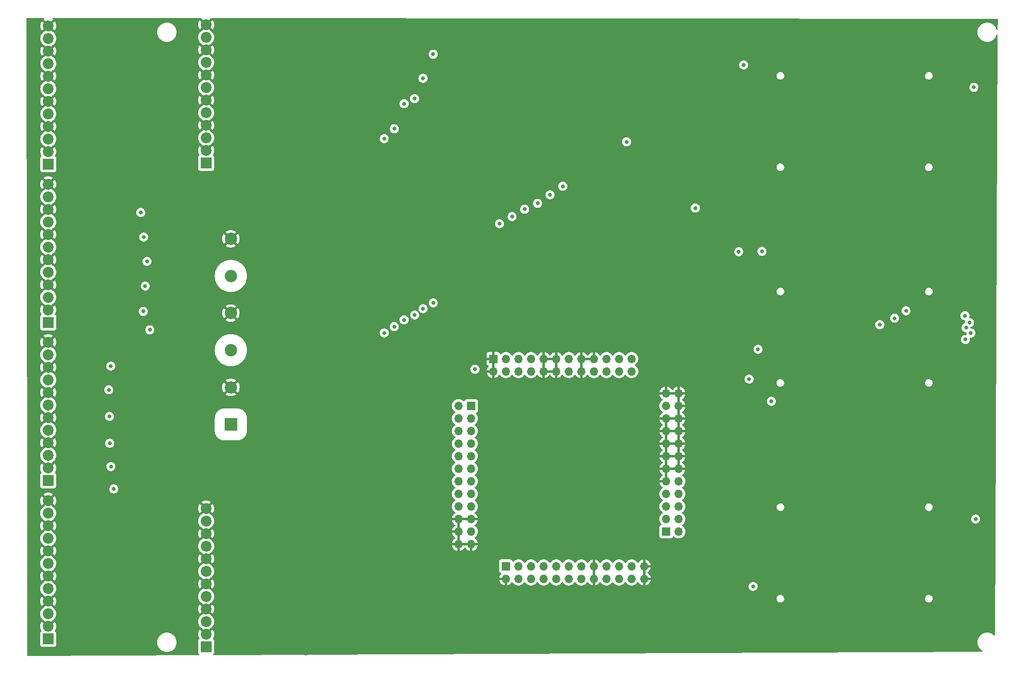
<source format=gbr>
%TF.GenerationSoftware,KiCad,Pcbnew,7.0.7*%
%TF.CreationDate,2023-08-23T16:32:02-04:00*%
%TF.ProjectId,Mux64,4d757836-342e-46b6-9963-61645f706362,rev?*%
%TF.SameCoordinates,Original*%
%TF.FileFunction,Copper,L2,Inr*%
%TF.FilePolarity,Positive*%
%FSLAX46Y46*%
G04 Gerber Fmt 4.6, Leading zero omitted, Abs format (unit mm)*
G04 Created by KiCad (PCBNEW 7.0.7) date 2023-08-23 16:32:02*
%MOMM*%
%LPD*%
G01*
G04 APERTURE LIST*
%TA.AperFunction,ComponentPad*%
%ADD10R,1.700000X1.700000*%
%TD*%
%TA.AperFunction,ComponentPad*%
%ADD11O,1.700000X1.700000*%
%TD*%
%TA.AperFunction,ComponentPad*%
%ADD12R,2.500000X2.500000*%
%TD*%
%TA.AperFunction,ComponentPad*%
%ADD13C,2.500000*%
%TD*%
%TA.AperFunction,ComponentPad*%
%ADD14R,2.200000X2.200000*%
%TD*%
%TA.AperFunction,ComponentPad*%
%ADD15C,2.200000*%
%TD*%
%TA.AperFunction,ViaPad*%
%ADD16C,0.800000*%
%TD*%
G04 APERTURE END LIST*
D10*
%TO.N,unconnected-(J9-Pin_1-Pad1)*%
%TO.C,J9*%
X185840000Y-129310000D03*
D11*
%TO.N,MUX64_A34*%
X188380000Y-129310000D03*
%TO.N,MUX64_A36*%
X185840000Y-126770000D03*
%TO.N,MUX64_A35*%
X188380000Y-126770000D03*
%TO.N,MUX64_A38*%
X185840000Y-124230000D03*
%TO.N,MUX64_A37*%
X188380000Y-124230000D03*
%TO.N,MUX64_A40*%
X185840000Y-121690000D03*
%TO.N,MUX64_A39*%
X188380000Y-121690000D03*
%TO.N,MUX64_A11*%
X185840000Y-119150000D03*
%TO.N,MUX64_A41*%
X188380000Y-119150000D03*
%TO.N,MUX64_A11*%
X185840000Y-116610000D03*
X188380000Y-116610000D03*
X185840000Y-114070000D03*
X188380000Y-114070000D03*
X185840000Y-111530000D03*
X188380000Y-111530000D03*
X185840000Y-108990000D03*
X188380000Y-108990000D03*
X185840000Y-106450000D03*
X188380000Y-106450000D03*
%TO.N,unconnected-(J9-Pin_21-Pad21)*%
X185840000Y-103910000D03*
%TO.N,MUX64_A11*%
X188380000Y-103910000D03*
X185840000Y-101370000D03*
X188380000Y-101370000D03*
%TD*%
D10*
%TO.N,MUX64_A11*%
%TO.C,J10*%
X150915000Y-94385000D03*
D11*
X150915000Y-96925000D03*
%TO.N,1.2V*%
X153455000Y-94385000D03*
%TO.N,unconnected-(J10-Pin_4-Pad4)*%
X153455000Y-96925000D03*
%TO.N,1.2V*%
X155995000Y-94385000D03*
X155995000Y-96925000D03*
X158535000Y-94385000D03*
X158535000Y-96925000D03*
%TO.N,MUX64_A11*%
X161075000Y-94385000D03*
X161075000Y-96925000D03*
X163615000Y-94385000D03*
X163615000Y-96925000D03*
%TO.N,B_a4*%
X166155000Y-94385000D03*
%TO.N,B_a0(MUX_OUT)*%
X166155000Y-96925000D03*
%TO.N,MUX64_A11*%
X168695000Y-94385000D03*
X168695000Y-96925000D03*
X171235000Y-94385000D03*
%TO.N,MUX64_A60*%
X171235000Y-96925000D03*
%TO.N,MUX64_A57*%
X173775000Y-94385000D03*
%TO.N,MUX64_A58*%
X173775000Y-96925000D03*
%TO.N,MUX64_A55*%
X176315000Y-94385000D03*
%TO.N,MUX64_A56*%
X176315000Y-96925000D03*
%TO.N,MUX64_A54*%
X178855000Y-94385000D03*
%TO.N,unconnected-(J10-Pin_24-Pad24)*%
X178855000Y-96925000D03*
%TD*%
D10*
%TO.N,unconnected-(J8-Pin_1-Pad1)*%
%TO.C,J8*%
X153455000Y-136295000D03*
D11*
%TO.N,MUX64_A11*%
X153455000Y-138835000D03*
%TO.N,MUX64_A16*%
X155995000Y-136295000D03*
%TO.N,MUX64_A15*%
X155995000Y-138835000D03*
%TO.N,MUX64_A18*%
X158535000Y-136295000D03*
%TO.N,MUX64_A17*%
X158535000Y-138835000D03*
%TO.N,MUX64_A20*%
X161075000Y-136295000D03*
%TO.N,MUX64_A19*%
X161075000Y-138835000D03*
%TO.N,MUX64_A22*%
X163615000Y-136295000D03*
%TO.N,MUX64_A21*%
X163615000Y-138835000D03*
%TO.N,MUX64_A24*%
X166155000Y-136295000D03*
%TO.N,MUX64_A23*%
X166155000Y-138835000D03*
%TO.N,MUX64_A26*%
X168695000Y-136295000D03*
%TO.N,MUX64_A25*%
X168695000Y-138835000D03*
%TO.N,MUX64_A11*%
X171235000Y-136295000D03*
X171235000Y-138835000D03*
%TO.N,MUX64_A30*%
X173775000Y-136295000D03*
%TO.N,MUX64_A29*%
X173775000Y-138835000D03*
%TO.N,MUX64_A32*%
X176315000Y-136295000D03*
%TO.N,MUX64_A31*%
X176315000Y-138835000D03*
%TO.N,unconnected-(J8-Pin_21-Pad21)*%
X178855000Y-136295000D03*
%TO.N,MUX64_A33*%
X178855000Y-138835000D03*
%TO.N,MUX64_A11*%
X181395000Y-136295000D03*
X181395000Y-138835000D03*
%TD*%
D10*
%TO.N,unconnected-(J7-Pin_1-Pad1)*%
%TO.C,J7*%
X146470000Y-103910000D03*
D11*
%TO.N,B_d5*%
X143930000Y-103910000D03*
%TO.N,B_d3*%
X146470000Y-106450000D03*
%TO.N,B_d4*%
X143930000Y-106450000D03*
%TO.N,B_d1*%
X146470000Y-108990000D03*
%TO.N,B_d2*%
X143930000Y-108990000D03*
%TO.N,MUX64_A0*%
X146470000Y-111530000D03*
%TO.N,B_d0*%
X143930000Y-111530000D03*
%TO.N,MUX64_A2*%
X146470000Y-114070000D03*
%TO.N,MUX64_A0*%
X143930000Y-114070000D03*
%TO.N,MUX64_A4*%
X146470000Y-116610000D03*
%TO.N,MUX64_A3*%
X143930000Y-116610000D03*
%TO.N,MUX64_A6*%
X146470000Y-119150000D03*
%TO.N,MUX64_A5*%
X143930000Y-119150000D03*
%TO.N,MUX64_A8*%
X146470000Y-121690000D03*
%TO.N,MUX64_A7*%
X143930000Y-121690000D03*
%TO.N,MUX64_A10*%
X146470000Y-124230000D03*
%TO.N,MUX64_A9*%
X143930000Y-124230000D03*
%TO.N,MUX64_A11*%
X146470000Y-126770000D03*
X143930000Y-126770000D03*
%TO.N,unconnected-(J7-Pin_21-Pad21)*%
X146470000Y-129310000D03*
%TO.N,MUX64_A11*%
X143930000Y-129310000D03*
X146470000Y-131850000D03*
X143930000Y-131850000D03*
%TD*%
D12*
%TO.N,/mux64-regulators/screw-terminals/HV0*%
%TO.C,J12*%
X97920000Y-107640000D03*
D13*
%TO.N,MUX64_A11*%
X97920000Y-100140000D03*
%TO.N,/mux64-regulators/screw-terminals/HV1*%
X97920000Y-92640000D03*
%TO.N,MUX64_A11*%
X97920000Y-85140000D03*
%TO.N,/mux64-regulators/screw-terminals/HV2*%
X97920000Y-77640000D03*
%TO.N,MUX64_A11*%
X97920000Y-70140000D03*
%TD*%
D14*
%TO.N,Net-(J16-Pin_1)*%
%TO.C,J16*%
X61040000Y-87030000D03*
D15*
%TO.N,MUX64_A11*%
X61040000Y-84490000D03*
%TO.N,Net-(J16-Pin_3)*%
X61040000Y-81950000D03*
%TO.N,MUX64_A11*%
X61040000Y-79410000D03*
%TO.N,Net-(J16-Pin_5)*%
X61040000Y-76870000D03*
%TO.N,MUX64_A11*%
X61040000Y-74330000D03*
%TO.N,Net-(J16-Pin_7)*%
X61040000Y-71790000D03*
%TO.N,MUX64_A11*%
X61040000Y-69250000D03*
%TO.N,Net-(J16-Pin_9)*%
X61040000Y-66710000D03*
%TO.N,MUX64_A11*%
X61040000Y-64170000D03*
%TO.N,Net-(J16-Pin_11)*%
X61040000Y-61630000D03*
%TO.N,MUX64_A11*%
X61040000Y-59090000D03*
%TD*%
D14*
%TO.N,Net-(J13-Pin_1)*%
%TO.C,J13*%
X61030000Y-118970000D03*
D15*
%TO.N,MUX64_A11*%
X61030000Y-116430000D03*
%TO.N,Net-(J13-Pin_3)*%
X61030000Y-113890000D03*
%TO.N,MUX64_A11*%
X61030000Y-111350000D03*
%TO.N,Net-(J13-Pin_5)*%
X61030000Y-108810000D03*
%TO.N,MUX64_A11*%
X61030000Y-106270000D03*
%TO.N,Net-(J13-Pin_7)*%
X61030000Y-103730000D03*
%TO.N,MUX64_A11*%
X61030000Y-101190000D03*
%TO.N,Net-(J13-Pin_9)*%
X61030000Y-98650000D03*
%TO.N,MUX64_A11*%
X61030000Y-96110000D03*
%TO.N,Net-(J13-Pin_11)*%
X61030000Y-93570000D03*
%TO.N,MUX64_A11*%
X61030000Y-91030000D03*
%TD*%
D14*
%TO.N,Net-(J11-Pin_1)*%
%TO.C,J11*%
X61022500Y-151001000D03*
D15*
%TO.N,MUX64_A11*%
X61022500Y-148461000D03*
%TO.N,Net-(J11-Pin_3)*%
X61022500Y-145921000D03*
%TO.N,MUX64_A11*%
X61022500Y-143381000D03*
%TO.N,Net-(J11-Pin_5)*%
X61022500Y-140841000D03*
%TO.N,MUX64_A11*%
X61022500Y-138301000D03*
%TO.N,Net-(J11-Pin_7)*%
X61022500Y-135761000D03*
%TO.N,MUX64_A11*%
X61022500Y-133221000D03*
%TO.N,Net-(J11-Pin_9)*%
X61022500Y-130681000D03*
%TO.N,MUX64_A11*%
X61022500Y-128141000D03*
%TO.N,Net-(J11-Pin_11)*%
X61022500Y-125601000D03*
%TO.N,MUX64_A11*%
X61022500Y-123061000D03*
%TD*%
D14*
%TO.N,Net-(J18-Pin_1)*%
%TO.C,J18*%
X61050000Y-55030000D03*
D15*
%TO.N,MUX64_A11*%
X61050000Y-52490000D03*
%TO.N,Net-(J18-Pin_3)*%
X61050000Y-49950000D03*
%TO.N,MUX64_A11*%
X61050000Y-47410000D03*
%TO.N,Net-(J18-Pin_5)*%
X61050000Y-44870000D03*
%TO.N,MUX64_A11*%
X61050000Y-42330000D03*
%TO.N,Net-(J18-Pin_7)*%
X61050000Y-39790000D03*
%TO.N,MUX64_A11*%
X61050000Y-37250000D03*
%TO.N,Net-(J18-Pin_9)*%
X61050000Y-34710000D03*
%TO.N,MUX64_A11*%
X61050000Y-32170000D03*
%TO.N,Net-(J18-Pin_11)*%
X61050000Y-29630000D03*
%TO.N,MUX64_A11*%
X61050000Y-27090000D03*
%TD*%
D14*
%TO.N,Net-(J14-Pin_1)*%
%TO.C,J14*%
X92920000Y-152570000D03*
D15*
%TO.N,MUX64_A11*%
X92920000Y-150030000D03*
%TO.N,Net-(J14-Pin_3)*%
X92920000Y-147490000D03*
%TO.N,MUX64_A11*%
X92920000Y-144950000D03*
%TO.N,Net-(J14-Pin_5)*%
X92920000Y-142410000D03*
%TO.N,MUX64_A11*%
X92920000Y-139870000D03*
%TO.N,Net-(J14-Pin_7)*%
X92920000Y-137330000D03*
%TO.N,MUX64_A11*%
X92920000Y-134790000D03*
%TO.N,Net-(J14-Pin_9)*%
X92920000Y-132250000D03*
%TO.N,MUX64_A11*%
X92920000Y-129710000D03*
%TO.N,Net-(J14-Pin_11)*%
X92920000Y-127170000D03*
%TO.N,MUX64_A11*%
X92920000Y-124630000D03*
%TD*%
D14*
%TO.N,Net-(J17-Pin_1)*%
%TO.C,J17*%
X92920000Y-54800000D03*
D15*
%TO.N,MUX64_A11*%
X92920000Y-52260000D03*
%TO.N,Net-(J17-Pin_3)*%
X92920000Y-49720000D03*
%TO.N,MUX64_A11*%
X92920000Y-47180000D03*
%TO.N,Net-(J17-Pin_5)*%
X92920000Y-44640000D03*
%TO.N,MUX64_A11*%
X92920000Y-42100000D03*
%TO.N,Net-(J17-Pin_7)*%
X92920000Y-39560000D03*
%TO.N,MUX64_A11*%
X92920000Y-37020000D03*
%TO.N,Net-(J17-Pin_9)*%
X92920000Y-34480000D03*
%TO.N,MUX64_A11*%
X92920000Y-31940000D03*
%TO.N,Net-(J17-Pin_11)*%
X92920000Y-29400000D03*
%TO.N,MUX64_A11*%
X92920000Y-26860000D03*
%TD*%
D16*
%TO.N,B_a0(MUX_OUT)*%
X246300000Y-90480000D03*
X204400000Y-92480000D03*
%TO.N,B_d3*%
X247400000Y-89180000D03*
X207100000Y-102980000D03*
%TO.N,LV_RB*%
X205200000Y-72680000D03*
X202600000Y-98480000D03*
%TO.N,B_d1*%
X247100000Y-87080000D03*
X232000000Y-86180000D03*
%TO.N,B_d0*%
X246200000Y-85680000D03*
X234300000Y-84680000D03*
%TO.N,B_d2*%
X246400000Y-88080000D03*
X229000000Y-87500000D03*
%TO.N,MUX64_A11*%
X240950000Y-101200000D03*
%TO.N,B_a4*%
X200500000Y-72750000D03*
%TO.N,LV_RB*%
X248000000Y-39500000D03*
X201500000Y-35000000D03*
X248360000Y-126760000D03*
X203420000Y-140390000D03*
%TO.N,1.2V*%
X177850000Y-50540000D03*
X147216200Y-96483800D03*
%TO.N,B_a4*%
X191730000Y-63920000D03*
%TO.N,MUX64_A2*%
X79710000Y-64810000D03*
%TO.N,MUX64_A3*%
X80310000Y-69780000D03*
%TO.N,MUX64_A4*%
X80980000Y-74690000D03*
%TO.N,MUX64_A5*%
X80620000Y-79690000D03*
%TO.N,MUX64_A6*%
X80220000Y-84800000D03*
%TO.N,MUX64_A7*%
X81560000Y-88520000D03*
%TO.N,MUX64_A15*%
X154720000Y-65630000D03*
%TO.N,MUX64_A16*%
X152180000Y-67090000D03*
%TO.N,MUX64_A17*%
X159875000Y-62955000D03*
%TO.N,MUX64_A18*%
X157260000Y-64140000D03*
%TO.N,MUX64_A19*%
X164970000Y-59510000D03*
%TO.N,MUX64_A20*%
X162380000Y-61240000D03*
%TO.N,MUX64_A21*%
X73660000Y-95860000D03*
%TO.N,MUX64_A22*%
X73260000Y-100670000D03*
%TO.N,MUX64_A23*%
X73400000Y-106030000D03*
%TO.N,MUX64_A24*%
X73440000Y-111460000D03*
%TO.N,MUX64_A25*%
X73680000Y-116170000D03*
%TO.N,MUX64_A26*%
X74260000Y-120690000D03*
%TO.N,MUX64_A11*%
X235460000Y-96050000D03*
X246700000Y-132450000D03*
X216250000Y-93670000D03*
X216140000Y-134860000D03*
X80230000Y-87080000D03*
X114750000Y-49750000D03*
X235500000Y-93670000D03*
X216240000Y-130040000D03*
X235270000Y-137250000D03*
X80370000Y-44850000D03*
X176340000Y-60920000D03*
X79250000Y-95710000D03*
X79950000Y-29580000D03*
X216140000Y-88890000D03*
X114020000Y-143410000D03*
X180540000Y-55850000D03*
X235200000Y-127620000D03*
X80420000Y-125600000D03*
X168410000Y-37330000D03*
X210980000Y-58050000D03*
X235630000Y-42810000D03*
X205480000Y-134780000D03*
X210860000Y-122110000D03*
X246430000Y-129270000D03*
X80480000Y-150970000D03*
X125570000Y-74490000D03*
X216200000Y-137220000D03*
X80050000Y-55030000D03*
X210910000Y-78560000D03*
X128470000Y-94770000D03*
X240970000Y-121800000D03*
X205751755Y-95220500D03*
X235500000Y-91270000D03*
X113090000Y-153930000D03*
X240970000Y-145150000D03*
X216150000Y-84060000D03*
X79320000Y-101500000D03*
X80450000Y-145970000D03*
X216290000Y-86490000D03*
X235770000Y-49980000D03*
X216290000Y-50030000D03*
X246130000Y-45210000D03*
X216190000Y-91310000D03*
X140950000Y-78780000D03*
X235660000Y-40410000D03*
X113990000Y-147870000D03*
X80350000Y-135710000D03*
X216180000Y-45250000D03*
X80400000Y-140850000D03*
X113740000Y-132280000D03*
X79980000Y-114690000D03*
X247500000Y-84830000D03*
X216300000Y-52400000D03*
X205240000Y-51060000D03*
X216190000Y-40420000D03*
X205150000Y-138250000D03*
X235500000Y-139610000D03*
X80400000Y-130740000D03*
X80140000Y-49960000D03*
X113740000Y-127080000D03*
X163390000Y-41700000D03*
X235650000Y-45170000D03*
X205570000Y-47590000D03*
X235170000Y-132430000D03*
X79790000Y-108710000D03*
X80040000Y-71760000D03*
X235500000Y-86500000D03*
X252080000Y-51020000D03*
X196120000Y-60820000D03*
X171670000Y-63660000D03*
X216330000Y-42850000D03*
X80220000Y-76880000D03*
X204570000Y-42030000D03*
X210950000Y-34920000D03*
X240940000Y-58180000D03*
X133750000Y-94110000D03*
X216210000Y-139590000D03*
X240920000Y-78510000D03*
X235500000Y-88870000D03*
X205530000Y-91230000D03*
X114770000Y-29430000D03*
X114030000Y-138330000D03*
X216160000Y-96070000D03*
X204480000Y-129220000D03*
X216100000Y-127610000D03*
X235730000Y-47610000D03*
X114840000Y-44600000D03*
X114380000Y-54810000D03*
X216230000Y-47670000D03*
X171670000Y-56730000D03*
X80360000Y-118070000D03*
X80240000Y-34720000D03*
X184400000Y-73600000D03*
X235820000Y-52390000D03*
X235500000Y-84070000D03*
X216090000Y-132440000D03*
X141040000Y-93830000D03*
X179840000Y-42600000D03*
X80160000Y-39780000D03*
X127940000Y-108280000D03*
X211010000Y-145110000D03*
X79960000Y-66660000D03*
X246120000Y-41600000D03*
X114750000Y-34510000D03*
X204530000Y-85670000D03*
X242300000Y-89180000D03*
X210940000Y-101700000D03*
X235260000Y-130020000D03*
X80280000Y-61600000D03*
X114800000Y-39660000D03*
X235170000Y-134820000D03*
X80270000Y-81920000D03*
X241000000Y-35010000D03*
%TO.N,MUX64_A55*%
X135050000Y-85540000D03*
X135020000Y-41790000D03*
%TO.N,MUX64_A54*%
X138780000Y-32820000D03*
X138790000Y-83090000D03*
%TO.N,MUX64_A56*%
X136740000Y-84270000D03*
X136730000Y-37680000D03*
%TO.N,MUX64_A57*%
X130930000Y-47880000D03*
X130930000Y-87880000D03*
%TO.N,MUX64_A58*%
X132900000Y-86520000D03*
X132910000Y-42840000D03*
%TO.N,MUX64_A60*%
X128910000Y-89160000D03*
X128890000Y-49900000D03*
%TD*%
%TA.AperFunction,Conductor*%
%TO.N,MUX64_A11*%
G36*
X171199237Y-136795000D02*
G01*
X171270763Y-136795000D01*
X171345069Y-136784316D01*
X171415341Y-136794419D01*
X171468997Y-136840911D01*
X171489000Y-136909031D01*
X171489000Y-138220966D01*
X171468998Y-138289087D01*
X171415342Y-138335580D01*
X171345069Y-138345683D01*
X171345068Y-138345683D01*
X171270768Y-138335000D01*
X171270763Y-138335000D01*
X171199237Y-138335000D01*
X171199231Y-138335000D01*
X171124932Y-138345683D01*
X171054658Y-138335580D01*
X171001002Y-138289087D01*
X170981000Y-138220966D01*
X170981000Y-136909033D01*
X171001002Y-136840912D01*
X171054658Y-136794419D01*
X171124926Y-136784315D01*
X171199237Y-136795000D01*
G37*
%TD.AperFunction*%
%TA.AperFunction,Conductor*%
G36*
X181359237Y-136795000D02*
G01*
X181430763Y-136795000D01*
X181505069Y-136784316D01*
X181575341Y-136794419D01*
X181628997Y-136840911D01*
X181649000Y-136909031D01*
X181649000Y-138220966D01*
X181628998Y-138289087D01*
X181575342Y-138335580D01*
X181505069Y-138345683D01*
X181505068Y-138345683D01*
X181430768Y-138335000D01*
X181430763Y-138335000D01*
X181359237Y-138335000D01*
X181359231Y-138335000D01*
X181284932Y-138345683D01*
X181214658Y-138335580D01*
X181161002Y-138289087D01*
X181141000Y-138220966D01*
X181141000Y-137693000D01*
X181140999Y-136909033D01*
X181161001Y-136840912D01*
X181214657Y-136794419D01*
X181284926Y-136784315D01*
X181359237Y-136795000D01*
G37*
%TD.AperFunction*%
%TA.AperFunction,Conductor*%
G36*
X145923277Y-131616002D02*
G01*
X145969770Y-131669658D01*
X145979874Y-131739932D01*
X145976053Y-131757496D01*
X145970000Y-131778111D01*
X145970000Y-131921888D01*
X145976053Y-131942504D01*
X145976052Y-132013500D01*
X145937667Y-132073226D01*
X145873086Y-132102718D01*
X145855156Y-132104000D01*
X144544844Y-132104000D01*
X144476723Y-132083998D01*
X144430230Y-132030342D01*
X144420126Y-131960068D01*
X144423947Y-131942504D01*
X144430000Y-131921888D01*
X144430000Y-131778111D01*
X144423947Y-131757496D01*
X144423948Y-131686500D01*
X144462333Y-131626774D01*
X144526914Y-131597282D01*
X144544844Y-131596000D01*
X145855156Y-131596000D01*
X145923277Y-131616002D01*
G37*
%TD.AperFunction*%
%TA.AperFunction,Conductor*%
G36*
X143894237Y-129810000D02*
G01*
X143965763Y-129810000D01*
X144040069Y-129799316D01*
X144110341Y-129809419D01*
X144163997Y-129855911D01*
X144184000Y-129924031D01*
X144184000Y-131235966D01*
X144163998Y-131304087D01*
X144110342Y-131350580D01*
X144040069Y-131360683D01*
X144040068Y-131360683D01*
X143965768Y-131350000D01*
X143965763Y-131350000D01*
X143894237Y-131350000D01*
X143894231Y-131350000D01*
X143819932Y-131360683D01*
X143749658Y-131350580D01*
X143696002Y-131304087D01*
X143676000Y-131235966D01*
X143676000Y-129924033D01*
X143696002Y-129855912D01*
X143749658Y-129809419D01*
X143819926Y-129799315D01*
X143894237Y-129810000D01*
G37*
%TD.AperFunction*%
%TA.AperFunction,Conductor*%
G36*
X143894237Y-127270000D02*
G01*
X143965763Y-127270000D01*
X144040069Y-127259316D01*
X144110341Y-127269419D01*
X144163997Y-127315911D01*
X144184000Y-127384031D01*
X144184000Y-128695966D01*
X144163998Y-128764087D01*
X144110342Y-128810580D01*
X144040069Y-128820683D01*
X144040068Y-128820683D01*
X143965768Y-128810000D01*
X143965763Y-128810000D01*
X143894237Y-128810000D01*
X143894231Y-128810000D01*
X143819932Y-128820683D01*
X143749658Y-128810580D01*
X143696002Y-128764087D01*
X143676000Y-128695966D01*
X143676000Y-127384033D01*
X143696002Y-127315912D01*
X143749658Y-127269419D01*
X143819926Y-127259315D01*
X143894237Y-127270000D01*
G37*
%TD.AperFunction*%
%TA.AperFunction,Conductor*%
G36*
X145923277Y-126536002D02*
G01*
X145969770Y-126589658D01*
X145979874Y-126659932D01*
X145976053Y-126677496D01*
X145970000Y-126698111D01*
X145970000Y-126841888D01*
X145976053Y-126862504D01*
X145976052Y-126933500D01*
X145937667Y-126993226D01*
X145873086Y-127022718D01*
X145855156Y-127024000D01*
X144544844Y-127024000D01*
X144476723Y-127003998D01*
X144430230Y-126950342D01*
X144420126Y-126880068D01*
X144423947Y-126862504D01*
X144430000Y-126841888D01*
X144430000Y-126698111D01*
X144423947Y-126677496D01*
X144423948Y-126606500D01*
X144462333Y-126546774D01*
X144526914Y-126517282D01*
X144544844Y-126516000D01*
X145855156Y-126516000D01*
X145923277Y-126536002D01*
G37*
%TD.AperFunction*%
%TA.AperFunction,Conductor*%
G36*
X185804237Y-117110000D02*
G01*
X185875763Y-117110000D01*
X185950069Y-117099316D01*
X186020341Y-117109419D01*
X186073997Y-117155911D01*
X186094000Y-117224031D01*
X186094000Y-118535966D01*
X186073998Y-118604087D01*
X186020342Y-118650580D01*
X185950069Y-118660683D01*
X185950068Y-118660683D01*
X185875768Y-118650000D01*
X185875763Y-118650000D01*
X185804237Y-118650000D01*
X185804231Y-118650000D01*
X185729932Y-118660683D01*
X185659658Y-118650580D01*
X185606002Y-118604087D01*
X185586000Y-118535966D01*
X185586000Y-118008000D01*
X185585999Y-117224033D01*
X185606001Y-117155912D01*
X185659657Y-117109419D01*
X185729926Y-117099315D01*
X185804237Y-117110000D01*
G37*
%TD.AperFunction*%
%TA.AperFunction,Conductor*%
G36*
X187833277Y-116376002D02*
G01*
X187879770Y-116429658D01*
X187889874Y-116499932D01*
X187886052Y-116517496D01*
X187880000Y-116538111D01*
X187880000Y-116681889D01*
X187884836Y-116698360D01*
X187886053Y-116702504D01*
X187886052Y-116773500D01*
X187847667Y-116833226D01*
X187783086Y-116862718D01*
X187765156Y-116864000D01*
X186454844Y-116864000D01*
X186386723Y-116843998D01*
X186340230Y-116790342D01*
X186330126Y-116720068D01*
X186333947Y-116702504D01*
X186335163Y-116698360D01*
X186340000Y-116681889D01*
X186340000Y-116538111D01*
X186333946Y-116517496D01*
X186333948Y-116446500D01*
X186372333Y-116386774D01*
X186436914Y-116357282D01*
X186454844Y-116356000D01*
X187765156Y-116356000D01*
X187833277Y-116376002D01*
G37*
%TD.AperFunction*%
%TA.AperFunction,Conductor*%
G36*
X185804237Y-114570000D02*
G01*
X185875763Y-114570000D01*
X185950069Y-114559316D01*
X186020341Y-114569419D01*
X186073997Y-114615911D01*
X186094000Y-114684031D01*
X186094000Y-115995966D01*
X186073998Y-116064087D01*
X186020342Y-116110580D01*
X185950069Y-116120683D01*
X185950068Y-116120683D01*
X185875768Y-116110000D01*
X185875763Y-116110000D01*
X185804237Y-116110000D01*
X185804231Y-116110000D01*
X185729932Y-116120683D01*
X185659658Y-116110580D01*
X185606002Y-116064087D01*
X185586000Y-115995966D01*
X185586000Y-115468000D01*
X185585999Y-114684033D01*
X185606001Y-114615912D01*
X185659657Y-114569419D01*
X185729926Y-114559315D01*
X185804237Y-114570000D01*
G37*
%TD.AperFunction*%
%TA.AperFunction,Conductor*%
G36*
X188344237Y-114570000D02*
G01*
X188415763Y-114570000D01*
X188490069Y-114559316D01*
X188560341Y-114569419D01*
X188613997Y-114615911D01*
X188634000Y-114684031D01*
X188634000Y-115995966D01*
X188613998Y-116064087D01*
X188560342Y-116110580D01*
X188490069Y-116120683D01*
X188490068Y-116120683D01*
X188415768Y-116110000D01*
X188415763Y-116110000D01*
X188344237Y-116110000D01*
X188344231Y-116110000D01*
X188269932Y-116120683D01*
X188199658Y-116110580D01*
X188146002Y-116064087D01*
X188126000Y-115995966D01*
X188126000Y-114684033D01*
X188146002Y-114615912D01*
X188199658Y-114569419D01*
X188269926Y-114559315D01*
X188344237Y-114570000D01*
G37*
%TD.AperFunction*%
%TA.AperFunction,Conductor*%
G36*
X187833277Y-113836002D02*
G01*
X187879770Y-113889658D01*
X187889874Y-113959932D01*
X187886053Y-113977496D01*
X187880000Y-113998111D01*
X187880000Y-114141888D01*
X187886053Y-114162504D01*
X187886052Y-114233500D01*
X187847667Y-114293226D01*
X187783086Y-114322718D01*
X187765156Y-114324000D01*
X186454844Y-114324000D01*
X186386723Y-114303998D01*
X186340230Y-114250342D01*
X186330126Y-114180068D01*
X186333947Y-114162504D01*
X186340000Y-114141888D01*
X186340000Y-113998111D01*
X186333947Y-113977496D01*
X186333948Y-113906500D01*
X186372333Y-113846774D01*
X186436914Y-113817282D01*
X186454844Y-113816000D01*
X187765156Y-113816000D01*
X187833277Y-113836002D01*
G37*
%TD.AperFunction*%
%TA.AperFunction,Conductor*%
G36*
X185804237Y-112030000D02*
G01*
X185875763Y-112030000D01*
X185950069Y-112019316D01*
X186020341Y-112029419D01*
X186073997Y-112075911D01*
X186094000Y-112144031D01*
X186094000Y-113455966D01*
X186073998Y-113524087D01*
X186020342Y-113570580D01*
X185950069Y-113580683D01*
X185950068Y-113580683D01*
X185875768Y-113570000D01*
X185875763Y-113570000D01*
X185804237Y-113570000D01*
X185804231Y-113570000D01*
X185729932Y-113580683D01*
X185659658Y-113570580D01*
X185606002Y-113524087D01*
X185586000Y-113455966D01*
X185586000Y-112928000D01*
X185585999Y-112144033D01*
X185606001Y-112075912D01*
X185659657Y-112029419D01*
X185729926Y-112019315D01*
X185804237Y-112030000D01*
G37*
%TD.AperFunction*%
%TA.AperFunction,Conductor*%
G36*
X188344237Y-112030000D02*
G01*
X188415763Y-112030000D01*
X188490069Y-112019316D01*
X188560341Y-112029419D01*
X188613997Y-112075911D01*
X188634000Y-112144031D01*
X188634000Y-113455966D01*
X188613998Y-113524087D01*
X188560342Y-113570580D01*
X188490069Y-113580683D01*
X188490068Y-113580683D01*
X188415768Y-113570000D01*
X188415763Y-113570000D01*
X188344237Y-113570000D01*
X188344231Y-113570000D01*
X188269932Y-113580683D01*
X188199658Y-113570580D01*
X188146002Y-113524087D01*
X188126000Y-113455966D01*
X188126000Y-112144033D01*
X188146002Y-112075912D01*
X188199658Y-112029419D01*
X188269926Y-112019315D01*
X188344237Y-112030000D01*
G37*
%TD.AperFunction*%
%TA.AperFunction,Conductor*%
G36*
X187833277Y-111296002D02*
G01*
X187879770Y-111349658D01*
X187889874Y-111419932D01*
X187886052Y-111437496D01*
X187880000Y-111458111D01*
X187880000Y-111601889D01*
X187883617Y-111614208D01*
X187886053Y-111622504D01*
X187886052Y-111693500D01*
X187847667Y-111753226D01*
X187783086Y-111782718D01*
X187765156Y-111784000D01*
X186454844Y-111784000D01*
X186386723Y-111763998D01*
X186340230Y-111710342D01*
X186330126Y-111640068D01*
X186333947Y-111622504D01*
X186336383Y-111614208D01*
X186340000Y-111601889D01*
X186340000Y-111458111D01*
X186333946Y-111437496D01*
X186333948Y-111366500D01*
X186372333Y-111306774D01*
X186436914Y-111277282D01*
X186454844Y-111276000D01*
X187765156Y-111276000D01*
X187833277Y-111296002D01*
G37*
%TD.AperFunction*%
%TA.AperFunction,Conductor*%
G36*
X185804237Y-109490000D02*
G01*
X185875763Y-109490000D01*
X185950069Y-109479316D01*
X186020341Y-109489419D01*
X186073997Y-109535911D01*
X186094000Y-109604031D01*
X186094000Y-110915966D01*
X186073998Y-110984087D01*
X186020342Y-111030580D01*
X185950069Y-111040683D01*
X185950068Y-111040683D01*
X185875768Y-111030000D01*
X185875763Y-111030000D01*
X185804237Y-111030000D01*
X185804231Y-111030000D01*
X185729932Y-111040683D01*
X185659658Y-111030580D01*
X185606002Y-110984087D01*
X185586000Y-110915966D01*
X185586000Y-110388000D01*
X185585999Y-109604033D01*
X185606001Y-109535912D01*
X185659657Y-109489419D01*
X185729926Y-109479315D01*
X185804237Y-109490000D01*
G37*
%TD.AperFunction*%
%TA.AperFunction,Conductor*%
G36*
X188344237Y-109490000D02*
G01*
X188415763Y-109490000D01*
X188490069Y-109479316D01*
X188560341Y-109489419D01*
X188613997Y-109535911D01*
X188634000Y-109604031D01*
X188634000Y-110915966D01*
X188613998Y-110984087D01*
X188560342Y-111030580D01*
X188490069Y-111040683D01*
X188490068Y-111040683D01*
X188415768Y-111030000D01*
X188415763Y-111030000D01*
X188344237Y-111030000D01*
X188344231Y-111030000D01*
X188269932Y-111040683D01*
X188199658Y-111030580D01*
X188146002Y-110984087D01*
X188126000Y-110915966D01*
X188126000Y-109604033D01*
X188146002Y-109535912D01*
X188199658Y-109489419D01*
X188269926Y-109479315D01*
X188344237Y-109490000D01*
G37*
%TD.AperFunction*%
%TA.AperFunction,Conductor*%
G36*
X187833277Y-108756002D02*
G01*
X187879770Y-108809658D01*
X187889874Y-108879932D01*
X187886053Y-108897496D01*
X187880000Y-108918111D01*
X187880000Y-109061888D01*
X187886053Y-109082504D01*
X187886052Y-109153500D01*
X187847667Y-109213226D01*
X187783086Y-109242718D01*
X187765156Y-109244000D01*
X186454844Y-109244000D01*
X186386723Y-109223998D01*
X186340230Y-109170342D01*
X186330126Y-109100068D01*
X186333947Y-109082504D01*
X186340000Y-109061888D01*
X186340000Y-108918111D01*
X186333947Y-108897496D01*
X186333948Y-108826500D01*
X186372333Y-108766774D01*
X186436914Y-108737282D01*
X186454844Y-108736000D01*
X187765156Y-108736000D01*
X187833277Y-108756002D01*
G37*
%TD.AperFunction*%
%TA.AperFunction,Conductor*%
G36*
X185804237Y-106950000D02*
G01*
X185875763Y-106950000D01*
X185950069Y-106939316D01*
X186020341Y-106949419D01*
X186073997Y-106995911D01*
X186094000Y-107064031D01*
X186094000Y-108375966D01*
X186073998Y-108444087D01*
X186020342Y-108490580D01*
X185950069Y-108500683D01*
X185950068Y-108500683D01*
X185875768Y-108490000D01*
X185875763Y-108490000D01*
X185804237Y-108490000D01*
X185804231Y-108490000D01*
X185729932Y-108500683D01*
X185659658Y-108490580D01*
X185606002Y-108444087D01*
X185586000Y-108375966D01*
X185586000Y-107848000D01*
X185585999Y-107064033D01*
X185606001Y-106995912D01*
X185659657Y-106949419D01*
X185729926Y-106939315D01*
X185804237Y-106950000D01*
G37*
%TD.AperFunction*%
%TA.AperFunction,Conductor*%
G36*
X188344237Y-106950000D02*
G01*
X188415763Y-106950000D01*
X188490069Y-106939316D01*
X188560341Y-106949419D01*
X188613997Y-106995911D01*
X188634000Y-107064031D01*
X188634000Y-108375966D01*
X188613998Y-108444087D01*
X188560342Y-108490580D01*
X188490069Y-108500683D01*
X188490068Y-108500683D01*
X188415768Y-108490000D01*
X188415763Y-108490000D01*
X188344237Y-108490000D01*
X188344231Y-108490000D01*
X188269932Y-108500683D01*
X188199658Y-108490580D01*
X188146002Y-108444087D01*
X188126000Y-108375966D01*
X188126000Y-107064033D01*
X188146002Y-106995912D01*
X188199658Y-106949419D01*
X188269926Y-106939315D01*
X188344237Y-106950000D01*
G37*
%TD.AperFunction*%
%TA.AperFunction,Conductor*%
G36*
X187833277Y-106216002D02*
G01*
X187879770Y-106269658D01*
X187889874Y-106339932D01*
X187886052Y-106357496D01*
X187880000Y-106378111D01*
X187880000Y-106521889D01*
X187883617Y-106534208D01*
X187886053Y-106542504D01*
X187886052Y-106613500D01*
X187847667Y-106673226D01*
X187783086Y-106702718D01*
X187765156Y-106704000D01*
X186454844Y-106704000D01*
X186386723Y-106683998D01*
X186340230Y-106630342D01*
X186330126Y-106560068D01*
X186333947Y-106542504D01*
X186336383Y-106534208D01*
X186340000Y-106521889D01*
X186340000Y-106378111D01*
X186333946Y-106357496D01*
X186333948Y-106286500D01*
X186372333Y-106226774D01*
X186436914Y-106197282D01*
X186454844Y-106196000D01*
X187765156Y-106196000D01*
X187833277Y-106216002D01*
G37*
%TD.AperFunction*%
%TA.AperFunction,Conductor*%
G36*
X188344237Y-104410000D02*
G01*
X188415763Y-104410000D01*
X188490069Y-104399316D01*
X188560341Y-104409419D01*
X188613997Y-104455911D01*
X188634000Y-104524031D01*
X188634000Y-105835966D01*
X188613998Y-105904087D01*
X188560342Y-105950580D01*
X188490069Y-105960683D01*
X188490068Y-105960683D01*
X188415768Y-105950000D01*
X188415763Y-105950000D01*
X188344237Y-105950000D01*
X188344231Y-105950000D01*
X188269932Y-105960683D01*
X188199658Y-105950580D01*
X188146002Y-105904087D01*
X188126000Y-105835966D01*
X188126000Y-104524033D01*
X188146002Y-104455912D01*
X188199658Y-104409419D01*
X188269926Y-104399315D01*
X188344237Y-104410000D01*
G37*
%TD.AperFunction*%
%TA.AperFunction,Conductor*%
G36*
X188344237Y-101870000D02*
G01*
X188415763Y-101870000D01*
X188490069Y-101859316D01*
X188560341Y-101869419D01*
X188613997Y-101915911D01*
X188634000Y-101984031D01*
X188634000Y-103295966D01*
X188613998Y-103364087D01*
X188560342Y-103410580D01*
X188490069Y-103420683D01*
X188490068Y-103420683D01*
X188415768Y-103410000D01*
X188415763Y-103410000D01*
X188344237Y-103410000D01*
X188344231Y-103410000D01*
X188269932Y-103420683D01*
X188199658Y-103410580D01*
X188146002Y-103364087D01*
X188126000Y-103295966D01*
X188126000Y-101984033D01*
X188146002Y-101915912D01*
X188199658Y-101869419D01*
X188269926Y-101859315D01*
X188344237Y-101870000D01*
G37*
%TD.AperFunction*%
%TA.AperFunction,Conductor*%
G36*
X187833277Y-101136002D02*
G01*
X187879770Y-101189658D01*
X187889874Y-101259932D01*
X187886052Y-101277496D01*
X187880000Y-101298111D01*
X187880000Y-101441889D01*
X187883617Y-101454208D01*
X187886053Y-101462504D01*
X187886052Y-101533500D01*
X187847667Y-101593226D01*
X187783086Y-101622718D01*
X187765156Y-101624000D01*
X186454844Y-101624000D01*
X186386723Y-101603998D01*
X186340230Y-101550342D01*
X186330126Y-101480068D01*
X186333947Y-101462504D01*
X186336383Y-101454208D01*
X186340000Y-101441889D01*
X186340000Y-101298111D01*
X186333946Y-101277496D01*
X186333948Y-101206500D01*
X186372333Y-101146774D01*
X186436914Y-101117282D01*
X186454844Y-101116000D01*
X187765156Y-101116000D01*
X187833277Y-101136002D01*
G37*
%TD.AperFunction*%
%TA.AperFunction,Conductor*%
G36*
X163068277Y-96691002D02*
G01*
X163114770Y-96744658D01*
X163124874Y-96814932D01*
X163121053Y-96832496D01*
X163115000Y-96853111D01*
X163115000Y-96996888D01*
X163121053Y-97017504D01*
X163121052Y-97088500D01*
X163082667Y-97148226D01*
X163018086Y-97177718D01*
X163000156Y-97179000D01*
X161689844Y-97179000D01*
X161621723Y-97158998D01*
X161575230Y-97105342D01*
X161565126Y-97035068D01*
X161568947Y-97017504D01*
X161575000Y-96996888D01*
X161575000Y-96853111D01*
X161568947Y-96832496D01*
X161568948Y-96761500D01*
X161607333Y-96701774D01*
X161671914Y-96672282D01*
X161689844Y-96671000D01*
X163000156Y-96671000D01*
X163068277Y-96691002D01*
G37*
%TD.AperFunction*%
%TA.AperFunction,Conductor*%
G36*
X150879237Y-94885000D02*
G01*
X150950763Y-94885000D01*
X151025069Y-94874316D01*
X151095341Y-94884419D01*
X151148997Y-94930911D01*
X151169000Y-94999031D01*
X151169000Y-96310966D01*
X151148998Y-96379087D01*
X151095342Y-96425580D01*
X151025069Y-96435683D01*
X151025068Y-96435683D01*
X150950768Y-96425000D01*
X150950763Y-96425000D01*
X150879237Y-96425000D01*
X150879231Y-96425000D01*
X150804932Y-96435683D01*
X150734658Y-96425580D01*
X150681002Y-96379087D01*
X150661000Y-96310966D01*
X150661000Y-94999033D01*
X150681002Y-94930912D01*
X150734658Y-94884419D01*
X150804926Y-94874315D01*
X150879237Y-94885000D01*
G37*
%TD.AperFunction*%
%TA.AperFunction,Conductor*%
G36*
X161039237Y-94885000D02*
G01*
X161110763Y-94885000D01*
X161185069Y-94874316D01*
X161255341Y-94884419D01*
X161308997Y-94930911D01*
X161329000Y-94999031D01*
X161329000Y-96310966D01*
X161308998Y-96379087D01*
X161255342Y-96425580D01*
X161185069Y-96435683D01*
X161185068Y-96435683D01*
X161110768Y-96425000D01*
X161110763Y-96425000D01*
X161039237Y-96425000D01*
X161039231Y-96425000D01*
X160964932Y-96435683D01*
X160894658Y-96425580D01*
X160841002Y-96379087D01*
X160821000Y-96310966D01*
X160821000Y-94999033D01*
X160841002Y-94930912D01*
X160894658Y-94884419D01*
X160964926Y-94874315D01*
X161039237Y-94885000D01*
G37*
%TD.AperFunction*%
%TA.AperFunction,Conductor*%
G36*
X163579237Y-94885000D02*
G01*
X163650763Y-94885000D01*
X163725069Y-94874316D01*
X163795341Y-94884419D01*
X163848997Y-94930911D01*
X163869000Y-94999031D01*
X163869000Y-96310966D01*
X163848998Y-96379087D01*
X163795342Y-96425580D01*
X163725069Y-96435683D01*
X163725068Y-96435683D01*
X163650768Y-96425000D01*
X163650763Y-96425000D01*
X163579237Y-96425000D01*
X163579231Y-96425000D01*
X163504932Y-96435683D01*
X163434658Y-96425580D01*
X163381002Y-96379087D01*
X163361000Y-96310966D01*
X163361000Y-95783000D01*
X163360999Y-94999033D01*
X163381001Y-94930912D01*
X163434657Y-94884419D01*
X163504926Y-94874315D01*
X163579237Y-94885000D01*
G37*
%TD.AperFunction*%
%TA.AperFunction,Conductor*%
G36*
X168659237Y-94885000D02*
G01*
X168730763Y-94885000D01*
X168805069Y-94874316D01*
X168875341Y-94884419D01*
X168928997Y-94930911D01*
X168949000Y-94999031D01*
X168949000Y-96310966D01*
X168928998Y-96379087D01*
X168875342Y-96425580D01*
X168805069Y-96435683D01*
X168805068Y-96435683D01*
X168730768Y-96425000D01*
X168730763Y-96425000D01*
X168659237Y-96425000D01*
X168659231Y-96425000D01*
X168584932Y-96435683D01*
X168514658Y-96425580D01*
X168461002Y-96379087D01*
X168441000Y-96310966D01*
X168441000Y-94999033D01*
X168461002Y-94930912D01*
X168514658Y-94884419D01*
X168584926Y-94874315D01*
X168659237Y-94885000D01*
G37*
%TD.AperFunction*%
%TA.AperFunction,Conductor*%
G36*
X163068277Y-94151002D02*
G01*
X163114770Y-94204658D01*
X163124874Y-94274932D01*
X163121053Y-94292496D01*
X163115000Y-94313111D01*
X163115000Y-94456888D01*
X163121053Y-94477504D01*
X163121052Y-94548500D01*
X163082667Y-94608226D01*
X163018086Y-94637718D01*
X163000156Y-94639000D01*
X161689844Y-94639000D01*
X161621723Y-94618998D01*
X161575230Y-94565342D01*
X161565126Y-94495068D01*
X161568947Y-94477504D01*
X161575000Y-94456888D01*
X161575000Y-94313111D01*
X161568947Y-94292496D01*
X161568948Y-94221500D01*
X161607333Y-94161774D01*
X161671914Y-94132282D01*
X161689844Y-94131000D01*
X163000156Y-94131000D01*
X163068277Y-94151002D01*
G37*
%TD.AperFunction*%
%TA.AperFunction,Conductor*%
G36*
X170688277Y-94151002D02*
G01*
X170734770Y-94204658D01*
X170744874Y-94274932D01*
X170741053Y-94292496D01*
X170735000Y-94313111D01*
X170735000Y-94456888D01*
X170741053Y-94477504D01*
X170741052Y-94548500D01*
X170702667Y-94608226D01*
X170638086Y-94637718D01*
X170620156Y-94639000D01*
X169309844Y-94639000D01*
X169241723Y-94618998D01*
X169195230Y-94565342D01*
X169185126Y-94495068D01*
X169188947Y-94477504D01*
X169195000Y-94456888D01*
X169195000Y-94313111D01*
X169188947Y-94292496D01*
X169188948Y-94221500D01*
X169227333Y-94161774D01*
X169291914Y-94132282D01*
X169309844Y-94131000D01*
X170620156Y-94131000D01*
X170688277Y-94151002D01*
G37*
%TD.AperFunction*%
%TA.AperFunction,Conductor*%
G36*
X60146960Y-25483785D02*
G01*
X60215056Y-25503859D01*
X60261492Y-25557564D01*
X60271520Y-25627849D01*
X60241958Y-25692398D01*
X60212657Y-25717217D01*
X60103387Y-25784177D01*
X60758385Y-26439174D01*
X60792410Y-26501487D01*
X60787346Y-26572302D01*
X60748808Y-26626009D01*
X60644262Y-26711064D01*
X60644261Y-26711065D01*
X60592976Y-26783720D01*
X60537351Y-26827838D01*
X60466705Y-26834879D01*
X60403466Y-26802608D01*
X60400942Y-26800153D01*
X59744177Y-26143387D01*
X59744176Y-26143387D01*
X59612830Y-26357727D01*
X59515971Y-26591565D01*
X59456886Y-26837676D01*
X59437028Y-27089999D01*
X59456886Y-27342323D01*
X59515971Y-27588434D01*
X59612830Y-27822272D01*
X59744177Y-28036611D01*
X60397618Y-27383169D01*
X60459931Y-27349144D01*
X60530746Y-27354208D01*
X60587582Y-27396755D01*
X60592369Y-27404385D01*
X60596443Y-27410157D01*
X60699638Y-27520652D01*
X60736040Y-27542789D01*
X60783851Y-27595274D01*
X60795696Y-27665276D01*
X60767816Y-27730569D01*
X60759667Y-27739541D01*
X60300480Y-28198728D01*
X60277220Y-28217065D01*
X60101631Y-28324666D01*
X60101627Y-28324669D01*
X59909102Y-28489102D01*
X59744671Y-28681625D01*
X59612383Y-28897499D01*
X59515494Y-29131410D01*
X59456390Y-29377596D01*
X59456391Y-29377597D01*
X59436526Y-29630000D01*
X59456391Y-29882403D01*
X59475062Y-29960177D01*
X59515494Y-30128589D01*
X59515495Y-30128591D01*
X59612384Y-30362502D01*
X59744672Y-30578376D01*
X59909102Y-30770898D01*
X60101624Y-30935328D01*
X60277225Y-31042936D01*
X60300483Y-31061273D01*
X60758385Y-31519175D01*
X60792411Y-31581487D01*
X60787346Y-31652302D01*
X60748808Y-31706009D01*
X60644262Y-31791064D01*
X60644261Y-31791065D01*
X60592976Y-31863720D01*
X60537351Y-31907838D01*
X60466705Y-31914879D01*
X60403466Y-31882608D01*
X60400942Y-31880153D01*
X59744177Y-31223387D01*
X59744176Y-31223387D01*
X59612830Y-31437727D01*
X59515971Y-31671565D01*
X59456886Y-31917676D01*
X59437028Y-32169999D01*
X59456886Y-32422323D01*
X59515971Y-32668434D01*
X59612830Y-32902272D01*
X59744177Y-33116611D01*
X60397618Y-32463169D01*
X60459931Y-32429144D01*
X60530746Y-32434208D01*
X60587582Y-32476755D01*
X60592369Y-32484385D01*
X60596443Y-32490157D01*
X60699638Y-32600652D01*
X60736040Y-32622789D01*
X60783851Y-32675274D01*
X60795696Y-32745276D01*
X60767816Y-32810569D01*
X60759667Y-32819541D01*
X60300480Y-33278728D01*
X60277220Y-33297065D01*
X60101631Y-33404666D01*
X60101627Y-33404669D01*
X59909102Y-33569102D01*
X59744671Y-33761625D01*
X59612383Y-33977499D01*
X59515494Y-34211410D01*
X59489152Y-34321135D01*
X59456391Y-34457597D01*
X59436526Y-34710000D01*
X59456391Y-34962403D01*
X59465417Y-35000000D01*
X59515494Y-35208589D01*
X59515495Y-35208591D01*
X59612384Y-35442502D01*
X59744672Y-35658376D01*
X59909102Y-35850898D01*
X60101624Y-36015328D01*
X60277225Y-36122936D01*
X60300483Y-36141273D01*
X60758385Y-36599175D01*
X60792411Y-36661487D01*
X60787346Y-36732302D01*
X60748808Y-36786009D01*
X60644262Y-36871064D01*
X60644261Y-36871065D01*
X60592976Y-36943720D01*
X60537351Y-36987838D01*
X60466705Y-36994879D01*
X60403466Y-36962608D01*
X60400942Y-36960153D01*
X59744177Y-36303387D01*
X59744176Y-36303387D01*
X59612830Y-36517727D01*
X59515971Y-36751565D01*
X59456886Y-36997676D01*
X59437028Y-37250000D01*
X59456886Y-37502323D01*
X59515971Y-37748434D01*
X59612830Y-37982272D01*
X59744177Y-38196611D01*
X60397618Y-37543169D01*
X60459931Y-37509144D01*
X60530746Y-37514208D01*
X60587582Y-37556755D01*
X60592369Y-37564385D01*
X60596443Y-37570157D01*
X60699638Y-37680652D01*
X60736040Y-37702789D01*
X60783851Y-37755274D01*
X60795696Y-37825276D01*
X60767816Y-37890569D01*
X60759667Y-37899541D01*
X60300480Y-38358728D01*
X60277220Y-38377065D01*
X60101631Y-38484666D01*
X60101627Y-38484669D01*
X59909102Y-38649102D01*
X59744671Y-38841625D01*
X59612383Y-39057499D01*
X59515494Y-39291410D01*
X59511014Y-39310072D01*
X59456391Y-39537597D01*
X59436526Y-39790000D01*
X59456391Y-40042403D01*
X59475062Y-40120177D01*
X59515494Y-40288589D01*
X59515495Y-40288591D01*
X59612384Y-40522502D01*
X59744672Y-40738376D01*
X59909102Y-40930898D01*
X60101624Y-41095328D01*
X60277225Y-41202936D01*
X60300483Y-41221273D01*
X60758385Y-41679175D01*
X60792411Y-41741487D01*
X60787346Y-41812302D01*
X60748808Y-41866009D01*
X60644262Y-41951064D01*
X60644261Y-41951065D01*
X60592976Y-42023720D01*
X60537351Y-42067838D01*
X60466705Y-42074879D01*
X60403466Y-42042608D01*
X60400942Y-42040153D01*
X59744177Y-41383387D01*
X59744176Y-41383387D01*
X59612830Y-41597727D01*
X59515971Y-41831565D01*
X59456886Y-42077676D01*
X59437028Y-42330000D01*
X59456886Y-42582323D01*
X59515971Y-42828434D01*
X59612830Y-43062272D01*
X59744177Y-43276611D01*
X60397618Y-42623169D01*
X60459931Y-42589144D01*
X60530746Y-42594208D01*
X60587582Y-42636755D01*
X60592369Y-42644385D01*
X60596443Y-42650157D01*
X60699638Y-42760652D01*
X60736040Y-42782789D01*
X60783851Y-42835274D01*
X60795696Y-42905276D01*
X60767816Y-42970569D01*
X60759667Y-42979541D01*
X60300480Y-43438728D01*
X60277220Y-43457065D01*
X60101631Y-43564666D01*
X60101627Y-43564669D01*
X59909102Y-43729102D01*
X59744671Y-43921625D01*
X59612383Y-44137499D01*
X59515494Y-44371410D01*
X59456390Y-44617597D01*
X59456391Y-44617597D01*
X59436526Y-44870000D01*
X59456391Y-45122403D01*
X59475062Y-45200177D01*
X59515494Y-45368589D01*
X59515495Y-45368591D01*
X59612384Y-45602502D01*
X59744672Y-45818376D01*
X59909102Y-46010898D01*
X60101624Y-46175328D01*
X60277225Y-46282936D01*
X60300483Y-46301273D01*
X60758385Y-46759175D01*
X60792411Y-46821487D01*
X60787346Y-46892302D01*
X60748808Y-46946009D01*
X60644262Y-47031064D01*
X60644261Y-47031065D01*
X60592976Y-47103720D01*
X60537351Y-47147838D01*
X60466705Y-47154879D01*
X60403466Y-47122608D01*
X60400942Y-47120153D01*
X59744177Y-46463387D01*
X59744176Y-46463387D01*
X59612830Y-46677727D01*
X59515971Y-46911565D01*
X59456886Y-47157676D01*
X59437028Y-47409999D01*
X59456886Y-47662323D01*
X59515971Y-47908434D01*
X59612830Y-48142272D01*
X59744177Y-48356611D01*
X60397618Y-47703169D01*
X60459931Y-47669144D01*
X60530746Y-47674208D01*
X60587582Y-47716755D01*
X60592369Y-47724385D01*
X60596443Y-47730157D01*
X60699638Y-47840652D01*
X60736040Y-47862789D01*
X60783851Y-47915274D01*
X60795696Y-47985276D01*
X60767816Y-48050569D01*
X60759667Y-48059541D01*
X60300480Y-48518728D01*
X60277220Y-48537065D01*
X60101631Y-48644666D01*
X60101627Y-48644669D01*
X59909102Y-48809102D01*
X59744671Y-49001625D01*
X59612383Y-49217499D01*
X59515494Y-49451410D01*
X59497000Y-49528445D01*
X59456391Y-49697597D01*
X59436526Y-49950000D01*
X59456391Y-50202403D01*
X59472993Y-50271554D01*
X59515494Y-50448589D01*
X59569457Y-50578866D01*
X59612384Y-50682502D01*
X59744672Y-50898376D01*
X59909102Y-51090898D01*
X60101624Y-51255328D01*
X60277225Y-51362936D01*
X60300483Y-51381273D01*
X60758385Y-51839175D01*
X60792411Y-51901487D01*
X60787346Y-51972302D01*
X60748808Y-52026009D01*
X60644262Y-52111064D01*
X60644261Y-52111065D01*
X60592976Y-52183720D01*
X60537351Y-52227838D01*
X60466705Y-52234879D01*
X60403466Y-52202608D01*
X60400942Y-52200153D01*
X59744177Y-51543387D01*
X59744176Y-51543387D01*
X59612830Y-51757727D01*
X59515971Y-51991565D01*
X59456886Y-52237676D01*
X59437028Y-52490000D01*
X59456886Y-52742323D01*
X59515971Y-52988434D01*
X59612830Y-53222272D01*
X59689341Y-53347126D01*
X59707879Y-53415660D01*
X59686423Y-53483336D01*
X59657418Y-53513829D01*
X59586737Y-53566740D01*
X59499112Y-53683792D01*
X59499110Y-53683797D01*
X59448011Y-53820795D01*
X59448009Y-53820803D01*
X59441500Y-53881350D01*
X59441500Y-56178649D01*
X59448009Y-56239196D01*
X59448011Y-56239204D01*
X59499110Y-56376202D01*
X59499112Y-56376207D01*
X59586738Y-56493261D01*
X59703792Y-56580887D01*
X59703794Y-56580888D01*
X59703796Y-56580889D01*
X59762875Y-56602924D01*
X59840795Y-56631988D01*
X59840803Y-56631990D01*
X59901350Y-56638499D01*
X59901355Y-56638499D01*
X59901362Y-56638500D01*
X59901368Y-56638500D01*
X62198632Y-56638500D01*
X62198638Y-56638500D01*
X62198645Y-56638499D01*
X62198649Y-56638499D01*
X62259196Y-56631990D01*
X62259199Y-56631989D01*
X62259201Y-56631989D01*
X62396204Y-56580889D01*
X62513261Y-56493261D01*
X62513260Y-56493261D01*
X62600887Y-56376207D01*
X62600887Y-56376206D01*
X62600889Y-56376204D01*
X62651989Y-56239201D01*
X62658500Y-56178638D01*
X62658500Y-53881362D01*
X62658499Y-53881350D01*
X62651990Y-53820803D01*
X62651988Y-53820795D01*
X62600889Y-53683797D01*
X62600887Y-53683792D01*
X62513261Y-53566738D01*
X62442582Y-53513829D01*
X62400035Y-53456993D01*
X62394971Y-53386178D01*
X62410659Y-53347126D01*
X62487167Y-53222277D01*
X62584028Y-52988434D01*
X62643113Y-52742323D01*
X62662971Y-52490000D01*
X62643113Y-52237676D01*
X62584028Y-51991565D01*
X62487169Y-51757727D01*
X62355822Y-51543387D01*
X62355820Y-51543387D01*
X61702380Y-52196828D01*
X61640068Y-52230854D01*
X61569253Y-52225789D01*
X61512417Y-52183242D01*
X61507631Y-52175615D01*
X61503559Y-52169847D01*
X61503558Y-52169844D01*
X61400362Y-52059348D01*
X61400361Y-52059347D01*
X61400360Y-52059346D01*
X61363958Y-52037210D01*
X61316147Y-51984726D01*
X61304301Y-51914725D01*
X61332180Y-51849431D01*
X61340330Y-51840458D01*
X61799515Y-51381273D01*
X61822770Y-51362939D01*
X61998376Y-51255328D01*
X62190898Y-51090898D01*
X62355328Y-50898376D01*
X62487616Y-50682502D01*
X62584505Y-50448591D01*
X62643609Y-50202403D01*
X62663474Y-49950000D01*
X62643609Y-49697597D01*
X62584505Y-49451409D01*
X62487616Y-49217498D01*
X62355328Y-49001624D01*
X62190898Y-48809102D01*
X61998376Y-48644672D01*
X61998374Y-48644670D01*
X61998372Y-48644669D01*
X61998368Y-48644666D01*
X61822775Y-48537062D01*
X61799515Y-48518725D01*
X61341613Y-48060823D01*
X61307587Y-47998511D01*
X61312652Y-47927696D01*
X61351188Y-47873992D01*
X61455739Y-47788934D01*
X61507024Y-47716279D01*
X61562646Y-47672162D01*
X61633293Y-47665120D01*
X61696532Y-47697390D01*
X61699057Y-47699846D01*
X62355821Y-48356611D01*
X62355822Y-48356611D01*
X62487167Y-48142277D01*
X62584028Y-47908434D01*
X62643113Y-47662323D01*
X62662971Y-47409999D01*
X62643113Y-47157676D01*
X62584028Y-46911565D01*
X62487169Y-46677727D01*
X62355822Y-46463387D01*
X62355820Y-46463387D01*
X61702380Y-47116828D01*
X61640068Y-47150854D01*
X61569253Y-47145789D01*
X61512417Y-47103242D01*
X61507631Y-47095615D01*
X61503559Y-47089847D01*
X61503558Y-47089844D01*
X61400362Y-46979348D01*
X61400361Y-46979347D01*
X61400360Y-46979346D01*
X61363958Y-46957210D01*
X61316147Y-46904726D01*
X61304301Y-46834725D01*
X61332180Y-46769431D01*
X61340330Y-46760458D01*
X61799515Y-46301273D01*
X61822770Y-46282939D01*
X61998376Y-46175328D01*
X62190898Y-46010898D01*
X62355328Y-45818376D01*
X62487616Y-45602502D01*
X62584505Y-45368591D01*
X62643609Y-45122403D01*
X62663474Y-44870000D01*
X62643609Y-44617597D01*
X62584505Y-44371409D01*
X62487616Y-44137498D01*
X62355328Y-43921624D01*
X62190898Y-43729102D01*
X61998376Y-43564672D01*
X61998374Y-43564670D01*
X61998372Y-43564669D01*
X61998368Y-43564666D01*
X61822775Y-43457062D01*
X61799515Y-43438725D01*
X61341613Y-42980823D01*
X61307587Y-42918511D01*
X61312652Y-42847696D01*
X61351188Y-42793992D01*
X61455739Y-42708934D01*
X61507024Y-42636279D01*
X61562646Y-42592162D01*
X61633293Y-42585120D01*
X61696532Y-42617390D01*
X61699057Y-42619846D01*
X62355821Y-43276611D01*
X62355822Y-43276611D01*
X62487167Y-43062277D01*
X62584028Y-42828434D01*
X62643113Y-42582323D01*
X62662971Y-42330000D01*
X62643113Y-42077676D01*
X62584028Y-41831565D01*
X62487169Y-41597727D01*
X62355822Y-41383387D01*
X62355820Y-41383387D01*
X61702380Y-42036828D01*
X61640068Y-42070854D01*
X61569253Y-42065789D01*
X61512417Y-42023242D01*
X61507631Y-42015615D01*
X61503559Y-42009847D01*
X61503558Y-42009844D01*
X61400362Y-41899348D01*
X61400361Y-41899347D01*
X61400360Y-41899346D01*
X61363958Y-41877210D01*
X61316147Y-41824726D01*
X61304301Y-41754725D01*
X61332180Y-41689431D01*
X61340330Y-41680458D01*
X61799515Y-41221273D01*
X61822770Y-41202939D01*
X61998376Y-41095328D01*
X62190898Y-40930898D01*
X62355328Y-40738376D01*
X62487616Y-40522502D01*
X62584505Y-40288591D01*
X62643609Y-40042403D01*
X62663474Y-39790000D01*
X62643609Y-39537597D01*
X62584505Y-39291409D01*
X62487616Y-39057498D01*
X62355328Y-38841624D01*
X62190898Y-38649102D01*
X61998376Y-38484672D01*
X61998374Y-38484670D01*
X61998372Y-38484669D01*
X61998368Y-38484666D01*
X61822775Y-38377062D01*
X61799515Y-38358725D01*
X61341613Y-37900823D01*
X61307587Y-37838511D01*
X61312652Y-37767696D01*
X61351188Y-37713992D01*
X61455739Y-37628934D01*
X61507024Y-37556279D01*
X61562646Y-37512162D01*
X61633293Y-37505120D01*
X61696532Y-37537390D01*
X61699057Y-37539846D01*
X62355821Y-38196611D01*
X62355822Y-38196611D01*
X62487167Y-37982277D01*
X62584028Y-37748434D01*
X62643113Y-37502323D01*
X62662971Y-37250000D01*
X62643113Y-36997676D01*
X62584028Y-36751565D01*
X62487169Y-36517727D01*
X62355822Y-36303387D01*
X62355820Y-36303387D01*
X61702380Y-36956828D01*
X61640068Y-36990854D01*
X61569253Y-36985789D01*
X61512417Y-36943242D01*
X61507631Y-36935615D01*
X61503559Y-36929847D01*
X61503558Y-36929844D01*
X61400362Y-36819348D01*
X61400361Y-36819347D01*
X61400360Y-36819346D01*
X61363958Y-36797210D01*
X61316147Y-36744726D01*
X61304301Y-36674725D01*
X61332180Y-36609431D01*
X61340330Y-36600458D01*
X61799515Y-36141273D01*
X61822770Y-36122939D01*
X61998376Y-36015328D01*
X62190898Y-35850898D01*
X62355328Y-35658376D01*
X62487616Y-35442502D01*
X62584505Y-35208591D01*
X62643609Y-34962403D01*
X62663474Y-34710000D01*
X62643609Y-34457597D01*
X62584505Y-34211409D01*
X62487616Y-33977498D01*
X62355328Y-33761624D01*
X62190898Y-33569102D01*
X61998376Y-33404672D01*
X61998374Y-33404670D01*
X61998372Y-33404669D01*
X61998368Y-33404666D01*
X61822775Y-33297062D01*
X61799515Y-33278725D01*
X61341613Y-32820823D01*
X61307587Y-32758511D01*
X61312652Y-32687696D01*
X61351188Y-32633992D01*
X61455739Y-32548934D01*
X61507024Y-32476279D01*
X61562646Y-32432162D01*
X61633293Y-32425120D01*
X61696532Y-32457390D01*
X61699057Y-32459846D01*
X62355821Y-33116611D01*
X62355822Y-33116611D01*
X62487167Y-32902277D01*
X62584028Y-32668434D01*
X62643113Y-32422323D01*
X62662971Y-32169999D01*
X62643113Y-31917676D01*
X62584028Y-31671565D01*
X62487169Y-31437727D01*
X62355822Y-31223387D01*
X62355820Y-31223387D01*
X61702380Y-31876828D01*
X61640068Y-31910854D01*
X61569253Y-31905789D01*
X61512417Y-31863242D01*
X61507631Y-31855615D01*
X61503559Y-31849847D01*
X61503558Y-31849844D01*
X61400362Y-31739348D01*
X61400361Y-31739347D01*
X61400360Y-31739346D01*
X61363958Y-31717210D01*
X61316147Y-31664726D01*
X61304301Y-31594725D01*
X61332180Y-31529431D01*
X61340330Y-31520458D01*
X61799515Y-31061273D01*
X61822770Y-31042939D01*
X61998376Y-30935328D01*
X62190898Y-30770898D01*
X62355328Y-30578376D01*
X62487616Y-30362502D01*
X62584505Y-30128591D01*
X62643609Y-29882403D01*
X62663474Y-29630000D01*
X62643609Y-29377597D01*
X62584505Y-29131409D01*
X62487616Y-28897498D01*
X62355328Y-28681624D01*
X62190898Y-28489102D01*
X62063155Y-28379999D01*
X83044518Y-28379999D01*
X83064421Y-28658290D01*
X83123728Y-28930921D01*
X83123729Y-28930923D01*
X83198506Y-29131410D01*
X83221231Y-29192336D01*
X83221232Y-29192340D01*
X83322391Y-29377597D01*
X83354944Y-29437213D01*
X83499261Y-29629999D01*
X83522146Y-29660569D01*
X83522154Y-29660578D01*
X83719421Y-29857845D01*
X83719430Y-29857853D01*
X83719432Y-29857855D01*
X83942787Y-30025056D01*
X83942789Y-30025057D01*
X84132392Y-30128589D01*
X84187663Y-30158769D01*
X84449077Y-30256271D01*
X84721706Y-30315578D01*
X84930343Y-30330500D01*
X84930349Y-30330500D01*
X85069651Y-30330500D01*
X85069657Y-30330500D01*
X85278294Y-30315578D01*
X85550923Y-30256271D01*
X85812337Y-30158769D01*
X86057213Y-30025056D01*
X86280568Y-29857855D01*
X86477855Y-29660568D01*
X86645056Y-29437213D01*
X86778769Y-29192337D01*
X86876271Y-28930923D01*
X86935578Y-28658294D01*
X86955482Y-28380000D01*
X86935578Y-28101706D01*
X86876271Y-27829077D01*
X86778769Y-27567663D01*
X86776959Y-27564349D01*
X86657251Y-27345120D01*
X86645056Y-27322787D01*
X86477855Y-27099432D01*
X86477853Y-27099430D01*
X86477845Y-27099421D01*
X86280578Y-26902154D01*
X86280569Y-26902146D01*
X86274878Y-26897886D01*
X86057213Y-26734944D01*
X86057211Y-26734943D01*
X86057210Y-26734942D01*
X85812340Y-26601232D01*
X85812337Y-26601231D01*
X85580402Y-26514724D01*
X85550921Y-26503728D01*
X85278290Y-26444421D01*
X85147979Y-26435101D01*
X85069657Y-26429500D01*
X84930343Y-26429500D01*
X84856632Y-26434771D01*
X84721709Y-26444421D01*
X84449078Y-26503728D01*
X84187663Y-26601231D01*
X84187659Y-26601232D01*
X83942789Y-26734942D01*
X83719430Y-26902146D01*
X83719421Y-26902154D01*
X83522154Y-27099421D01*
X83522146Y-27099430D01*
X83354942Y-27322789D01*
X83221232Y-27567659D01*
X83221231Y-27567663D01*
X83123728Y-27829078D01*
X83064421Y-28101709D01*
X83044518Y-28379999D01*
X62063155Y-28379999D01*
X61998376Y-28324672D01*
X61998374Y-28324670D01*
X61998372Y-28324669D01*
X61998368Y-28324666D01*
X61822775Y-28217062D01*
X61799515Y-28198725D01*
X61341613Y-27740823D01*
X61307587Y-27678511D01*
X61312652Y-27607696D01*
X61351188Y-27553992D01*
X61455739Y-27468934D01*
X61507024Y-27396279D01*
X61562646Y-27352162D01*
X61633293Y-27345120D01*
X61696532Y-27377390D01*
X61699057Y-27379846D01*
X62355821Y-28036611D01*
X62355822Y-28036611D01*
X62487167Y-27822277D01*
X62584028Y-27588434D01*
X62643113Y-27342323D01*
X62662971Y-27089999D01*
X62643113Y-26837676D01*
X62584028Y-26591565D01*
X62487169Y-26357727D01*
X62355822Y-26143387D01*
X62355820Y-26143387D01*
X61702380Y-26796828D01*
X61640068Y-26830854D01*
X61569253Y-26825789D01*
X61512417Y-26783242D01*
X61507631Y-26775615D01*
X61503559Y-26769847D01*
X61503558Y-26769844D01*
X61400362Y-26659348D01*
X61400361Y-26659347D01*
X61363958Y-26637210D01*
X61316147Y-26584725D01*
X61304302Y-26514724D01*
X61332182Y-26449430D01*
X61340331Y-26440457D01*
X61996611Y-25784177D01*
X61996611Y-25784176D01*
X61890504Y-25719154D01*
X61842873Y-25666506D01*
X61831266Y-25596465D01*
X61859369Y-25531267D01*
X61918260Y-25491613D01*
X61956469Y-25485721D01*
X91884907Y-25517750D01*
X91953002Y-25537824D01*
X91973863Y-25554653D01*
X92628385Y-26209174D01*
X92662410Y-26271487D01*
X92657346Y-26342302D01*
X92618808Y-26396009D01*
X92514262Y-26481064D01*
X92514261Y-26481065D01*
X92462976Y-26553720D01*
X92407351Y-26597838D01*
X92336705Y-26604879D01*
X92273466Y-26572608D01*
X92270942Y-26570153D01*
X91614177Y-25913387D01*
X91614176Y-25913387D01*
X91482830Y-26127727D01*
X91385971Y-26361565D01*
X91326886Y-26607676D01*
X91307028Y-26860000D01*
X91326886Y-27112323D01*
X91385971Y-27358434D01*
X91482830Y-27592272D01*
X91614177Y-27806611D01*
X92267618Y-27153169D01*
X92329931Y-27119144D01*
X92400746Y-27124208D01*
X92457582Y-27166755D01*
X92462369Y-27174385D01*
X92466443Y-27180157D01*
X92569638Y-27290652D01*
X92606040Y-27312789D01*
X92653851Y-27365274D01*
X92665696Y-27435276D01*
X92637816Y-27500569D01*
X92629667Y-27509541D01*
X92170480Y-27968728D01*
X92147220Y-27987065D01*
X91971631Y-28094666D01*
X91971627Y-28094669D01*
X91779102Y-28259102D01*
X91614671Y-28451625D01*
X91482383Y-28667499D01*
X91385494Y-28901410D01*
X91330277Y-29131409D01*
X91326391Y-29147597D01*
X91306526Y-29400000D01*
X91326391Y-29652403D01*
X91328354Y-29660578D01*
X91385494Y-29898589D01*
X91385495Y-29898591D01*
X91482384Y-30132502D01*
X91614672Y-30348376D01*
X91779102Y-30540898D01*
X91971624Y-30705328D01*
X92147225Y-30812936D01*
X92170483Y-30831273D01*
X92628385Y-31289175D01*
X92662411Y-31351487D01*
X92657346Y-31422302D01*
X92618808Y-31476009D01*
X92514262Y-31561064D01*
X92514261Y-31561065D01*
X92462976Y-31633720D01*
X92407351Y-31677838D01*
X92336705Y-31684879D01*
X92273466Y-31652608D01*
X92270942Y-31650153D01*
X91614177Y-30993387D01*
X91614176Y-30993387D01*
X91482830Y-31207727D01*
X91385971Y-31441565D01*
X91326886Y-31687676D01*
X91307028Y-31940000D01*
X91326886Y-32192323D01*
X91385971Y-32438434D01*
X91482830Y-32672272D01*
X91614177Y-32886611D01*
X92267618Y-32233169D01*
X92329931Y-32199144D01*
X92400746Y-32204208D01*
X92457582Y-32246755D01*
X92462369Y-32254385D01*
X92466443Y-32260157D01*
X92569638Y-32370652D01*
X92606040Y-32392789D01*
X92653851Y-32445274D01*
X92665696Y-32515276D01*
X92637816Y-32580569D01*
X92629667Y-32589541D01*
X92170480Y-33048728D01*
X92147220Y-33067065D01*
X91971631Y-33174666D01*
X91971627Y-33174669D01*
X91779102Y-33339102D01*
X91614671Y-33531625D01*
X91482383Y-33747499D01*
X91385494Y-33981410D01*
X91326391Y-34227597D01*
X91306526Y-34480000D01*
X91326391Y-34732402D01*
X91385494Y-34978589D01*
X91473034Y-35189928D01*
X91482384Y-35212502D01*
X91614672Y-35428376D01*
X91779102Y-35620898D01*
X91971624Y-35785328D01*
X92147225Y-35892936D01*
X92170483Y-35911273D01*
X92628385Y-36369175D01*
X92662411Y-36431487D01*
X92657346Y-36502302D01*
X92618808Y-36556009D01*
X92514262Y-36641064D01*
X92514261Y-36641065D01*
X92462976Y-36713720D01*
X92407351Y-36757838D01*
X92336705Y-36764879D01*
X92273466Y-36732608D01*
X92270942Y-36730153D01*
X91614177Y-36073387D01*
X91614176Y-36073387D01*
X91482830Y-36287727D01*
X91385971Y-36521565D01*
X91326886Y-36767676D01*
X91307028Y-37020000D01*
X91326886Y-37272323D01*
X91385971Y-37518434D01*
X91482830Y-37752272D01*
X91614177Y-37966611D01*
X92267618Y-37313169D01*
X92329931Y-37279144D01*
X92400746Y-37284208D01*
X92457582Y-37326755D01*
X92462369Y-37334385D01*
X92466443Y-37340157D01*
X92569638Y-37450652D01*
X92606040Y-37472789D01*
X92653851Y-37525274D01*
X92665696Y-37595276D01*
X92637816Y-37660569D01*
X92629667Y-37669541D01*
X92170480Y-38128728D01*
X92147220Y-38147065D01*
X91971631Y-38254666D01*
X91971627Y-38254669D01*
X91779102Y-38419102D01*
X91614671Y-38611625D01*
X91482383Y-38827499D01*
X91385494Y-39061410D01*
X91369401Y-39128444D01*
X91326391Y-39307597D01*
X91306526Y-39560000D01*
X91326391Y-39812403D01*
X91345062Y-39890177D01*
X91385494Y-40058589D01*
X91435314Y-40178864D01*
X91482384Y-40292502D01*
X91614672Y-40508376D01*
X91779102Y-40700898D01*
X91971624Y-40865328D01*
X92147225Y-40972936D01*
X92170483Y-40991273D01*
X92628385Y-41449175D01*
X92662411Y-41511487D01*
X92657346Y-41582302D01*
X92618808Y-41636009D01*
X92514262Y-41721064D01*
X92514261Y-41721065D01*
X92462976Y-41793720D01*
X92407351Y-41837838D01*
X92336705Y-41844879D01*
X92273466Y-41812608D01*
X92270942Y-41810153D01*
X91614177Y-41153387D01*
X91614176Y-41153387D01*
X91482830Y-41367727D01*
X91385971Y-41601565D01*
X91326886Y-41847676D01*
X91307028Y-42099999D01*
X91326886Y-42352323D01*
X91385971Y-42598434D01*
X91482830Y-42832272D01*
X91614177Y-43046611D01*
X92267618Y-42393169D01*
X92329931Y-42359144D01*
X92400746Y-42364208D01*
X92457582Y-42406755D01*
X92462369Y-42414385D01*
X92466443Y-42420157D01*
X92569638Y-42530652D01*
X92606040Y-42552789D01*
X92653851Y-42605274D01*
X92665696Y-42675276D01*
X92637816Y-42740569D01*
X92629667Y-42749541D01*
X92170480Y-43208728D01*
X92147220Y-43227065D01*
X91971631Y-43334666D01*
X91971627Y-43334669D01*
X91779102Y-43499102D01*
X91614671Y-43691625D01*
X91482383Y-43907499D01*
X91385494Y-44141410D01*
X91326391Y-44387597D01*
X91306526Y-44640000D01*
X91326391Y-44892402D01*
X91385494Y-45138589D01*
X91385495Y-45138591D01*
X91482384Y-45372502D01*
X91614672Y-45588376D01*
X91779102Y-45780898D01*
X91971624Y-45945328D01*
X92147225Y-46052936D01*
X92170483Y-46071273D01*
X92628385Y-46529175D01*
X92662411Y-46591487D01*
X92657346Y-46662302D01*
X92618808Y-46716009D01*
X92514262Y-46801064D01*
X92514261Y-46801065D01*
X92462976Y-46873720D01*
X92407351Y-46917838D01*
X92336705Y-46924879D01*
X92273466Y-46892608D01*
X92270942Y-46890153D01*
X91614177Y-46233387D01*
X91614176Y-46233387D01*
X91482830Y-46447727D01*
X91385971Y-46681565D01*
X91326886Y-46927676D01*
X91307028Y-47179999D01*
X91326886Y-47432323D01*
X91385971Y-47678434D01*
X91482830Y-47912272D01*
X91614177Y-48126611D01*
X92267618Y-47473169D01*
X92329931Y-47439144D01*
X92400746Y-47444208D01*
X92457582Y-47486755D01*
X92462369Y-47494385D01*
X92466441Y-47500154D01*
X92466442Y-47500156D01*
X92474183Y-47508445D01*
X92569638Y-47610652D01*
X92606040Y-47632789D01*
X92653851Y-47685274D01*
X92665696Y-47755276D01*
X92637816Y-47820569D01*
X92629667Y-47829541D01*
X92170480Y-48288728D01*
X92147220Y-48307065D01*
X91971631Y-48414666D01*
X91971627Y-48414669D01*
X91779102Y-48579102D01*
X91614671Y-48771625D01*
X91482383Y-48987499D01*
X91385494Y-49221410D01*
X91326391Y-49467597D01*
X91306526Y-49720000D01*
X91326391Y-49972402D01*
X91385494Y-50218589D01*
X91475943Y-50436951D01*
X91482384Y-50452502D01*
X91614672Y-50668376D01*
X91779102Y-50860898D01*
X91971624Y-51025328D01*
X92147225Y-51132936D01*
X92170483Y-51151273D01*
X92628385Y-51609175D01*
X92662411Y-51671487D01*
X92657346Y-51742302D01*
X92618808Y-51796009D01*
X92514262Y-51881064D01*
X92514261Y-51881065D01*
X92462976Y-51953720D01*
X92407351Y-51997838D01*
X92336705Y-52004879D01*
X92273466Y-51972608D01*
X92270942Y-51970153D01*
X91614177Y-51313387D01*
X91614176Y-51313387D01*
X91482830Y-51527727D01*
X91385971Y-51761565D01*
X91326886Y-52007676D01*
X91307028Y-52259999D01*
X91326886Y-52512323D01*
X91385971Y-52758434D01*
X91482830Y-52992272D01*
X91559341Y-53117126D01*
X91577879Y-53185660D01*
X91556423Y-53253336D01*
X91527418Y-53283829D01*
X91456737Y-53336740D01*
X91369112Y-53453792D01*
X91369110Y-53453797D01*
X91318011Y-53590795D01*
X91318009Y-53590803D01*
X91311500Y-53651350D01*
X91311500Y-55948649D01*
X91318009Y-56009196D01*
X91318011Y-56009204D01*
X91369110Y-56146202D01*
X91369112Y-56146207D01*
X91456738Y-56263261D01*
X91573792Y-56350887D01*
X91573794Y-56350888D01*
X91573796Y-56350889D01*
X91632875Y-56372924D01*
X91710795Y-56401988D01*
X91710803Y-56401990D01*
X91771350Y-56408499D01*
X91771355Y-56408499D01*
X91771362Y-56408500D01*
X91771368Y-56408500D01*
X94068632Y-56408500D01*
X94068638Y-56408500D01*
X94068645Y-56408499D01*
X94068649Y-56408499D01*
X94129196Y-56401990D01*
X94129199Y-56401989D01*
X94129201Y-56401989D01*
X94266204Y-56350889D01*
X94383261Y-56263261D01*
X94470889Y-56146204D01*
X94521989Y-56009201D01*
X94525852Y-55973275D01*
X94528499Y-55948649D01*
X94528500Y-55948632D01*
X94528500Y-55714520D01*
X208145618Y-55714520D01*
X208176489Y-55889599D01*
X208176490Y-55889601D01*
X208246906Y-56052842D01*
X208353064Y-56195436D01*
X208353066Y-56195437D01*
X208353067Y-56195439D01*
X208405214Y-56239196D01*
X208489251Y-56309712D01*
X208489252Y-56309712D01*
X208489254Y-56309714D01*
X208648123Y-56389501D01*
X208821110Y-56430500D01*
X208821112Y-56430500D01*
X208954295Y-56430500D01*
X209033662Y-56421222D01*
X209086577Y-56415038D01*
X209253635Y-56354234D01*
X209402168Y-56256543D01*
X209524167Y-56127231D01*
X209613057Y-55973269D01*
X209664045Y-55802958D01*
X209669196Y-55714520D01*
X238145618Y-55714520D01*
X238176489Y-55889599D01*
X238176490Y-55889601D01*
X238246906Y-56052842D01*
X238353064Y-56195436D01*
X238353066Y-56195437D01*
X238353067Y-56195439D01*
X238405214Y-56239196D01*
X238489251Y-56309712D01*
X238489252Y-56309712D01*
X238489254Y-56309714D01*
X238648123Y-56389501D01*
X238821110Y-56430500D01*
X238821112Y-56430500D01*
X238954295Y-56430500D01*
X239033662Y-56421222D01*
X239086577Y-56415038D01*
X239253635Y-56354234D01*
X239402168Y-56256543D01*
X239524167Y-56127231D01*
X239613057Y-55973269D01*
X239664045Y-55802958D01*
X239674382Y-55625480D01*
X239643511Y-55450401D01*
X239573096Y-55287162D01*
X239573093Y-55287159D01*
X239573093Y-55287157D01*
X239466935Y-55144563D01*
X239330748Y-55030287D01*
X239242097Y-54985765D01*
X239171877Y-54950499D01*
X238998890Y-54909500D01*
X238865708Y-54909500D01*
X238865705Y-54909500D01*
X238733424Y-54924961D01*
X238566367Y-54985765D01*
X238417830Y-55083458D01*
X238417829Y-55083459D01*
X238295834Y-55212767D01*
X238295831Y-55212771D01*
X238206945Y-55366724D01*
X238206943Y-55366730D01*
X238206943Y-55366731D01*
X238155955Y-55537042D01*
X238145618Y-55714520D01*
X209669196Y-55714520D01*
X209674382Y-55625480D01*
X209643511Y-55450401D01*
X209573096Y-55287162D01*
X209573093Y-55287159D01*
X209573093Y-55287157D01*
X209466935Y-55144563D01*
X209330748Y-55030287D01*
X209242097Y-54985765D01*
X209171877Y-54950499D01*
X208998890Y-54909500D01*
X208865708Y-54909500D01*
X208865705Y-54909500D01*
X208733424Y-54924961D01*
X208566367Y-54985765D01*
X208417830Y-55083458D01*
X208417829Y-55083459D01*
X208295834Y-55212767D01*
X208295831Y-55212771D01*
X208206945Y-55366724D01*
X208206943Y-55366730D01*
X208206943Y-55366731D01*
X208155955Y-55537042D01*
X208145618Y-55714520D01*
X94528500Y-55714520D01*
X94528500Y-53651367D01*
X94528499Y-53651350D01*
X94521990Y-53590803D01*
X94521988Y-53590795D01*
X94470889Y-53453797D01*
X94470887Y-53453792D01*
X94383261Y-53336738D01*
X94312582Y-53283829D01*
X94270035Y-53226993D01*
X94264971Y-53156178D01*
X94280659Y-53117126D01*
X94357167Y-52992277D01*
X94454028Y-52758434D01*
X94513113Y-52512323D01*
X94532971Y-52260000D01*
X94513113Y-52007676D01*
X94454028Y-51761565D01*
X94357169Y-51527727D01*
X94225822Y-51313387D01*
X94225820Y-51313387D01*
X93572380Y-51966828D01*
X93510068Y-52000854D01*
X93439253Y-51995789D01*
X93382417Y-51953242D01*
X93377631Y-51945615D01*
X93373559Y-51939847D01*
X93373558Y-51939844D01*
X93270362Y-51829348D01*
X93270361Y-51829347D01*
X93270360Y-51829346D01*
X93233958Y-51807210D01*
X93186147Y-51754726D01*
X93174301Y-51684725D01*
X93202180Y-51619431D01*
X93210330Y-51610458D01*
X93669515Y-51151273D01*
X93692770Y-51132939D01*
X93868376Y-51025328D01*
X94060898Y-50860898D01*
X94225328Y-50668376D01*
X94357616Y-50452502D01*
X94454505Y-50218591D01*
X94513609Y-49972403D01*
X94519307Y-49900000D01*
X127976496Y-49900000D01*
X127996457Y-50089927D01*
X128021968Y-50168438D01*
X128055473Y-50271556D01*
X128055476Y-50271561D01*
X128150958Y-50436941D01*
X128150965Y-50436951D01*
X128278744Y-50578864D01*
X128278747Y-50578866D01*
X128433248Y-50691118D01*
X128607712Y-50768794D01*
X128794513Y-50808500D01*
X128985487Y-50808500D01*
X129172288Y-50768794D01*
X129346752Y-50691118D01*
X129501253Y-50578866D01*
X129536248Y-50540000D01*
X176936496Y-50540000D01*
X176956457Y-50729927D01*
X176969086Y-50768793D01*
X177015473Y-50911556D01*
X177015476Y-50911561D01*
X177110958Y-51076941D01*
X177110965Y-51076951D01*
X177238744Y-51218864D01*
X177238747Y-51218866D01*
X177393248Y-51331118D01*
X177567712Y-51408794D01*
X177754513Y-51448500D01*
X177945487Y-51448500D01*
X178132288Y-51408794D01*
X178306752Y-51331118D01*
X178461253Y-51218866D01*
X178589040Y-51076944D01*
X178684527Y-50911556D01*
X178743542Y-50729928D01*
X178763504Y-50540000D01*
X178743542Y-50350072D01*
X178684527Y-50168444D01*
X178589040Y-50003056D01*
X178589038Y-50003054D01*
X178589034Y-50003048D01*
X178461255Y-49861135D01*
X178306752Y-49748882D01*
X178132288Y-49671206D01*
X177945487Y-49631500D01*
X177754513Y-49631500D01*
X177567711Y-49671206D01*
X177393247Y-49748882D01*
X177238744Y-49861135D01*
X177110965Y-50003048D01*
X177110958Y-50003058D01*
X177015476Y-50168438D01*
X177015473Y-50168445D01*
X176956457Y-50350072D01*
X176936496Y-50540000D01*
X129536248Y-50540000D01*
X129615032Y-50452502D01*
X129629034Y-50436951D01*
X129629035Y-50436949D01*
X129629040Y-50436944D01*
X129724527Y-50271556D01*
X129783542Y-50089928D01*
X129803504Y-49900000D01*
X129783542Y-49710072D01*
X129724527Y-49528444D01*
X129629040Y-49363056D01*
X129629038Y-49363054D01*
X129629034Y-49363048D01*
X129501255Y-49221135D01*
X129346752Y-49108882D01*
X129172288Y-49031206D01*
X128985487Y-48991500D01*
X128794513Y-48991500D01*
X128607711Y-49031206D01*
X128433247Y-49108882D01*
X128278744Y-49221135D01*
X128150965Y-49363048D01*
X128150958Y-49363058D01*
X128055476Y-49528438D01*
X128055473Y-49528445D01*
X127996457Y-49710072D01*
X127976496Y-49900000D01*
X94519307Y-49900000D01*
X94533474Y-49720000D01*
X94513609Y-49467597D01*
X94454505Y-49221409D01*
X94357616Y-48987498D01*
X94225328Y-48771624D01*
X94060898Y-48579102D01*
X93868376Y-48414672D01*
X93868374Y-48414670D01*
X93868372Y-48414669D01*
X93868368Y-48414666D01*
X93692775Y-48307062D01*
X93669515Y-48288725D01*
X93211613Y-47830823D01*
X93177587Y-47768511D01*
X93182652Y-47697696D01*
X93221188Y-47643992D01*
X93325739Y-47558934D01*
X93377024Y-47486279D01*
X93432646Y-47442162D01*
X93503293Y-47435120D01*
X93566532Y-47467390D01*
X93569057Y-47469846D01*
X94225821Y-48126611D01*
X94225822Y-48126611D01*
X94357167Y-47912277D01*
X94370537Y-47879999D01*
X130016496Y-47879999D01*
X130036457Y-48069927D01*
X130059964Y-48142272D01*
X130095473Y-48251556D01*
X130095476Y-48251561D01*
X130190958Y-48416941D01*
X130190965Y-48416951D01*
X130318744Y-48558864D01*
X130318747Y-48558866D01*
X130473248Y-48671118D01*
X130647712Y-48748794D01*
X130834513Y-48788500D01*
X131025487Y-48788500D01*
X131212288Y-48748794D01*
X131386752Y-48671118D01*
X131541253Y-48558866D01*
X131560883Y-48537065D01*
X131669034Y-48416951D01*
X131669035Y-48416949D01*
X131669040Y-48416944D01*
X131764527Y-48251556D01*
X131823542Y-48069928D01*
X131843504Y-47880000D01*
X131823542Y-47690072D01*
X131764527Y-47508444D01*
X131669040Y-47343056D01*
X131669038Y-47343054D01*
X131669034Y-47343048D01*
X131541255Y-47201135D01*
X131386752Y-47088882D01*
X131212288Y-47011206D01*
X131025487Y-46971500D01*
X130834513Y-46971500D01*
X130647711Y-47011206D01*
X130473247Y-47088882D01*
X130318744Y-47201135D01*
X130190965Y-47343048D01*
X130190958Y-47343058D01*
X130095476Y-47508438D01*
X130095473Y-47508445D01*
X130036457Y-47690072D01*
X130016496Y-47879999D01*
X94370537Y-47879999D01*
X94454028Y-47678434D01*
X94513113Y-47432323D01*
X94532971Y-47180000D01*
X94513113Y-46927676D01*
X94454028Y-46681565D01*
X94357169Y-46447727D01*
X94225822Y-46233387D01*
X94225820Y-46233387D01*
X93572380Y-46886828D01*
X93510068Y-46920854D01*
X93439253Y-46915789D01*
X93382417Y-46873242D01*
X93377631Y-46865615D01*
X93373559Y-46859847D01*
X93373558Y-46859844D01*
X93270362Y-46749348D01*
X93270361Y-46749347D01*
X93270360Y-46749346D01*
X93233958Y-46727210D01*
X93186147Y-46674726D01*
X93174301Y-46604725D01*
X93202180Y-46539431D01*
X93210330Y-46530458D01*
X93669515Y-46071273D01*
X93692770Y-46052939D01*
X93868376Y-45945328D01*
X94060898Y-45780898D01*
X94225328Y-45588376D01*
X94357616Y-45372502D01*
X94454505Y-45138591D01*
X94513609Y-44892403D01*
X94533474Y-44640000D01*
X94513609Y-44387597D01*
X94454505Y-44141409D01*
X94357616Y-43907498D01*
X94225328Y-43691624D01*
X94060898Y-43499102D01*
X93868376Y-43334672D01*
X93868374Y-43334670D01*
X93868372Y-43334669D01*
X93868368Y-43334666D01*
X93692775Y-43227062D01*
X93669515Y-43208725D01*
X93211613Y-42750823D01*
X93177587Y-42688511D01*
X93182652Y-42617696D01*
X93221188Y-42563992D01*
X93325739Y-42478934D01*
X93377024Y-42406279D01*
X93432646Y-42362162D01*
X93503293Y-42355120D01*
X93566532Y-42387390D01*
X93569057Y-42389846D01*
X94225821Y-43046611D01*
X94225822Y-43046611D01*
X94352434Y-42840000D01*
X131996496Y-42840000D01*
X132016457Y-43029927D01*
X132041011Y-43105495D01*
X132075473Y-43211556D01*
X132103841Y-43260691D01*
X132170958Y-43376941D01*
X132170965Y-43376951D01*
X132298744Y-43518864D01*
X132298747Y-43518866D01*
X132453248Y-43631118D01*
X132627712Y-43708794D01*
X132814513Y-43748500D01*
X133005487Y-43748500D01*
X133192288Y-43708794D01*
X133366752Y-43631118D01*
X133521253Y-43518866D01*
X133576902Y-43457062D01*
X133649034Y-43376951D01*
X133649035Y-43376949D01*
X133649040Y-43376944D01*
X133744527Y-43211556D01*
X133803542Y-43029928D01*
X133823504Y-42840000D01*
X133803542Y-42650072D01*
X133744527Y-42468444D01*
X133649040Y-42303056D01*
X133649038Y-42303054D01*
X133649034Y-42303048D01*
X133521255Y-42161135D01*
X133366752Y-42048882D01*
X133192288Y-41971206D01*
X133005487Y-41931500D01*
X132814513Y-41931500D01*
X132627711Y-41971206D01*
X132453247Y-42048882D01*
X132298744Y-42161135D01*
X132170965Y-42303048D01*
X132170958Y-42303058D01*
X132075476Y-42468438D01*
X132075473Y-42468445D01*
X132016457Y-42650072D01*
X131996496Y-42840000D01*
X94352434Y-42840000D01*
X94357167Y-42832277D01*
X94454028Y-42598434D01*
X94513113Y-42352323D01*
X94532971Y-42100000D01*
X94513113Y-41847676D01*
X94499266Y-41789999D01*
X134106496Y-41789999D01*
X134126457Y-41979927D01*
X134140687Y-42023720D01*
X134185473Y-42161556D01*
X134185476Y-42161561D01*
X134280958Y-42326941D01*
X134280965Y-42326951D01*
X134408744Y-42468864D01*
X134408747Y-42468866D01*
X134563248Y-42581118D01*
X134737712Y-42658794D01*
X134924513Y-42698500D01*
X135115487Y-42698500D01*
X135302288Y-42658794D01*
X135476752Y-42581118D01*
X135631253Y-42468866D01*
X135631633Y-42468444D01*
X135759034Y-42326951D01*
X135759035Y-42326949D01*
X135759040Y-42326944D01*
X135854527Y-42161556D01*
X135913542Y-41979928D01*
X135933504Y-41790000D01*
X135913542Y-41600072D01*
X135854527Y-41418444D01*
X135759040Y-41253056D01*
X135759038Y-41253054D01*
X135759034Y-41253048D01*
X135631255Y-41111135D01*
X135476752Y-40998882D01*
X135302288Y-40921206D01*
X135115487Y-40881500D01*
X134924513Y-40881500D01*
X134737711Y-40921206D01*
X134563247Y-40998882D01*
X134408744Y-41111135D01*
X134280965Y-41253048D01*
X134280958Y-41253058D01*
X134185476Y-41418438D01*
X134185473Y-41418445D01*
X134126457Y-41600072D01*
X134106496Y-41789999D01*
X94499266Y-41789999D01*
X94454028Y-41601565D01*
X94357169Y-41367727D01*
X94225822Y-41153387D01*
X94225820Y-41153387D01*
X93572380Y-41806828D01*
X93510068Y-41840854D01*
X93439253Y-41835789D01*
X93382417Y-41793242D01*
X93377631Y-41785615D01*
X93373559Y-41779847D01*
X93373558Y-41779844D01*
X93270362Y-41669348D01*
X93270361Y-41669347D01*
X93270360Y-41669346D01*
X93233958Y-41647210D01*
X93186147Y-41594726D01*
X93174301Y-41524725D01*
X93202180Y-41459431D01*
X93210330Y-41450458D01*
X93669515Y-40991273D01*
X93692770Y-40972939D01*
X93868376Y-40865328D01*
X94060898Y-40700898D01*
X94225328Y-40508376D01*
X94357616Y-40292502D01*
X94454505Y-40058591D01*
X94513609Y-39812403D01*
X94533474Y-39560000D01*
X94528752Y-39500000D01*
X247086496Y-39500000D01*
X247106457Y-39689927D01*
X247136526Y-39782470D01*
X247165473Y-39871556D01*
X247165476Y-39871561D01*
X247260958Y-40036941D01*
X247260965Y-40036951D01*
X247388744Y-40178864D01*
X247388747Y-40178866D01*
X247543248Y-40291118D01*
X247717712Y-40368794D01*
X247904513Y-40408500D01*
X248095487Y-40408500D01*
X248282288Y-40368794D01*
X248456752Y-40291118D01*
X248611253Y-40178866D01*
X248739040Y-40036944D01*
X248834527Y-39871556D01*
X248893542Y-39689928D01*
X248913504Y-39500000D01*
X248893542Y-39310072D01*
X248834527Y-39128444D01*
X248739040Y-38963056D01*
X248739038Y-38963054D01*
X248739034Y-38963048D01*
X248611255Y-38821135D01*
X248456752Y-38708882D01*
X248282288Y-38631206D01*
X248095487Y-38591500D01*
X247904513Y-38591500D01*
X247717711Y-38631206D01*
X247543247Y-38708882D01*
X247388744Y-38821135D01*
X247260965Y-38963048D01*
X247260958Y-38963058D01*
X247165476Y-39128438D01*
X247165473Y-39128445D01*
X247106457Y-39310072D01*
X247086496Y-39500000D01*
X94528752Y-39500000D01*
X94513609Y-39307597D01*
X94454505Y-39061409D01*
X94357616Y-38827498D01*
X94225328Y-38611624D01*
X94060898Y-38419102D01*
X93868376Y-38254672D01*
X93868374Y-38254670D01*
X93868372Y-38254669D01*
X93868368Y-38254666D01*
X93692775Y-38147062D01*
X93669515Y-38128725D01*
X93211613Y-37670823D01*
X93177587Y-37608511D01*
X93182652Y-37537696D01*
X93221188Y-37483992D01*
X93325739Y-37398934D01*
X93377024Y-37326279D01*
X93432646Y-37282162D01*
X93503293Y-37275120D01*
X93566532Y-37307390D01*
X93569057Y-37309846D01*
X94225821Y-37966611D01*
X94225822Y-37966611D01*
X94357167Y-37752277D01*
X94387106Y-37679999D01*
X135816496Y-37679999D01*
X135836457Y-37869927D01*
X135861346Y-37946526D01*
X135895473Y-38051556D01*
X135895476Y-38051561D01*
X135990958Y-38216941D01*
X135990965Y-38216951D01*
X136118744Y-38358864D01*
X136143796Y-38377065D01*
X136273248Y-38471118D01*
X136447712Y-38548794D01*
X136634513Y-38588500D01*
X136825487Y-38588500D01*
X137012288Y-38548794D01*
X137186752Y-38471118D01*
X137341253Y-38358866D01*
X137341380Y-38358725D01*
X137469034Y-38216951D01*
X137469035Y-38216949D01*
X137469040Y-38216944D01*
X137564527Y-38051556D01*
X137623542Y-37869928D01*
X137643504Y-37680000D01*
X137623542Y-37490072D01*
X137564527Y-37308444D01*
X137521847Y-37234520D01*
X208145618Y-37234520D01*
X208176489Y-37409599D01*
X208239966Y-37556755D01*
X208246906Y-37572842D01*
X208353064Y-37715436D01*
X208353066Y-37715437D01*
X208353067Y-37715439D01*
X208392389Y-37748434D01*
X208489251Y-37829712D01*
X208489252Y-37829712D01*
X208489254Y-37829714D01*
X208648123Y-37909501D01*
X208821110Y-37950500D01*
X208821112Y-37950500D01*
X208954295Y-37950500D01*
X209033662Y-37941222D01*
X209086577Y-37935038D01*
X209253635Y-37874234D01*
X209402168Y-37776543D01*
X209524167Y-37647231D01*
X209607830Y-37502323D01*
X209613054Y-37493275D01*
X209613054Y-37493273D01*
X209613057Y-37493269D01*
X209664045Y-37322958D01*
X209669196Y-37234520D01*
X238145618Y-37234520D01*
X238176489Y-37409599D01*
X238239966Y-37556755D01*
X238246906Y-37572842D01*
X238353064Y-37715436D01*
X238353066Y-37715437D01*
X238353067Y-37715439D01*
X238392389Y-37748434D01*
X238489251Y-37829712D01*
X238489252Y-37829712D01*
X238489254Y-37829714D01*
X238648123Y-37909501D01*
X238821110Y-37950500D01*
X238821112Y-37950500D01*
X238954295Y-37950500D01*
X239033662Y-37941222D01*
X239086577Y-37935038D01*
X239253635Y-37874234D01*
X239402168Y-37776543D01*
X239524167Y-37647231D01*
X239607830Y-37502323D01*
X239613054Y-37493275D01*
X239613054Y-37493273D01*
X239613057Y-37493269D01*
X239664045Y-37322958D01*
X239674382Y-37145480D01*
X239643511Y-36970401D01*
X239573096Y-36807162D01*
X239573093Y-36807159D01*
X239573093Y-36807157D01*
X239466935Y-36664563D01*
X239463269Y-36661487D01*
X239394114Y-36603458D01*
X239330748Y-36550287D01*
X239321517Y-36545651D01*
X239171877Y-36470499D01*
X238998890Y-36429500D01*
X238865708Y-36429500D01*
X238865705Y-36429500D01*
X238733424Y-36444961D01*
X238566367Y-36505765D01*
X238417830Y-36603458D01*
X238417829Y-36603459D01*
X238295834Y-36732767D01*
X238295831Y-36732771D01*
X238206945Y-36886724D01*
X238206943Y-36886730D01*
X238185957Y-36956828D01*
X238155955Y-37057042D01*
X238145618Y-37234520D01*
X209669196Y-37234520D01*
X209674382Y-37145480D01*
X209643511Y-36970401D01*
X209573096Y-36807162D01*
X209573093Y-36807159D01*
X209573093Y-36807157D01*
X209466935Y-36664563D01*
X209463269Y-36661487D01*
X209394114Y-36603458D01*
X209330748Y-36550287D01*
X209321517Y-36545651D01*
X209171877Y-36470499D01*
X208998890Y-36429500D01*
X208865708Y-36429500D01*
X208865705Y-36429500D01*
X208733424Y-36444961D01*
X208566367Y-36505765D01*
X208417830Y-36603458D01*
X208417829Y-36603459D01*
X208295834Y-36732767D01*
X208295831Y-36732771D01*
X208206945Y-36886724D01*
X208206943Y-36886730D01*
X208185957Y-36956828D01*
X208155955Y-37057042D01*
X208145618Y-37234520D01*
X137521847Y-37234520D01*
X137469040Y-37143056D01*
X137469038Y-37143054D01*
X137469034Y-37143048D01*
X137341255Y-37001135D01*
X137186752Y-36888882D01*
X137012288Y-36811206D01*
X136825487Y-36771500D01*
X136634513Y-36771500D01*
X136447711Y-36811206D01*
X136273247Y-36888882D01*
X136118744Y-37001135D01*
X135990965Y-37143048D01*
X135990958Y-37143058D01*
X135895476Y-37308438D01*
X135895473Y-37308444D01*
X135887044Y-37334385D01*
X135836457Y-37490072D01*
X135816496Y-37679999D01*
X94387106Y-37679999D01*
X94454028Y-37518434D01*
X94513113Y-37272323D01*
X94532971Y-37020000D01*
X94513113Y-36767676D01*
X94454028Y-36521565D01*
X94357169Y-36287727D01*
X94225822Y-36073387D01*
X94225820Y-36073387D01*
X93572380Y-36726828D01*
X93510068Y-36760854D01*
X93439253Y-36755789D01*
X93382417Y-36713242D01*
X93377631Y-36705615D01*
X93373559Y-36699847D01*
X93373558Y-36699844D01*
X93270362Y-36589348D01*
X93270361Y-36589347D01*
X93270360Y-36589346D01*
X93233958Y-36567210D01*
X93186147Y-36514726D01*
X93174301Y-36444725D01*
X93202180Y-36379431D01*
X93210330Y-36370458D01*
X93669515Y-35911273D01*
X93692770Y-35892939D01*
X93868376Y-35785328D01*
X94060898Y-35620898D01*
X94225328Y-35428376D01*
X94357616Y-35212502D01*
X94445637Y-35000000D01*
X200586496Y-35000000D01*
X200606457Y-35189927D01*
X200636526Y-35282470D01*
X200665473Y-35371556D01*
X200665476Y-35371561D01*
X200760958Y-35536941D01*
X200760965Y-35536951D01*
X200888744Y-35678864D01*
X200888747Y-35678866D01*
X201043248Y-35791118D01*
X201217712Y-35868794D01*
X201404513Y-35908500D01*
X201595487Y-35908500D01*
X201782288Y-35868794D01*
X201956752Y-35791118D01*
X202111253Y-35678866D01*
X202163448Y-35620898D01*
X202239034Y-35536951D01*
X202239035Y-35536949D01*
X202239040Y-35536944D01*
X202334527Y-35371556D01*
X202393542Y-35189928D01*
X202413504Y-35000000D01*
X202393542Y-34810072D01*
X202334527Y-34628444D01*
X202239040Y-34463056D01*
X202239038Y-34463054D01*
X202239034Y-34463048D01*
X202111255Y-34321135D01*
X201956752Y-34208882D01*
X201782288Y-34131206D01*
X201595487Y-34091500D01*
X201404513Y-34091500D01*
X201217711Y-34131206D01*
X201043247Y-34208882D01*
X200888744Y-34321135D01*
X200760965Y-34463048D01*
X200760958Y-34463058D01*
X200665476Y-34628438D01*
X200665473Y-34628445D01*
X200606457Y-34810072D01*
X200586496Y-35000000D01*
X94445637Y-35000000D01*
X94454505Y-34978591D01*
X94513609Y-34732403D01*
X94533474Y-34480000D01*
X94513609Y-34227597D01*
X94454505Y-33981409D01*
X94357616Y-33747498D01*
X94225328Y-33531624D01*
X94060898Y-33339102D01*
X93868376Y-33174672D01*
X93868374Y-33174670D01*
X93868372Y-33174669D01*
X93868368Y-33174666D01*
X93692775Y-33067062D01*
X93669515Y-33048725D01*
X93211613Y-32590823D01*
X93177587Y-32528511D01*
X93182652Y-32457696D01*
X93221188Y-32403992D01*
X93325739Y-32318934D01*
X93377024Y-32246279D01*
X93432646Y-32202162D01*
X93503293Y-32195120D01*
X93566532Y-32227390D01*
X93569057Y-32229846D01*
X94225821Y-32886611D01*
X94225822Y-32886611D01*
X94266642Y-32820000D01*
X137866496Y-32820000D01*
X137868593Y-32839960D01*
X137886457Y-33009927D01*
X137899064Y-33048725D01*
X137945473Y-33191556D01*
X137945476Y-33191561D01*
X138040958Y-33356941D01*
X138040965Y-33356951D01*
X138168744Y-33498864D01*
X138168747Y-33498866D01*
X138323248Y-33611118D01*
X138497712Y-33688794D01*
X138684513Y-33728500D01*
X138875487Y-33728500D01*
X139062288Y-33688794D01*
X139236752Y-33611118D01*
X139391253Y-33498866D01*
X139476066Y-33404672D01*
X139519034Y-33356951D01*
X139519035Y-33356949D01*
X139519040Y-33356944D01*
X139614527Y-33191556D01*
X139673542Y-33009928D01*
X139693504Y-32820000D01*
X139673542Y-32630072D01*
X139614527Y-32448444D01*
X139519040Y-32283056D01*
X139519038Y-32283054D01*
X139519034Y-32283048D01*
X139391255Y-32141135D01*
X139236752Y-32028882D01*
X139062288Y-31951206D01*
X138875487Y-31911500D01*
X138684513Y-31911500D01*
X138497711Y-31951206D01*
X138323247Y-32028882D01*
X138168744Y-32141135D01*
X138040965Y-32283048D01*
X138040958Y-32283058D01*
X137954873Y-32432162D01*
X137945473Y-32448444D01*
X137942467Y-32457696D01*
X137886457Y-32630072D01*
X137867487Y-32810569D01*
X137866496Y-32820000D01*
X94266642Y-32820000D01*
X94357167Y-32672277D01*
X94454028Y-32438434D01*
X94513113Y-32192323D01*
X94532971Y-31940000D01*
X94513113Y-31687676D01*
X94454028Y-31441565D01*
X94357169Y-31207727D01*
X94225822Y-30993387D01*
X94225820Y-30993387D01*
X93572380Y-31646828D01*
X93510068Y-31680854D01*
X93439253Y-31675789D01*
X93382417Y-31633242D01*
X93377631Y-31625615D01*
X93373559Y-31619847D01*
X93373558Y-31619844D01*
X93270362Y-31509348D01*
X93270361Y-31509347D01*
X93270360Y-31509346D01*
X93233958Y-31487210D01*
X93186147Y-31434726D01*
X93174301Y-31364725D01*
X93202180Y-31299431D01*
X93210330Y-31290458D01*
X93669515Y-30831273D01*
X93692770Y-30812939D01*
X93868376Y-30705328D01*
X94060898Y-30540898D01*
X94225328Y-30348376D01*
X94357616Y-30132502D01*
X94454505Y-29898591D01*
X94513609Y-29652403D01*
X94533474Y-29400000D01*
X94513609Y-29147597D01*
X94454505Y-28901409D01*
X94357616Y-28667498D01*
X94225328Y-28451624D01*
X94060898Y-28259102D01*
X93868376Y-28094672D01*
X93868374Y-28094670D01*
X93868372Y-28094669D01*
X93868368Y-28094666D01*
X93692775Y-27987062D01*
X93669515Y-27968725D01*
X93211613Y-27510823D01*
X93177587Y-27448511D01*
X93182652Y-27377696D01*
X93221188Y-27323992D01*
X93325739Y-27238934D01*
X93377024Y-27166279D01*
X93432646Y-27122162D01*
X93503293Y-27115120D01*
X93566532Y-27147390D01*
X93569057Y-27149846D01*
X94225821Y-27806611D01*
X94225822Y-27806611D01*
X94357167Y-27592277D01*
X94454028Y-27358434D01*
X94513113Y-27112323D01*
X94532971Y-26860000D01*
X94513113Y-26607676D01*
X94454028Y-26361565D01*
X94357169Y-26127727D01*
X94225822Y-25913387D01*
X94225820Y-25913387D01*
X93572380Y-26566828D01*
X93510068Y-26600854D01*
X93439253Y-26595789D01*
X93382417Y-26553242D01*
X93377631Y-26545615D01*
X93373559Y-26539847D01*
X93373558Y-26539844D01*
X93270362Y-26429348D01*
X93270361Y-26429347D01*
X93233958Y-26407210D01*
X93186147Y-26354725D01*
X93174302Y-26284724D01*
X93202182Y-26219430D01*
X93210331Y-26210458D01*
X93863922Y-25556867D01*
X93926234Y-25522841D01*
X93953136Y-25519963D01*
X252713584Y-25689864D01*
X252781681Y-25709939D01*
X252828117Y-25763644D01*
X252839446Y-25816416D01*
X252830641Y-27826981D01*
X252810341Y-27895013D01*
X252756482Y-27941271D01*
X252686164Y-27951067D01*
X252621713Y-27921291D01*
X252583592Y-27861398D01*
X252581522Y-27853212D01*
X252576273Y-27829085D01*
X252576273Y-27829084D01*
X252576271Y-27829078D01*
X252576271Y-27829077D01*
X252478769Y-27567663D01*
X252476959Y-27564349D01*
X252357251Y-27345120D01*
X252345056Y-27322787D01*
X252177855Y-27099432D01*
X252177853Y-27099430D01*
X252177845Y-27099421D01*
X251980578Y-26902154D01*
X251980569Y-26902146D01*
X251974878Y-26897886D01*
X251757213Y-26734944D01*
X251757211Y-26734943D01*
X251757210Y-26734942D01*
X251512340Y-26601232D01*
X251512337Y-26601231D01*
X251280402Y-26514724D01*
X251250921Y-26503728D01*
X250978290Y-26444421D01*
X250847979Y-26435101D01*
X250769657Y-26429500D01*
X250630343Y-26429500D01*
X250556632Y-26434771D01*
X250421709Y-26444421D01*
X250149078Y-26503728D01*
X249887663Y-26601231D01*
X249887659Y-26601232D01*
X249642789Y-26734942D01*
X249419430Y-26902146D01*
X249419421Y-26902154D01*
X249222154Y-27099421D01*
X249222146Y-27099430D01*
X249054942Y-27322789D01*
X248921232Y-27567659D01*
X248921231Y-27567663D01*
X248823728Y-27829078D01*
X248764421Y-28101709D01*
X248744518Y-28380000D01*
X248764421Y-28658290D01*
X248823728Y-28930921D01*
X248823729Y-28930923D01*
X248898506Y-29131410D01*
X248921231Y-29192336D01*
X248921232Y-29192340D01*
X249022391Y-29377597D01*
X249054944Y-29437213D01*
X249199261Y-29629999D01*
X249222146Y-29660569D01*
X249222154Y-29660578D01*
X249419421Y-29857845D01*
X249419430Y-29857853D01*
X249419432Y-29857855D01*
X249642787Y-30025056D01*
X249642789Y-30025057D01*
X249832392Y-30128589D01*
X249887663Y-30158769D01*
X250149077Y-30256271D01*
X250421706Y-30315578D01*
X250630343Y-30330500D01*
X250630349Y-30330500D01*
X250769651Y-30330500D01*
X250769657Y-30330500D01*
X250978294Y-30315578D01*
X251250923Y-30256271D01*
X251512337Y-30158769D01*
X251757213Y-30025056D01*
X251980568Y-29857855D01*
X252177855Y-29660568D01*
X252345056Y-29437213D01*
X252478769Y-29192337D01*
X252576271Y-28930923D01*
X252576568Y-28929553D01*
X252576795Y-28929139D01*
X252577541Y-28926599D01*
X252578092Y-28926761D01*
X252610581Y-28867237D01*
X252672887Y-28833200D01*
X252743704Y-28838252D01*
X252800547Y-28880789D01*
X252825370Y-28947304D01*
X252825692Y-28956868D01*
X252294658Y-150212597D01*
X252274358Y-150280629D01*
X252220499Y-150326887D01*
X252150181Y-150336683D01*
X252085730Y-150306907D01*
X252079564Y-150301140D01*
X251980578Y-150202154D01*
X251980569Y-150202146D01*
X251901496Y-150142953D01*
X251757213Y-150034944D01*
X251757211Y-150034943D01*
X251757210Y-150034942D01*
X251512340Y-149901232D01*
X251512337Y-149901231D01*
X251356834Y-149843231D01*
X251250921Y-149803728D01*
X250978290Y-149744421D01*
X250847979Y-149735101D01*
X250769657Y-149729500D01*
X250630343Y-149729500D01*
X250556632Y-149734771D01*
X250421709Y-149744421D01*
X250149078Y-149803728D01*
X249887663Y-149901231D01*
X249887659Y-149901232D01*
X249642789Y-150034942D01*
X249419430Y-150202146D01*
X249419421Y-150202154D01*
X249222154Y-150399421D01*
X249222146Y-150399430D01*
X249054942Y-150622789D01*
X248921232Y-150867659D01*
X248921231Y-150867663D01*
X248823728Y-151129078D01*
X248764421Y-151401709D01*
X248744518Y-151680000D01*
X248764421Y-151958290D01*
X248823728Y-152230921D01*
X248823729Y-152230923D01*
X248910759Y-152464261D01*
X248921231Y-152492336D01*
X248921232Y-152492340D01*
X249054942Y-152737210D01*
X249222146Y-152960569D01*
X249222154Y-152960578D01*
X249419421Y-153157845D01*
X249419428Y-153157851D01*
X249419432Y-153157855D01*
X249642787Y-153325056D01*
X249662103Y-153335603D01*
X249712307Y-153385804D01*
X249727400Y-153455177D01*
X249702591Y-153521698D01*
X249645757Y-153564246D01*
X249602295Y-153572191D01*
X94434547Y-154278690D01*
X94366336Y-154258998D01*
X94319599Y-154205555D01*
X94309175Y-154135327D01*
X94338374Y-154070613D01*
X94358458Y-154051827D01*
X94383261Y-154033261D01*
X94470889Y-153916204D01*
X94521989Y-153779201D01*
X94528500Y-153718638D01*
X94528500Y-151421362D01*
X94528499Y-151421350D01*
X94521990Y-151360803D01*
X94521988Y-151360795D01*
X94470889Y-151223797D01*
X94470887Y-151223792D01*
X94383261Y-151106738D01*
X94312582Y-151053829D01*
X94270035Y-150996993D01*
X94264971Y-150926178D01*
X94280659Y-150887126D01*
X94357167Y-150762277D01*
X94454028Y-150528434D01*
X94513113Y-150282323D01*
X94532971Y-150030000D01*
X94513113Y-149777676D01*
X94454028Y-149531565D01*
X94357169Y-149297727D01*
X94225822Y-149083387D01*
X94225820Y-149083387D01*
X93572380Y-149736828D01*
X93510068Y-149770854D01*
X93439253Y-149765789D01*
X93382417Y-149723242D01*
X93377631Y-149715615D01*
X93373559Y-149709847D01*
X93373558Y-149709844D01*
X93270362Y-149599348D01*
X93270361Y-149599347D01*
X93270360Y-149599346D01*
X93233958Y-149577210D01*
X93186147Y-149524726D01*
X93174301Y-149454725D01*
X93202180Y-149389431D01*
X93210330Y-149380458D01*
X93669515Y-148921273D01*
X93692770Y-148902939D01*
X93868376Y-148795328D01*
X94060898Y-148630898D01*
X94225328Y-148438376D01*
X94357616Y-148222502D01*
X94454505Y-147988591D01*
X94513609Y-147742403D01*
X94533474Y-147490000D01*
X94513609Y-147237597D01*
X94454505Y-146991409D01*
X94357616Y-146757498D01*
X94225328Y-146541624D01*
X94060898Y-146349102D01*
X93868376Y-146184672D01*
X93868374Y-146184670D01*
X93868372Y-146184669D01*
X93868368Y-146184666D01*
X93692775Y-146077062D01*
X93669515Y-146058725D01*
X93211613Y-145600823D01*
X93177587Y-145538511D01*
X93182652Y-145467696D01*
X93221188Y-145413992D01*
X93325739Y-145328934D01*
X93377024Y-145256279D01*
X93432646Y-145212162D01*
X93503293Y-145205120D01*
X93566532Y-145237390D01*
X93569057Y-145239846D01*
X94225821Y-145896611D01*
X94225822Y-145896611D01*
X94357167Y-145682277D01*
X94454028Y-145448434D01*
X94513113Y-145202323D01*
X94532971Y-144950000D01*
X94513113Y-144697676D01*
X94454028Y-144451565D01*
X94357169Y-144217727D01*
X94225822Y-144003387D01*
X94225820Y-144003387D01*
X93572380Y-144656828D01*
X93510068Y-144690854D01*
X93439253Y-144685789D01*
X93382417Y-144643242D01*
X93377631Y-144635615D01*
X93373559Y-144629847D01*
X93373558Y-144629844D01*
X93270362Y-144519348D01*
X93270361Y-144519347D01*
X93270360Y-144519346D01*
X93233958Y-144497210D01*
X93186147Y-144444726D01*
X93174301Y-144374725D01*
X93202180Y-144309431D01*
X93210330Y-144300458D01*
X93669515Y-143841273D01*
X93692770Y-143822939D01*
X93868376Y-143715328D01*
X94060898Y-143550898D01*
X94225328Y-143358376D01*
X94357616Y-143142502D01*
X94452049Y-142914520D01*
X208145618Y-142914520D01*
X208176489Y-143089599D01*
X208199308Y-143142500D01*
X208246906Y-143252842D01*
X208353064Y-143395436D01*
X208353066Y-143395437D01*
X208353067Y-143395439D01*
X208381010Y-143418886D01*
X208489251Y-143509712D01*
X208489252Y-143509712D01*
X208489254Y-143509714D01*
X208648123Y-143589501D01*
X208821110Y-143630500D01*
X208821112Y-143630500D01*
X208954295Y-143630500D01*
X209033663Y-143621222D01*
X209086577Y-143615038D01*
X209253635Y-143554234D01*
X209402168Y-143456543D01*
X209524167Y-143327231D01*
X209613057Y-143173269D01*
X209664045Y-143002958D01*
X209669196Y-142914520D01*
X238145618Y-142914520D01*
X238176489Y-143089599D01*
X238199308Y-143142500D01*
X238246906Y-143252842D01*
X238353064Y-143395436D01*
X238353066Y-143395437D01*
X238353067Y-143395439D01*
X238381010Y-143418886D01*
X238489251Y-143509712D01*
X238489252Y-143509712D01*
X238489254Y-143509714D01*
X238648123Y-143589501D01*
X238821110Y-143630500D01*
X238821112Y-143630500D01*
X238954295Y-143630500D01*
X239033663Y-143621222D01*
X239086577Y-143615038D01*
X239253635Y-143554234D01*
X239402168Y-143456543D01*
X239524167Y-143327231D01*
X239613057Y-143173269D01*
X239664045Y-143002958D01*
X239674382Y-142825480D01*
X239643511Y-142650401D01*
X239573096Y-142487162D01*
X239573093Y-142487159D01*
X239573093Y-142487157D01*
X239466935Y-142344563D01*
X239330748Y-142230287D01*
X239242097Y-142185765D01*
X239171877Y-142150499D01*
X238998890Y-142109500D01*
X238865708Y-142109500D01*
X238865705Y-142109500D01*
X238733424Y-142124961D01*
X238566367Y-142185765D01*
X238417830Y-142283458D01*
X238417829Y-142283459D01*
X238295834Y-142412767D01*
X238295831Y-142412771D01*
X238206945Y-142566724D01*
X238206943Y-142566730D01*
X238155955Y-142737043D01*
X238147878Y-142875726D01*
X238145618Y-142914520D01*
X209669196Y-142914520D01*
X209674382Y-142825480D01*
X209643511Y-142650401D01*
X209573096Y-142487162D01*
X209573093Y-142487159D01*
X209573093Y-142487157D01*
X209466935Y-142344563D01*
X209330748Y-142230287D01*
X209242097Y-142185765D01*
X209171877Y-142150499D01*
X208998890Y-142109500D01*
X208865708Y-142109500D01*
X208865705Y-142109500D01*
X208733424Y-142124961D01*
X208566367Y-142185765D01*
X208417830Y-142283458D01*
X208417829Y-142283459D01*
X208295834Y-142412767D01*
X208295831Y-142412771D01*
X208206945Y-142566724D01*
X208206943Y-142566730D01*
X208155955Y-142737043D01*
X208147878Y-142875726D01*
X208145618Y-142914520D01*
X94452049Y-142914520D01*
X94454505Y-142908591D01*
X94513609Y-142662403D01*
X94533474Y-142410000D01*
X94513609Y-142157597D01*
X94454505Y-141911409D01*
X94357616Y-141677498D01*
X94225328Y-141461624D01*
X94060898Y-141269102D01*
X93868376Y-141104672D01*
X93868374Y-141104670D01*
X93868372Y-141104669D01*
X93868368Y-141104666D01*
X93692775Y-140997062D01*
X93669515Y-140978725D01*
X93211613Y-140520823D01*
X93177587Y-140458511D01*
X93182652Y-140387696D01*
X93221188Y-140333992D01*
X93325739Y-140248934D01*
X93377024Y-140176279D01*
X93432646Y-140132162D01*
X93503293Y-140125120D01*
X93566532Y-140157390D01*
X93569057Y-140159846D01*
X94225821Y-140816611D01*
X94225822Y-140816611D01*
X94357167Y-140602277D01*
X94445095Y-140390000D01*
X202506496Y-140390000D01*
X202526457Y-140579927D01*
X202556526Y-140672470D01*
X202585473Y-140761556D01*
X202585476Y-140761561D01*
X202680958Y-140926941D01*
X202680965Y-140926951D01*
X202808744Y-141068864D01*
X202869999Y-141113368D01*
X202963248Y-141181118D01*
X203137712Y-141258794D01*
X203324513Y-141298500D01*
X203515487Y-141298500D01*
X203702288Y-141258794D01*
X203876752Y-141181118D01*
X204031253Y-141068866D01*
X204159040Y-140926944D01*
X204254527Y-140761556D01*
X204313542Y-140579928D01*
X204333504Y-140390000D01*
X204313542Y-140200072D01*
X204254527Y-140018444D01*
X204159040Y-139853056D01*
X204159038Y-139853054D01*
X204159034Y-139853048D01*
X204031255Y-139711135D01*
X203876752Y-139598882D01*
X203702288Y-139521206D01*
X203515487Y-139481500D01*
X203324513Y-139481500D01*
X203137711Y-139521206D01*
X202963247Y-139598882D01*
X202808744Y-139711135D01*
X202680965Y-139853048D01*
X202680958Y-139853058D01*
X202585476Y-140018438D01*
X202585473Y-140018445D01*
X202526457Y-140200072D01*
X202506496Y-140390000D01*
X94445095Y-140390000D01*
X94454028Y-140368434D01*
X94513113Y-140122323D01*
X94532971Y-139870000D01*
X94513113Y-139617676D01*
X94454028Y-139371565D01*
X94357169Y-139137727D01*
X94225822Y-138923387D01*
X94225820Y-138923387D01*
X93572380Y-139576828D01*
X93510068Y-139610854D01*
X93439253Y-139605789D01*
X93382417Y-139563242D01*
X93377631Y-139555615D01*
X93373559Y-139549847D01*
X93373558Y-139549844D01*
X93270362Y-139439348D01*
X93270361Y-139439347D01*
X93270360Y-139439346D01*
X93233958Y-139417210D01*
X93186147Y-139364726D01*
X93174301Y-139294725D01*
X93202180Y-139229431D01*
X93210330Y-139220458D01*
X93669515Y-138761273D01*
X93692770Y-138742939D01*
X93868376Y-138635328D01*
X94060898Y-138470898D01*
X94225328Y-138278376D01*
X94357616Y-138062502D01*
X94454505Y-137828591D01*
X94513609Y-137582403D01*
X94533474Y-137330000D01*
X94522743Y-137193649D01*
X152096500Y-137193649D01*
X152103009Y-137254196D01*
X152103011Y-137254204D01*
X152154110Y-137391202D01*
X152154112Y-137391207D01*
X152241738Y-137508261D01*
X152358792Y-137595887D01*
X152358796Y-137595889D01*
X152474312Y-137638975D01*
X152531148Y-137681522D01*
X152555958Y-137748042D01*
X152540866Y-137817416D01*
X152522981Y-137842367D01*
X152379674Y-137998041D01*
X152256580Y-138186451D01*
X152166179Y-138392543D01*
X152166176Y-138392550D01*
X152118455Y-138580999D01*
X152118456Y-138581000D01*
X152840156Y-138581000D01*
X152908277Y-138601002D01*
X152954770Y-138654658D01*
X152964874Y-138724932D01*
X152961053Y-138742496D01*
X152955000Y-138763111D01*
X152955000Y-138906888D01*
X152961053Y-138927504D01*
X152961052Y-138998500D01*
X152922667Y-139058226D01*
X152858086Y-139087718D01*
X152840156Y-139089000D01*
X152118455Y-139089000D01*
X152166176Y-139277449D01*
X152166179Y-139277456D01*
X152256580Y-139483548D01*
X152379674Y-139671958D01*
X152532097Y-139837534D01*
X152709698Y-139975767D01*
X152709699Y-139975768D01*
X152907628Y-140082882D01*
X152907630Y-140082883D01*
X153120483Y-140155955D01*
X153120492Y-140155957D01*
X153201000Y-140169391D01*
X153201000Y-139449033D01*
X153221002Y-139380912D01*
X153274658Y-139334419D01*
X153344926Y-139324315D01*
X153419237Y-139335000D01*
X153490763Y-139335000D01*
X153565069Y-139324316D01*
X153635341Y-139334419D01*
X153688997Y-139380911D01*
X153709000Y-139449031D01*
X153709000Y-140169390D01*
X153789507Y-140155957D01*
X153789516Y-140155955D01*
X154002369Y-140082883D01*
X154002371Y-140082882D01*
X154200300Y-139975768D01*
X154200301Y-139975767D01*
X154377902Y-139837534D01*
X154530327Y-139671955D01*
X154619217Y-139535899D01*
X154673220Y-139489810D01*
X154743568Y-139480235D01*
X154807925Y-139510212D01*
X154830183Y-139535898D01*
X154919279Y-139672270D01*
X155071762Y-139837908D01*
X155112994Y-139870000D01*
X155249424Y-139976189D01*
X155447426Y-140083342D01*
X155447427Y-140083342D01*
X155447428Y-140083343D01*
X155520703Y-140108498D01*
X155660365Y-140156444D01*
X155882431Y-140193500D01*
X155882435Y-140193500D01*
X156107565Y-140193500D01*
X156107569Y-140193500D01*
X156329635Y-140156444D01*
X156542574Y-140083342D01*
X156740576Y-139976189D01*
X156918240Y-139837906D01*
X157070722Y-139672268D01*
X157070927Y-139671955D01*
X157076115Y-139664012D01*
X157159518Y-139536354D01*
X157213520Y-139490268D01*
X157283868Y-139480692D01*
X157348225Y-139510669D01*
X157370480Y-139536353D01*
X157379295Y-139549844D01*
X157459275Y-139672265D01*
X157459279Y-139672270D01*
X157611762Y-139837908D01*
X157652994Y-139870000D01*
X157789424Y-139976189D01*
X157987426Y-140083342D01*
X157987427Y-140083342D01*
X157987428Y-140083343D01*
X158060703Y-140108498D01*
X158200365Y-140156444D01*
X158422431Y-140193500D01*
X158422435Y-140193500D01*
X158647565Y-140193500D01*
X158647569Y-140193500D01*
X158869635Y-140156444D01*
X159082574Y-140083342D01*
X159280576Y-139976189D01*
X159458240Y-139837906D01*
X159610722Y-139672268D01*
X159610927Y-139671955D01*
X159616115Y-139664012D01*
X159699518Y-139536354D01*
X159753520Y-139490268D01*
X159823868Y-139480692D01*
X159888225Y-139510669D01*
X159910480Y-139536353D01*
X159919295Y-139549844D01*
X159999275Y-139672265D01*
X159999279Y-139672270D01*
X160151762Y-139837908D01*
X160192994Y-139870000D01*
X160329424Y-139976189D01*
X160527426Y-140083342D01*
X160527427Y-140083342D01*
X160527428Y-140083343D01*
X160600703Y-140108498D01*
X160740365Y-140156444D01*
X160962431Y-140193500D01*
X160962435Y-140193500D01*
X161187565Y-140193500D01*
X161187569Y-140193500D01*
X161409635Y-140156444D01*
X161622574Y-140083342D01*
X161820576Y-139976189D01*
X161998240Y-139837906D01*
X162150722Y-139672268D01*
X162150927Y-139671955D01*
X162239517Y-139536357D01*
X162293520Y-139490268D01*
X162363868Y-139480693D01*
X162428226Y-139510670D01*
X162450483Y-139536357D01*
X162539275Y-139672265D01*
X162539279Y-139672270D01*
X162691762Y-139837908D01*
X162732994Y-139870000D01*
X162869424Y-139976189D01*
X163067426Y-140083342D01*
X163067427Y-140083342D01*
X163067428Y-140083343D01*
X163140703Y-140108498D01*
X163280365Y-140156444D01*
X163502431Y-140193500D01*
X163502435Y-140193500D01*
X163727565Y-140193500D01*
X163727569Y-140193500D01*
X163949635Y-140156444D01*
X164162574Y-140083342D01*
X164360576Y-139976189D01*
X164538240Y-139837906D01*
X164690722Y-139672268D01*
X164690927Y-139671955D01*
X164696115Y-139664012D01*
X164779518Y-139536354D01*
X164833520Y-139490268D01*
X164903868Y-139480692D01*
X164968225Y-139510669D01*
X164990480Y-139536353D01*
X164999295Y-139549844D01*
X165079275Y-139672265D01*
X165079279Y-139672270D01*
X165231762Y-139837908D01*
X165272994Y-139870000D01*
X165409424Y-139976189D01*
X165607426Y-140083342D01*
X165607427Y-140083342D01*
X165607428Y-140083343D01*
X165680703Y-140108498D01*
X165820365Y-140156444D01*
X166042431Y-140193500D01*
X166042435Y-140193500D01*
X166267565Y-140193500D01*
X166267569Y-140193500D01*
X166489635Y-140156444D01*
X166702574Y-140083342D01*
X166900576Y-139976189D01*
X167078240Y-139837906D01*
X167230722Y-139672268D01*
X167230927Y-139671955D01*
X167236115Y-139664012D01*
X167319518Y-139536354D01*
X167373520Y-139490268D01*
X167443868Y-139480692D01*
X167508225Y-139510669D01*
X167530480Y-139536353D01*
X167539295Y-139549844D01*
X167619275Y-139672265D01*
X167619279Y-139672270D01*
X167771762Y-139837908D01*
X167812994Y-139870000D01*
X167949424Y-139976189D01*
X168147426Y-140083342D01*
X168147427Y-140083342D01*
X168147428Y-140083343D01*
X168220703Y-140108498D01*
X168360365Y-140156444D01*
X168582431Y-140193500D01*
X168582435Y-140193500D01*
X168807565Y-140193500D01*
X168807569Y-140193500D01*
X169029635Y-140156444D01*
X169242574Y-140083342D01*
X169440576Y-139976189D01*
X169618240Y-139837906D01*
X169770722Y-139672268D01*
X169770927Y-139671955D01*
X169859517Y-139536357D01*
X169859816Y-139535898D01*
X169913819Y-139489810D01*
X169984167Y-139480235D01*
X170048524Y-139510212D01*
X170070782Y-139535898D01*
X170159674Y-139671958D01*
X170312097Y-139837534D01*
X170489698Y-139975767D01*
X170489699Y-139975768D01*
X170687628Y-140082882D01*
X170687630Y-140082883D01*
X170900483Y-140155955D01*
X170900492Y-140155957D01*
X170981000Y-140169391D01*
X170981000Y-139449033D01*
X171001002Y-139380912D01*
X171054658Y-139334419D01*
X171124926Y-139324315D01*
X171199237Y-139335000D01*
X171270763Y-139335000D01*
X171345069Y-139324316D01*
X171415341Y-139334419D01*
X171468997Y-139380911D01*
X171489000Y-139449031D01*
X171489000Y-140169390D01*
X171569507Y-140155957D01*
X171569516Y-140155955D01*
X171782369Y-140082883D01*
X171782371Y-140082882D01*
X171980300Y-139975768D01*
X171980301Y-139975767D01*
X172157902Y-139837534D01*
X172310327Y-139671955D01*
X172399217Y-139535899D01*
X172453220Y-139489810D01*
X172523568Y-139480235D01*
X172587925Y-139510212D01*
X172610183Y-139535898D01*
X172699279Y-139672270D01*
X172851762Y-139837908D01*
X172892994Y-139870000D01*
X173029424Y-139976189D01*
X173227426Y-140083342D01*
X173227427Y-140083342D01*
X173227428Y-140083343D01*
X173300703Y-140108498D01*
X173440365Y-140156444D01*
X173662431Y-140193500D01*
X173662435Y-140193500D01*
X173887565Y-140193500D01*
X173887569Y-140193500D01*
X174109635Y-140156444D01*
X174322574Y-140083342D01*
X174520576Y-139976189D01*
X174698240Y-139837906D01*
X174850722Y-139672268D01*
X174850927Y-139671955D01*
X174856115Y-139664012D01*
X174939518Y-139536354D01*
X174993520Y-139490268D01*
X175063868Y-139480692D01*
X175128225Y-139510669D01*
X175150480Y-139536353D01*
X175159295Y-139549844D01*
X175239275Y-139672265D01*
X175239279Y-139672270D01*
X175391762Y-139837908D01*
X175432994Y-139870000D01*
X175569424Y-139976189D01*
X175767426Y-140083342D01*
X175767427Y-140083342D01*
X175767428Y-140083343D01*
X175840703Y-140108498D01*
X175980365Y-140156444D01*
X176202431Y-140193500D01*
X176202435Y-140193500D01*
X176427565Y-140193500D01*
X176427569Y-140193500D01*
X176649635Y-140156444D01*
X176862574Y-140083342D01*
X177060576Y-139976189D01*
X177238240Y-139837906D01*
X177390722Y-139672268D01*
X177390927Y-139671955D01*
X177396115Y-139664012D01*
X177479518Y-139536354D01*
X177533520Y-139490268D01*
X177603868Y-139480692D01*
X177668225Y-139510669D01*
X177690480Y-139536353D01*
X177699295Y-139549844D01*
X177779275Y-139672265D01*
X177779279Y-139672270D01*
X177931762Y-139837908D01*
X177972994Y-139870000D01*
X178109424Y-139976189D01*
X178307426Y-140083342D01*
X178307427Y-140083342D01*
X178307428Y-140083343D01*
X178380703Y-140108498D01*
X178520365Y-140156444D01*
X178742431Y-140193500D01*
X178742435Y-140193500D01*
X178967565Y-140193500D01*
X178967569Y-140193500D01*
X179189635Y-140156444D01*
X179402574Y-140083342D01*
X179600576Y-139976189D01*
X179778240Y-139837906D01*
X179930722Y-139672268D01*
X179930927Y-139671955D01*
X180019517Y-139536357D01*
X180019816Y-139535898D01*
X180073819Y-139489810D01*
X180144167Y-139480235D01*
X180208524Y-139510212D01*
X180230782Y-139535898D01*
X180319674Y-139671958D01*
X180472097Y-139837534D01*
X180649698Y-139975767D01*
X180649699Y-139975768D01*
X180847628Y-140082882D01*
X180847630Y-140082883D01*
X181060483Y-140155955D01*
X181060492Y-140155957D01*
X181141000Y-140169391D01*
X181141000Y-139449033D01*
X181161002Y-139380912D01*
X181214658Y-139334419D01*
X181284926Y-139324315D01*
X181359237Y-139335000D01*
X181430763Y-139335000D01*
X181505069Y-139324316D01*
X181575341Y-139334419D01*
X181628997Y-139380911D01*
X181649000Y-139449031D01*
X181649000Y-140169390D01*
X181729507Y-140155957D01*
X181729516Y-140155955D01*
X181942369Y-140082883D01*
X181942371Y-140082882D01*
X182140300Y-139975768D01*
X182140301Y-139975767D01*
X182317902Y-139837534D01*
X182470325Y-139671958D01*
X182593419Y-139483548D01*
X182683820Y-139277456D01*
X182683823Y-139277449D01*
X182731544Y-139089000D01*
X182009844Y-139089000D01*
X181941723Y-139068998D01*
X181895230Y-139015342D01*
X181885126Y-138945068D01*
X181888947Y-138927504D01*
X181895000Y-138906888D01*
X181895000Y-138763111D01*
X181888947Y-138742496D01*
X181888948Y-138671500D01*
X181927333Y-138611774D01*
X181991914Y-138582282D01*
X182009844Y-138581000D01*
X182731544Y-138581000D01*
X182731544Y-138580999D01*
X182683823Y-138392550D01*
X182683820Y-138392543D01*
X182593419Y-138186451D01*
X182470325Y-137998041D01*
X182317902Y-137832465D01*
X182140301Y-137694232D01*
X182140300Y-137694231D01*
X182106267Y-137675814D01*
X182055876Y-137625801D01*
X182040524Y-137556484D01*
X182065085Y-137489871D01*
X182106267Y-137454186D01*
X182140300Y-137435768D01*
X182140301Y-137435767D01*
X182317902Y-137297534D01*
X182470325Y-137131958D01*
X182593419Y-136943548D01*
X182683820Y-136737456D01*
X182683823Y-136737449D01*
X182731544Y-136549000D01*
X182009844Y-136549000D01*
X181941723Y-136528998D01*
X181895230Y-136475342D01*
X181885126Y-136405068D01*
X181888947Y-136387504D01*
X181895000Y-136366888D01*
X181895000Y-136223111D01*
X181888947Y-136202496D01*
X181888948Y-136131500D01*
X181927333Y-136071774D01*
X181991914Y-136042282D01*
X182009844Y-136041000D01*
X182731544Y-136041000D01*
X182731544Y-136040999D01*
X182683823Y-135852550D01*
X182683820Y-135852543D01*
X182593419Y-135646451D01*
X182470325Y-135458041D01*
X182317902Y-135292465D01*
X182140301Y-135154232D01*
X182140300Y-135154231D01*
X181942371Y-135047117D01*
X181942369Y-135047116D01*
X181729512Y-134974043D01*
X181729501Y-134974040D01*
X181649000Y-134960606D01*
X181649000Y-135680966D01*
X181628998Y-135749087D01*
X181575342Y-135795580D01*
X181505069Y-135805683D01*
X181505068Y-135805683D01*
X181430768Y-135795000D01*
X181430763Y-135795000D01*
X181359237Y-135795000D01*
X181359231Y-135795000D01*
X181284932Y-135805683D01*
X181214658Y-135795580D01*
X181161002Y-135749087D01*
X181141000Y-135680966D01*
X181141000Y-134960607D01*
X181140999Y-134960606D01*
X181060498Y-134974040D01*
X181060487Y-134974043D01*
X180847630Y-135047116D01*
X180847628Y-135047117D01*
X180649699Y-135154231D01*
X180649698Y-135154232D01*
X180472097Y-135292465D01*
X180319670Y-135458045D01*
X180230780Y-135594101D01*
X180176776Y-135640189D01*
X180106428Y-135649764D01*
X180042071Y-135619786D01*
X180019816Y-135594101D01*
X179963954Y-135508597D01*
X179930724Y-135457734D01*
X179930720Y-135457729D01*
X179781167Y-135295274D01*
X179778240Y-135292094D01*
X179778239Y-135292093D01*
X179778237Y-135292091D01*
X179658367Y-135198792D01*
X179600576Y-135153811D01*
X179402574Y-135046658D01*
X179402572Y-135046657D01*
X179402571Y-135046656D01*
X179189639Y-134973557D01*
X179189630Y-134973555D01*
X179112029Y-134960606D01*
X178967569Y-134936500D01*
X178742431Y-134936500D01*
X178597971Y-134960606D01*
X178520369Y-134973555D01*
X178520360Y-134973557D01*
X178307428Y-135046656D01*
X178307426Y-135046658D01*
X178215731Y-135096281D01*
X178109426Y-135153810D01*
X178109424Y-135153811D01*
X177931762Y-135292091D01*
X177779279Y-135457729D01*
X177690483Y-135593643D01*
X177636479Y-135639731D01*
X177566131Y-135649306D01*
X177501774Y-135619329D01*
X177479517Y-135593643D01*
X177390720Y-135457729D01*
X177241167Y-135295274D01*
X177238240Y-135292094D01*
X177238239Y-135292093D01*
X177238237Y-135292091D01*
X177118367Y-135198792D01*
X177060576Y-135153811D01*
X176862574Y-135046658D01*
X176862572Y-135046657D01*
X176862571Y-135046656D01*
X176649639Y-134973557D01*
X176649630Y-134973555D01*
X176572029Y-134960606D01*
X176427569Y-134936500D01*
X176202431Y-134936500D01*
X176057971Y-134960606D01*
X175980369Y-134973555D01*
X175980360Y-134973557D01*
X175767428Y-135046656D01*
X175767426Y-135046658D01*
X175675731Y-135096281D01*
X175569426Y-135153810D01*
X175569424Y-135153811D01*
X175391762Y-135292091D01*
X175239279Y-135457729D01*
X175150483Y-135593643D01*
X175096479Y-135639731D01*
X175026131Y-135649306D01*
X174961774Y-135619329D01*
X174939517Y-135593643D01*
X174850720Y-135457729D01*
X174701167Y-135295274D01*
X174698240Y-135292094D01*
X174698239Y-135292093D01*
X174698237Y-135292091D01*
X174578367Y-135198792D01*
X174520576Y-135153811D01*
X174322574Y-135046658D01*
X174322572Y-135046657D01*
X174322571Y-135046656D01*
X174109639Y-134973557D01*
X174109630Y-134973555D01*
X174032029Y-134960606D01*
X173887569Y-134936500D01*
X173662431Y-134936500D01*
X173517971Y-134960606D01*
X173440369Y-134973555D01*
X173440360Y-134973557D01*
X173227428Y-135046656D01*
X173227426Y-135046658D01*
X173135731Y-135096281D01*
X173029426Y-135153810D01*
X173029424Y-135153811D01*
X172851762Y-135292091D01*
X172699279Y-135457729D01*
X172610183Y-135594101D01*
X172556179Y-135640189D01*
X172485831Y-135649764D01*
X172421474Y-135619786D01*
X172399217Y-135594100D01*
X172310327Y-135458044D01*
X172157902Y-135292465D01*
X171980301Y-135154232D01*
X171980300Y-135154231D01*
X171782371Y-135047117D01*
X171782369Y-135047116D01*
X171569512Y-134974043D01*
X171569501Y-134974040D01*
X171489000Y-134960606D01*
X171489000Y-135680966D01*
X171468998Y-135749087D01*
X171415342Y-135795580D01*
X171345069Y-135805683D01*
X171345068Y-135805683D01*
X171270768Y-135795000D01*
X171270763Y-135795000D01*
X171199237Y-135795000D01*
X171199231Y-135795000D01*
X171124932Y-135805683D01*
X171054658Y-135795580D01*
X171001002Y-135749087D01*
X170981000Y-135680966D01*
X170981000Y-134960607D01*
X170980999Y-134960606D01*
X170900498Y-134974040D01*
X170900487Y-134974043D01*
X170687630Y-135047116D01*
X170687628Y-135047117D01*
X170489699Y-135154231D01*
X170489698Y-135154232D01*
X170312097Y-135292465D01*
X170159670Y-135458045D01*
X170070780Y-135594101D01*
X170016776Y-135640189D01*
X169946428Y-135649764D01*
X169882071Y-135619786D01*
X169859816Y-135594101D01*
X169803954Y-135508597D01*
X169770724Y-135457734D01*
X169770720Y-135457729D01*
X169621167Y-135295274D01*
X169618240Y-135292094D01*
X169618239Y-135292093D01*
X169618237Y-135292091D01*
X169498367Y-135198792D01*
X169440576Y-135153811D01*
X169242574Y-135046658D01*
X169242572Y-135046657D01*
X169242571Y-135046656D01*
X169029639Y-134973557D01*
X169029630Y-134973555D01*
X168952029Y-134960606D01*
X168807569Y-134936500D01*
X168582431Y-134936500D01*
X168437971Y-134960606D01*
X168360369Y-134973555D01*
X168360360Y-134973557D01*
X168147428Y-135046656D01*
X168147426Y-135046658D01*
X168055731Y-135096281D01*
X167949426Y-135153810D01*
X167949424Y-135153811D01*
X167771762Y-135292091D01*
X167619279Y-135457729D01*
X167619279Y-135457730D01*
X167530482Y-135593643D01*
X167476478Y-135639731D01*
X167406130Y-135649306D01*
X167341773Y-135619328D01*
X167319516Y-135593642D01*
X167230724Y-135457734D01*
X167230720Y-135457729D01*
X167081167Y-135295274D01*
X167078240Y-135292094D01*
X167078239Y-135292093D01*
X167078237Y-135292091D01*
X166958367Y-135198792D01*
X166900576Y-135153811D01*
X166702574Y-135046658D01*
X166702572Y-135046657D01*
X166702571Y-135046656D01*
X166489639Y-134973557D01*
X166489630Y-134973555D01*
X166412029Y-134960606D01*
X166267569Y-134936500D01*
X166042431Y-134936500D01*
X165897971Y-134960606D01*
X165820369Y-134973555D01*
X165820360Y-134973557D01*
X165607428Y-135046656D01*
X165607426Y-135046658D01*
X165515731Y-135096281D01*
X165409426Y-135153810D01*
X165409424Y-135153811D01*
X165231762Y-135292091D01*
X165079279Y-135457729D01*
X164990483Y-135593643D01*
X164936479Y-135639731D01*
X164866131Y-135649306D01*
X164801774Y-135619329D01*
X164779517Y-135593643D01*
X164690720Y-135457729D01*
X164541167Y-135295274D01*
X164538240Y-135292094D01*
X164538239Y-135292093D01*
X164538237Y-135292091D01*
X164418367Y-135198792D01*
X164360576Y-135153811D01*
X164162574Y-135046658D01*
X164162572Y-135046657D01*
X164162571Y-135046656D01*
X163949639Y-134973557D01*
X163949630Y-134973555D01*
X163872029Y-134960606D01*
X163727569Y-134936500D01*
X163502431Y-134936500D01*
X163357971Y-134960606D01*
X163280369Y-134973555D01*
X163280360Y-134973557D01*
X163067428Y-135046656D01*
X163067426Y-135046658D01*
X162975731Y-135096281D01*
X162869426Y-135153810D01*
X162869424Y-135153811D01*
X162691762Y-135292091D01*
X162539279Y-135457729D01*
X162450483Y-135593643D01*
X162396479Y-135639731D01*
X162326131Y-135649306D01*
X162261774Y-135619329D01*
X162239517Y-135593643D01*
X162150720Y-135457729D01*
X162001167Y-135295274D01*
X161998240Y-135292094D01*
X161998239Y-135292093D01*
X161998237Y-135292091D01*
X161878367Y-135198792D01*
X161820576Y-135153811D01*
X161622574Y-135046658D01*
X161622572Y-135046657D01*
X161622571Y-135046656D01*
X161409639Y-134973557D01*
X161409630Y-134973555D01*
X161332029Y-134960606D01*
X161187569Y-134936500D01*
X160962431Y-134936500D01*
X160817971Y-134960606D01*
X160740369Y-134973555D01*
X160740360Y-134973557D01*
X160527428Y-135046656D01*
X160527426Y-135046658D01*
X160435731Y-135096281D01*
X160329426Y-135153810D01*
X160329424Y-135153811D01*
X160151762Y-135292091D01*
X159999279Y-135457729D01*
X159910483Y-135593643D01*
X159856479Y-135639731D01*
X159786131Y-135649306D01*
X159721774Y-135619329D01*
X159699517Y-135593643D01*
X159610720Y-135457729D01*
X159461167Y-135295274D01*
X159458240Y-135292094D01*
X159458239Y-135292093D01*
X159458237Y-135292091D01*
X159338367Y-135198792D01*
X159280576Y-135153811D01*
X159082574Y-135046658D01*
X159082572Y-135046657D01*
X159082571Y-135046656D01*
X158869639Y-134973557D01*
X158869630Y-134973555D01*
X158792029Y-134960606D01*
X158647569Y-134936500D01*
X158422431Y-134936500D01*
X158277971Y-134960606D01*
X158200369Y-134973555D01*
X158200360Y-134973557D01*
X157987428Y-135046656D01*
X157987426Y-135046658D01*
X157895731Y-135096281D01*
X157789426Y-135153810D01*
X157789424Y-135153811D01*
X157611762Y-135292091D01*
X157459279Y-135457729D01*
X157370483Y-135593643D01*
X157316479Y-135639731D01*
X157246131Y-135649306D01*
X157181774Y-135619329D01*
X157159517Y-135593643D01*
X157070720Y-135457729D01*
X156921167Y-135295274D01*
X156918240Y-135292094D01*
X156918239Y-135292093D01*
X156918237Y-135292091D01*
X156798367Y-135198792D01*
X156740576Y-135153811D01*
X156542574Y-135046658D01*
X156542572Y-135046657D01*
X156542571Y-135046656D01*
X156329639Y-134973557D01*
X156329630Y-134973555D01*
X156252029Y-134960606D01*
X156107569Y-134936500D01*
X155882431Y-134936500D01*
X155737971Y-134960606D01*
X155660369Y-134973555D01*
X155660360Y-134973557D01*
X155447428Y-135046656D01*
X155447426Y-135046658D01*
X155355731Y-135096281D01*
X155249426Y-135153810D01*
X155249424Y-135153811D01*
X155071762Y-135292091D01*
X155010754Y-135358363D01*
X154949901Y-135394933D01*
X154878936Y-135392798D01*
X154820391Y-135352636D01*
X154799999Y-135317057D01*
X154755889Y-135198797D01*
X154755887Y-135198792D01*
X154668261Y-135081738D01*
X154551207Y-134994112D01*
X154551202Y-134994110D01*
X154414204Y-134943011D01*
X154414196Y-134943009D01*
X154353649Y-134936500D01*
X154353638Y-134936500D01*
X152556362Y-134936500D01*
X152556350Y-134936500D01*
X152495803Y-134943009D01*
X152495795Y-134943011D01*
X152358797Y-134994110D01*
X152358792Y-134994112D01*
X152241738Y-135081738D01*
X152154112Y-135198792D01*
X152154110Y-135198797D01*
X152103011Y-135335795D01*
X152103009Y-135335803D01*
X152096500Y-135396350D01*
X152096500Y-137193649D01*
X94522743Y-137193649D01*
X94513609Y-137077597D01*
X94454505Y-136831409D01*
X94357616Y-136597498D01*
X94225328Y-136381624D01*
X94060898Y-136189102D01*
X93868376Y-136024672D01*
X93868374Y-136024670D01*
X93868372Y-136024669D01*
X93868368Y-136024666D01*
X93692775Y-135917062D01*
X93669515Y-135898725D01*
X93211613Y-135440823D01*
X93177587Y-135378511D01*
X93182652Y-135307696D01*
X93221188Y-135253992D01*
X93325739Y-135168934D01*
X93377024Y-135096279D01*
X93432646Y-135052162D01*
X93503293Y-135045120D01*
X93566532Y-135077390D01*
X93569057Y-135079846D01*
X94225821Y-135736611D01*
X94225822Y-135736611D01*
X94357167Y-135522277D01*
X94454028Y-135288434D01*
X94513113Y-135042323D01*
X94532971Y-134790000D01*
X94513113Y-134537676D01*
X94454028Y-134291565D01*
X94357169Y-134057727D01*
X94225822Y-133843387D01*
X94225820Y-133843387D01*
X93572380Y-134496828D01*
X93510068Y-134530854D01*
X93439253Y-134525789D01*
X93382417Y-134483242D01*
X93377631Y-134475615D01*
X93373559Y-134469847D01*
X93373558Y-134469844D01*
X93270362Y-134359348D01*
X93270361Y-134359347D01*
X93270360Y-134359346D01*
X93233958Y-134337210D01*
X93186147Y-134284726D01*
X93174301Y-134214725D01*
X93202180Y-134149431D01*
X93210330Y-134140458D01*
X93669515Y-133681273D01*
X93692770Y-133662939D01*
X93868376Y-133555328D01*
X94060898Y-133390898D01*
X94225328Y-133198376D01*
X94357616Y-132982502D01*
X94454505Y-132748591D01*
X94513609Y-132502403D01*
X94533474Y-132250000D01*
X94513609Y-131997597D01*
X94454505Y-131751409D01*
X94357616Y-131517498D01*
X94225328Y-131301624D01*
X94060898Y-131109102D01*
X93868376Y-130944672D01*
X93868374Y-130944670D01*
X93868372Y-130944669D01*
X93868368Y-130944666D01*
X93692775Y-130837062D01*
X93669515Y-130818725D01*
X93211613Y-130360823D01*
X93177587Y-130298511D01*
X93182652Y-130227696D01*
X93221188Y-130173992D01*
X93325739Y-130088934D01*
X93377024Y-130016279D01*
X93432646Y-129972162D01*
X93503293Y-129965120D01*
X93566532Y-129997390D01*
X93569057Y-129999846D01*
X94225821Y-130656611D01*
X94225822Y-130656611D01*
X94357167Y-130442277D01*
X94454028Y-130208434D01*
X94513113Y-129962323D01*
X94532971Y-129710000D01*
X94513113Y-129457676D01*
X94454028Y-129211565D01*
X94357169Y-128977727D01*
X94225822Y-128763387D01*
X94225820Y-128763387D01*
X93572380Y-129416828D01*
X93510068Y-129450854D01*
X93439253Y-129445789D01*
X93382417Y-129403242D01*
X93377631Y-129395615D01*
X93373559Y-129389847D01*
X93373558Y-129389844D01*
X93270362Y-129279348D01*
X93270361Y-129279347D01*
X93270360Y-129279346D01*
X93233958Y-129257210D01*
X93186147Y-129204726D01*
X93174301Y-129134725D01*
X93202180Y-129069431D01*
X93210330Y-129060458D01*
X93669515Y-128601273D01*
X93692770Y-128582939D01*
X93868376Y-128475328D01*
X94060898Y-128310898D01*
X94225328Y-128118376D01*
X94357616Y-127902502D01*
X94454505Y-127668591D01*
X94513609Y-127422403D01*
X94533474Y-127170000D01*
X94513609Y-126917597D01*
X94454505Y-126671409D01*
X94357616Y-126437498D01*
X94225328Y-126221624D01*
X94060898Y-126029102D01*
X93868376Y-125864672D01*
X93868374Y-125864670D01*
X93868372Y-125864669D01*
X93868368Y-125864666D01*
X93692775Y-125757062D01*
X93669515Y-125738725D01*
X93211613Y-125280823D01*
X93177587Y-125218511D01*
X93182652Y-125147696D01*
X93221188Y-125093992D01*
X93325739Y-125008934D01*
X93377024Y-124936279D01*
X93432646Y-124892162D01*
X93503293Y-124885120D01*
X93566532Y-124917390D01*
X93569057Y-124919846D01*
X94225821Y-125576611D01*
X94225822Y-125576611D01*
X94357167Y-125362277D01*
X94454028Y-125128434D01*
X94513113Y-124882323D01*
X94532971Y-124630000D01*
X94513113Y-124377676D01*
X94477660Y-124230000D01*
X142566844Y-124230000D01*
X142583791Y-124434520D01*
X142585437Y-124454375D01*
X142640702Y-124672612D01*
X142640703Y-124672613D01*
X142640704Y-124672616D01*
X142684665Y-124772838D01*
X142731141Y-124878793D01*
X142854275Y-125067265D01*
X142854279Y-125067270D01*
X143006762Y-125232908D01*
X143055149Y-125270569D01*
X143184424Y-125371189D01*
X143218205Y-125389470D01*
X143268596Y-125439482D01*
X143283949Y-125508799D01*
X143259389Y-125575412D01*
X143218209Y-125611096D01*
X143184704Y-125629228D01*
X143184698Y-125629232D01*
X143007097Y-125767465D01*
X142854674Y-125933041D01*
X142731580Y-126121451D01*
X142641179Y-126327543D01*
X142641176Y-126327550D01*
X142593455Y-126515999D01*
X142593456Y-126516000D01*
X143315156Y-126516000D01*
X143383277Y-126536002D01*
X143429770Y-126589658D01*
X143439874Y-126659932D01*
X143436053Y-126677496D01*
X143430000Y-126698111D01*
X143430000Y-126841888D01*
X143436053Y-126862504D01*
X143436052Y-126933500D01*
X143397667Y-126993226D01*
X143333086Y-127022718D01*
X143315156Y-127024000D01*
X142593455Y-127024000D01*
X142641176Y-127212449D01*
X142641179Y-127212456D01*
X142731580Y-127418548D01*
X142854674Y-127606958D01*
X143007097Y-127772534D01*
X143184698Y-127910767D01*
X143184704Y-127910771D01*
X143218731Y-127929185D01*
X143269122Y-127979197D01*
X143284475Y-128048514D01*
X143259915Y-128115127D01*
X143218736Y-128150811D01*
X143184700Y-128169231D01*
X143184698Y-128169232D01*
X143007097Y-128307465D01*
X142854674Y-128473041D01*
X142731580Y-128661451D01*
X142641179Y-128867543D01*
X142641176Y-128867550D01*
X142593455Y-129055999D01*
X142593456Y-129056000D01*
X143315156Y-129056000D01*
X143383277Y-129076002D01*
X143429770Y-129129658D01*
X143439874Y-129199932D01*
X143436053Y-129217496D01*
X143430000Y-129238111D01*
X143430000Y-129381888D01*
X143436053Y-129402504D01*
X143436052Y-129473500D01*
X143397667Y-129533226D01*
X143333086Y-129562718D01*
X143315156Y-129564000D01*
X142593455Y-129564000D01*
X142641176Y-129752449D01*
X142641179Y-129752456D01*
X142731580Y-129958548D01*
X142854674Y-130146958D01*
X143007097Y-130312534D01*
X143184698Y-130450767D01*
X143184704Y-130450771D01*
X143218731Y-130469185D01*
X143269122Y-130519197D01*
X143284475Y-130588514D01*
X143259915Y-130655127D01*
X143218736Y-130690811D01*
X143184700Y-130709231D01*
X143184698Y-130709232D01*
X143007097Y-130847465D01*
X142854674Y-131013041D01*
X142731580Y-131201451D01*
X142641179Y-131407543D01*
X142641176Y-131407550D01*
X142593455Y-131595999D01*
X142593456Y-131596000D01*
X143315156Y-131596000D01*
X143383277Y-131616002D01*
X143429770Y-131669658D01*
X143439874Y-131739932D01*
X143436053Y-131757496D01*
X143430000Y-131778111D01*
X143430000Y-131921888D01*
X143436053Y-131942504D01*
X143436052Y-132013500D01*
X143397667Y-132073226D01*
X143333086Y-132102718D01*
X143315156Y-132104000D01*
X142593455Y-132104000D01*
X142641176Y-132292449D01*
X142641179Y-132292456D01*
X142731580Y-132498548D01*
X142854674Y-132686958D01*
X143007097Y-132852534D01*
X143184698Y-132990767D01*
X143184699Y-132990768D01*
X143382628Y-133097882D01*
X143382630Y-133097883D01*
X143595483Y-133170955D01*
X143595492Y-133170957D01*
X143676000Y-133184391D01*
X143676000Y-132464033D01*
X143696002Y-132395912D01*
X143749658Y-132349419D01*
X143819926Y-132339315D01*
X143894237Y-132350000D01*
X143965763Y-132350000D01*
X144040069Y-132339316D01*
X144110341Y-132349419D01*
X144163997Y-132395911D01*
X144184000Y-132464031D01*
X144184000Y-133184390D01*
X144264507Y-133170957D01*
X144264516Y-133170955D01*
X144477369Y-133097883D01*
X144477371Y-133097882D01*
X144675300Y-132990768D01*
X144675301Y-132990767D01*
X144852902Y-132852534D01*
X145005327Y-132686955D01*
X145094517Y-132550441D01*
X145148521Y-132504352D01*
X145218868Y-132494777D01*
X145283226Y-132524754D01*
X145305483Y-132550441D01*
X145394672Y-132686955D01*
X145547097Y-132852534D01*
X145724698Y-132990767D01*
X145724699Y-132990768D01*
X145922628Y-133097882D01*
X145922630Y-133097883D01*
X146135483Y-133170955D01*
X146135492Y-133170957D01*
X146216000Y-133184391D01*
X146216000Y-132464033D01*
X146236002Y-132395912D01*
X146289658Y-132349419D01*
X146359926Y-132339315D01*
X146434237Y-132350000D01*
X146505763Y-132350000D01*
X146580069Y-132339316D01*
X146650341Y-132349419D01*
X146703997Y-132395911D01*
X146724000Y-132464031D01*
X146724000Y-133184390D01*
X146804507Y-133170957D01*
X146804516Y-133170955D01*
X147017369Y-133097883D01*
X147017371Y-133097882D01*
X147215300Y-132990768D01*
X147215301Y-132990767D01*
X147392902Y-132852534D01*
X147545325Y-132686958D01*
X147668419Y-132498548D01*
X147758820Y-132292456D01*
X147758823Y-132292449D01*
X147806544Y-132104000D01*
X147084844Y-132104000D01*
X147016723Y-132083998D01*
X146970230Y-132030342D01*
X146960126Y-131960068D01*
X146963947Y-131942504D01*
X146970000Y-131921888D01*
X146970000Y-131778111D01*
X146963947Y-131757496D01*
X146963948Y-131686500D01*
X147002333Y-131626774D01*
X147066914Y-131597282D01*
X147084844Y-131596000D01*
X147806544Y-131596000D01*
X147806544Y-131595999D01*
X147758823Y-131407550D01*
X147758820Y-131407543D01*
X147668419Y-131201451D01*
X147545325Y-131013041D01*
X147392902Y-130847465D01*
X147215301Y-130709232D01*
X147215300Y-130709231D01*
X147181791Y-130691097D01*
X147131401Y-130641083D01*
X147116050Y-130571766D01*
X147140612Y-130505153D01*
X147181790Y-130469472D01*
X147215576Y-130451189D01*
X147393240Y-130312906D01*
X147545722Y-130147268D01*
X147545927Y-130146955D01*
X147630990Y-130016755D01*
X147668860Y-129958791D01*
X147759296Y-129752616D01*
X147814564Y-129534368D01*
X147833156Y-129310000D01*
X147814564Y-129085632D01*
X147763769Y-128885048D01*
X147759297Y-128867387D01*
X147759296Y-128867386D01*
X147759296Y-128867384D01*
X147668860Y-128661209D01*
X147661673Y-128650209D01*
X147545724Y-128472734D01*
X147545720Y-128472729D01*
X147396741Y-128310897D01*
X147393240Y-128307094D01*
X147393239Y-128307093D01*
X147393237Y-128307091D01*
X147273367Y-128213792D01*
X147215576Y-128168811D01*
X147181792Y-128150528D01*
X147131402Y-128100516D01*
X147116050Y-128031199D01*
X147140610Y-127964586D01*
X147181793Y-127928901D01*
X147215300Y-127910767D01*
X147215301Y-127910767D01*
X147392902Y-127772534D01*
X147545325Y-127606958D01*
X147668419Y-127418548D01*
X147758820Y-127212456D01*
X147758823Y-127212449D01*
X147806544Y-127024000D01*
X147084844Y-127024000D01*
X147016723Y-127003998D01*
X146970230Y-126950342D01*
X146960126Y-126880068D01*
X146963947Y-126862504D01*
X146970000Y-126841888D01*
X146970000Y-126770000D01*
X184476844Y-126770000D01*
X184495341Y-126993226D01*
X184495437Y-126994375D01*
X184550702Y-127212612D01*
X184550703Y-127212613D01*
X184550704Y-127212616D01*
X184641140Y-127418791D01*
X184641141Y-127418793D01*
X184764275Y-127607265D01*
X184764278Y-127607268D01*
X184818944Y-127666651D01*
X184907475Y-127762820D01*
X184938896Y-127826485D01*
X184930909Y-127897031D01*
X184886051Y-127952060D01*
X184858807Y-127966213D01*
X184743797Y-128009110D01*
X184743792Y-128009112D01*
X184626738Y-128096738D01*
X184539112Y-128213792D01*
X184539110Y-128213797D01*
X184488011Y-128350795D01*
X184488009Y-128350803D01*
X184481500Y-128411350D01*
X184481500Y-130208649D01*
X184488009Y-130269196D01*
X184488011Y-130269204D01*
X184539110Y-130406202D01*
X184539112Y-130406207D01*
X184626738Y-130523261D01*
X184743792Y-130610887D01*
X184743794Y-130610888D01*
X184743796Y-130610889D01*
X184798900Y-130631442D01*
X184880795Y-130661988D01*
X184880803Y-130661990D01*
X184941350Y-130668499D01*
X184941355Y-130668499D01*
X184941362Y-130668500D01*
X184941368Y-130668500D01*
X186738632Y-130668500D01*
X186738638Y-130668500D01*
X186738645Y-130668499D01*
X186738649Y-130668499D01*
X186799196Y-130661990D01*
X186799199Y-130661989D01*
X186799201Y-130661989D01*
X186936204Y-130610889D01*
X186966094Y-130588514D01*
X187053261Y-130523261D01*
X187140886Y-130406208D01*
X187140885Y-130406208D01*
X187140889Y-130406204D01*
X187184999Y-130287939D01*
X187227545Y-130231107D01*
X187294066Y-130206296D01*
X187363440Y-130221388D01*
X187395753Y-130246635D01*
X187456418Y-130312534D01*
X187456762Y-130312908D01*
X187505149Y-130350569D01*
X187634424Y-130451189D01*
X187832426Y-130558342D01*
X187832427Y-130558342D01*
X187832428Y-130558343D01*
X187920314Y-130588514D01*
X188045365Y-130631444D01*
X188267431Y-130668500D01*
X188267435Y-130668500D01*
X188492565Y-130668500D01*
X188492569Y-130668500D01*
X188714635Y-130631444D01*
X188927574Y-130558342D01*
X189125576Y-130451189D01*
X189303240Y-130312906D01*
X189455722Y-130147268D01*
X189455927Y-130146955D01*
X189540990Y-130016755D01*
X189578860Y-129958791D01*
X189669296Y-129752616D01*
X189724564Y-129534368D01*
X189743156Y-129310000D01*
X189724564Y-129085632D01*
X189673769Y-128885048D01*
X189669297Y-128867387D01*
X189669296Y-128867386D01*
X189669296Y-128867384D01*
X189578860Y-128661209D01*
X189571673Y-128650209D01*
X189455724Y-128472734D01*
X189455720Y-128472729D01*
X189306741Y-128310897D01*
X189303240Y-128307094D01*
X189303239Y-128307093D01*
X189303237Y-128307091D01*
X189183367Y-128213792D01*
X189125576Y-128168811D01*
X189092319Y-128150813D01*
X189041929Y-128100802D01*
X189026576Y-128031485D01*
X189051136Y-127964872D01*
X189092320Y-127929186D01*
X189092847Y-127928901D01*
X189125576Y-127911189D01*
X189303240Y-127772906D01*
X189455722Y-127607268D01*
X189455927Y-127606955D01*
X189491512Y-127552487D01*
X189578860Y-127418791D01*
X189669296Y-127212616D01*
X189724564Y-126994368D01*
X189743156Y-126770000D01*
X189742327Y-126760000D01*
X247446496Y-126760000D01*
X247466457Y-126949927D01*
X247487255Y-127013935D01*
X247525473Y-127131556D01*
X247525476Y-127131561D01*
X247620958Y-127296941D01*
X247620965Y-127296951D01*
X247748744Y-127438864D01*
X247748747Y-127438866D01*
X247903248Y-127551118D01*
X248077712Y-127628794D01*
X248264513Y-127668500D01*
X248455487Y-127668500D01*
X248642288Y-127628794D01*
X248816752Y-127551118D01*
X248971253Y-127438866D01*
X248983497Y-127425268D01*
X249099034Y-127296951D01*
X249099035Y-127296949D01*
X249099040Y-127296944D01*
X249194527Y-127131556D01*
X249253542Y-126949928D01*
X249273504Y-126760000D01*
X249253542Y-126570072D01*
X249194527Y-126388444D01*
X249099040Y-126223056D01*
X249099038Y-126223054D01*
X249099034Y-126223048D01*
X248971255Y-126081135D01*
X248816752Y-125968882D01*
X248642288Y-125891206D01*
X248455487Y-125851500D01*
X248264513Y-125851500D01*
X248077711Y-125891206D01*
X247903247Y-125968882D01*
X247748744Y-126081135D01*
X247620965Y-126223048D01*
X247620958Y-126223058D01*
X247525476Y-126388438D01*
X247525473Y-126388445D01*
X247466457Y-126570072D01*
X247446496Y-126760000D01*
X189742327Y-126760000D01*
X189724564Y-126545632D01*
X189673769Y-126345048D01*
X189669297Y-126327387D01*
X189669296Y-126327386D01*
X189669296Y-126327384D01*
X189578860Y-126121209D01*
X189561896Y-126095244D01*
X189455724Y-125932734D01*
X189455720Y-125932729D01*
X189339570Y-125806558D01*
X189303240Y-125767094D01*
X189303239Y-125767093D01*
X189303237Y-125767091D01*
X189221382Y-125703381D01*
X189125576Y-125628811D01*
X189125569Y-125628807D01*
X189092318Y-125610812D01*
X189041928Y-125560798D01*
X189026576Y-125491481D01*
X189051137Y-125424869D01*
X189092315Y-125389188D01*
X189125576Y-125371189D01*
X189303240Y-125232906D01*
X189455722Y-125067268D01*
X189578860Y-124878791D01*
X189669296Y-124672616D01*
X189724564Y-124454368D01*
X189726209Y-124434520D01*
X208145618Y-124434520D01*
X208176489Y-124609599D01*
X208203670Y-124672612D01*
X208246906Y-124772842D01*
X208353064Y-124915436D01*
X208353066Y-124915437D01*
X208353067Y-124915439D01*
X208394441Y-124950156D01*
X208489251Y-125029712D01*
X208489252Y-125029712D01*
X208489254Y-125029714D01*
X208648123Y-125109501D01*
X208821110Y-125150500D01*
X208821112Y-125150500D01*
X208954295Y-125150500D01*
X209033663Y-125141222D01*
X209086577Y-125135038D01*
X209253635Y-125074234D01*
X209402168Y-124976543D01*
X209524167Y-124847231D01*
X209584372Y-124742953D01*
X209613054Y-124693275D01*
X209613054Y-124693273D01*
X209613057Y-124693269D01*
X209664045Y-124522958D01*
X209669196Y-124434520D01*
X238145618Y-124434520D01*
X238176489Y-124609599D01*
X238203670Y-124672612D01*
X238246906Y-124772842D01*
X238353064Y-124915436D01*
X238353066Y-124915437D01*
X238353067Y-124915439D01*
X238394441Y-124950156D01*
X238489251Y-125029712D01*
X238489252Y-125029712D01*
X238489254Y-125029714D01*
X238648123Y-125109501D01*
X238821110Y-125150500D01*
X238821112Y-125150500D01*
X238954295Y-125150500D01*
X239033663Y-125141222D01*
X239086577Y-125135038D01*
X239253635Y-125074234D01*
X239402168Y-124976543D01*
X239524167Y-124847231D01*
X239584372Y-124742953D01*
X239613054Y-124693275D01*
X239613054Y-124693273D01*
X239613057Y-124693269D01*
X239664045Y-124522958D01*
X239674382Y-124345480D01*
X239643511Y-124170401D01*
X239573096Y-124007162D01*
X239573093Y-124007159D01*
X239573093Y-124007157D01*
X239466935Y-123864563D01*
X239330748Y-123750287D01*
X239317021Y-123743393D01*
X239171877Y-123670499D01*
X238998890Y-123629500D01*
X238865708Y-123629500D01*
X238865705Y-123629500D01*
X238733424Y-123644961D01*
X238566367Y-123705765D01*
X238417830Y-123803458D01*
X238417829Y-123803459D01*
X238295834Y-123932767D01*
X238295831Y-123932771D01*
X238206945Y-124086724D01*
X238206943Y-124086730D01*
X238186310Y-124155651D01*
X238155955Y-124257042D01*
X238145618Y-124434520D01*
X209669196Y-124434520D01*
X209674382Y-124345480D01*
X209643511Y-124170401D01*
X209573096Y-124007162D01*
X209573093Y-124007159D01*
X209573093Y-124007157D01*
X209466935Y-123864563D01*
X209330748Y-123750287D01*
X209317021Y-123743393D01*
X209171877Y-123670499D01*
X208998890Y-123629500D01*
X208865708Y-123629500D01*
X208865705Y-123629500D01*
X208733424Y-123644961D01*
X208566367Y-123705765D01*
X208417830Y-123803458D01*
X208417829Y-123803459D01*
X208295834Y-123932767D01*
X208295831Y-123932771D01*
X208206945Y-124086724D01*
X208206943Y-124086730D01*
X208186310Y-124155651D01*
X208155955Y-124257042D01*
X208145618Y-124434520D01*
X189726209Y-124434520D01*
X189743156Y-124230000D01*
X189724564Y-124005632D01*
X189697239Y-123897727D01*
X189669297Y-123787387D01*
X189669296Y-123787386D01*
X189669296Y-123787384D01*
X189578860Y-123581209D01*
X189571673Y-123570209D01*
X189455724Y-123392734D01*
X189455720Y-123392729D01*
X189303237Y-123227091D01*
X189221382Y-123163381D01*
X189125576Y-123088811D01*
X189092319Y-123070813D01*
X189041929Y-123020802D01*
X189026576Y-122951485D01*
X189051136Y-122884872D01*
X189092320Y-122849186D01*
X189125576Y-122831189D01*
X189303240Y-122692906D01*
X189455722Y-122527268D01*
X189578860Y-122338791D01*
X189669296Y-122132616D01*
X189724564Y-121914368D01*
X189743156Y-121690000D01*
X189724564Y-121465632D01*
X189720106Y-121448028D01*
X189669297Y-121247387D01*
X189669296Y-121247386D01*
X189669296Y-121247384D01*
X189578860Y-121041209D01*
X189572140Y-121030924D01*
X189455724Y-120852734D01*
X189455720Y-120852729D01*
X189303237Y-120687091D01*
X189221382Y-120623381D01*
X189125576Y-120548811D01*
X189125569Y-120548807D01*
X189092318Y-120530812D01*
X189041928Y-120480798D01*
X189026576Y-120411481D01*
X189051137Y-120344869D01*
X189092315Y-120309188D01*
X189125576Y-120291189D01*
X189303240Y-120152906D01*
X189455722Y-119987268D01*
X189455927Y-119986955D01*
X189513467Y-119898882D01*
X189578860Y-119798791D01*
X189669296Y-119592616D01*
X189724564Y-119374368D01*
X189743156Y-119150000D01*
X189724564Y-118925632D01*
X189669338Y-118707550D01*
X189669297Y-118707387D01*
X189669296Y-118707386D01*
X189669296Y-118707384D01*
X189578860Y-118501209D01*
X189544516Y-118448642D01*
X189455724Y-118312734D01*
X189455720Y-118312729D01*
X189339570Y-118186559D01*
X189303240Y-118147094D01*
X189303239Y-118147093D01*
X189303237Y-118147091D01*
X189221382Y-118083381D01*
X189125576Y-118008811D01*
X189091792Y-117990528D01*
X189041402Y-117940516D01*
X189026050Y-117871199D01*
X189050610Y-117804586D01*
X189091793Y-117768901D01*
X189125300Y-117750767D01*
X189125301Y-117750767D01*
X189302902Y-117612534D01*
X189455325Y-117446958D01*
X189578419Y-117258548D01*
X189668820Y-117052456D01*
X189668823Y-117052449D01*
X189716544Y-116864000D01*
X188994844Y-116864000D01*
X188926723Y-116843998D01*
X188880230Y-116790342D01*
X188870126Y-116720068D01*
X188873947Y-116702504D01*
X188875163Y-116698360D01*
X188880000Y-116681889D01*
X188880000Y-116538111D01*
X188873946Y-116517496D01*
X188873948Y-116446500D01*
X188912333Y-116386774D01*
X188976914Y-116357282D01*
X188994844Y-116356000D01*
X189716544Y-116356000D01*
X189716544Y-116355999D01*
X189668823Y-116167550D01*
X189668820Y-116167543D01*
X189578419Y-115961451D01*
X189455325Y-115773041D01*
X189302902Y-115607465D01*
X189125303Y-115469233D01*
X189091264Y-115450812D01*
X189040875Y-115400797D01*
X189025524Y-115331480D01*
X189050086Y-115264868D01*
X189091269Y-115229184D01*
X189125300Y-115210768D01*
X189125301Y-115210767D01*
X189302902Y-115072534D01*
X189455325Y-114906958D01*
X189578419Y-114718548D01*
X189668820Y-114512456D01*
X189668823Y-114512449D01*
X189716544Y-114324000D01*
X188994844Y-114324000D01*
X188926723Y-114303998D01*
X188880230Y-114250342D01*
X188870126Y-114180068D01*
X188873947Y-114162504D01*
X188880000Y-114141888D01*
X188880000Y-113998111D01*
X188873947Y-113977496D01*
X188873948Y-113906500D01*
X188912333Y-113846774D01*
X188976914Y-113817282D01*
X188994844Y-113816000D01*
X189716544Y-113816000D01*
X189716544Y-113815999D01*
X189668823Y-113627550D01*
X189668820Y-113627543D01*
X189578419Y-113421451D01*
X189455325Y-113233041D01*
X189302902Y-113067465D01*
X189125301Y-112929232D01*
X189125300Y-112929231D01*
X189091267Y-112910814D01*
X189040876Y-112860801D01*
X189025524Y-112791484D01*
X189050085Y-112724871D01*
X189091267Y-112689186D01*
X189125300Y-112670768D01*
X189125301Y-112670767D01*
X189302902Y-112532534D01*
X189455325Y-112366958D01*
X189578419Y-112178548D01*
X189668820Y-111972456D01*
X189668823Y-111972449D01*
X189716544Y-111784000D01*
X188994844Y-111784000D01*
X188926723Y-111763998D01*
X188880230Y-111710342D01*
X188870126Y-111640068D01*
X188873947Y-111622504D01*
X188876383Y-111614208D01*
X188880000Y-111601889D01*
X188880000Y-111458111D01*
X188873946Y-111437496D01*
X188873948Y-111366500D01*
X188912333Y-111306774D01*
X188976914Y-111277282D01*
X188994844Y-111276000D01*
X189716544Y-111276000D01*
X189716544Y-111275999D01*
X189668823Y-111087550D01*
X189668820Y-111087543D01*
X189578419Y-110881451D01*
X189455325Y-110693041D01*
X189302902Y-110527465D01*
X189125303Y-110389233D01*
X189091264Y-110370812D01*
X189040875Y-110320797D01*
X189025524Y-110251480D01*
X189050086Y-110184868D01*
X189091269Y-110149184D01*
X189125300Y-110130768D01*
X189125301Y-110130767D01*
X189302902Y-109992534D01*
X189455325Y-109826958D01*
X189578419Y-109638548D01*
X189668820Y-109432456D01*
X189668823Y-109432449D01*
X189716544Y-109244000D01*
X188994844Y-109244000D01*
X188926723Y-109223998D01*
X188880230Y-109170342D01*
X188870126Y-109100068D01*
X188873947Y-109082504D01*
X188880000Y-109061888D01*
X188880000Y-108918111D01*
X188873947Y-108897496D01*
X188873948Y-108826500D01*
X188912333Y-108766774D01*
X188976914Y-108737282D01*
X188994844Y-108736000D01*
X189716544Y-108736000D01*
X189716544Y-108735999D01*
X189668823Y-108547550D01*
X189668820Y-108547543D01*
X189578419Y-108341451D01*
X189455325Y-108153041D01*
X189302902Y-107987465D01*
X189125301Y-107849232D01*
X189125300Y-107849231D01*
X189091267Y-107830814D01*
X189040876Y-107780801D01*
X189025524Y-107711484D01*
X189050085Y-107644871D01*
X189091267Y-107609186D01*
X189125300Y-107590768D01*
X189125301Y-107590767D01*
X189302902Y-107452534D01*
X189455325Y-107286958D01*
X189578419Y-107098548D01*
X189668820Y-106892456D01*
X189668823Y-106892449D01*
X189716544Y-106704000D01*
X188994844Y-106704000D01*
X188926723Y-106683998D01*
X188880230Y-106630342D01*
X188870126Y-106560068D01*
X188873947Y-106542504D01*
X188876383Y-106534208D01*
X188880000Y-106521889D01*
X188880000Y-106378111D01*
X188873946Y-106357496D01*
X188873948Y-106286500D01*
X188912333Y-106226774D01*
X188976914Y-106197282D01*
X188994844Y-106196000D01*
X189716544Y-106196000D01*
X189716544Y-106195999D01*
X189668823Y-106007550D01*
X189668820Y-106007543D01*
X189578419Y-105801451D01*
X189455325Y-105613041D01*
X189302902Y-105447465D01*
X189125303Y-105309233D01*
X189091264Y-105290812D01*
X189040875Y-105240797D01*
X189025524Y-105171480D01*
X189050086Y-105104868D01*
X189091269Y-105069184D01*
X189125300Y-105050768D01*
X189125301Y-105050767D01*
X189302902Y-104912534D01*
X189455325Y-104746958D01*
X189578419Y-104558548D01*
X189668820Y-104352456D01*
X189668823Y-104352449D01*
X189716544Y-104164000D01*
X188994844Y-104164000D01*
X188926723Y-104143998D01*
X188880230Y-104090342D01*
X188870126Y-104020068D01*
X188873947Y-104002504D01*
X188880000Y-103981888D01*
X188880000Y-103838111D01*
X188873947Y-103817496D01*
X188873948Y-103746500D01*
X188912333Y-103686774D01*
X188976914Y-103657282D01*
X188994844Y-103656000D01*
X189716544Y-103656000D01*
X189716544Y-103655999D01*
X189668823Y-103467550D01*
X189668820Y-103467543D01*
X189578419Y-103261451D01*
X189455325Y-103073041D01*
X189369675Y-102980000D01*
X206186496Y-102980000D01*
X206206457Y-103169927D01*
X206226435Y-103231410D01*
X206265473Y-103351556D01*
X206265476Y-103351561D01*
X206360958Y-103516941D01*
X206360965Y-103516951D01*
X206488744Y-103658864D01*
X206488747Y-103658866D01*
X206643248Y-103771118D01*
X206817712Y-103848794D01*
X207004513Y-103888500D01*
X207195487Y-103888500D01*
X207382288Y-103848794D01*
X207556752Y-103771118D01*
X207711253Y-103658866D01*
X207713834Y-103656000D01*
X207839034Y-103516951D01*
X207839035Y-103516949D01*
X207839040Y-103516944D01*
X207934527Y-103351556D01*
X207993542Y-103169928D01*
X208013504Y-102980000D01*
X207993542Y-102790072D01*
X207934527Y-102608444D01*
X207839040Y-102443056D01*
X207839038Y-102443054D01*
X207839034Y-102443048D01*
X207711255Y-102301135D01*
X207556752Y-102188882D01*
X207382288Y-102111206D01*
X207195487Y-102071500D01*
X207004513Y-102071500D01*
X206817711Y-102111206D01*
X206643247Y-102188882D01*
X206488744Y-102301135D01*
X206360965Y-102443048D01*
X206360958Y-102443058D01*
X206276640Y-102589102D01*
X206265473Y-102608444D01*
X206257987Y-102631484D01*
X206206457Y-102790072D01*
X206186496Y-102980000D01*
X189369675Y-102980000D01*
X189302902Y-102907465D01*
X189125301Y-102769232D01*
X189125300Y-102769231D01*
X189091267Y-102750814D01*
X189040876Y-102700801D01*
X189025524Y-102631484D01*
X189050085Y-102564871D01*
X189091267Y-102529186D01*
X189125300Y-102510768D01*
X189125301Y-102510767D01*
X189302902Y-102372534D01*
X189455325Y-102206958D01*
X189578419Y-102018548D01*
X189668820Y-101812456D01*
X189668823Y-101812449D01*
X189716544Y-101624000D01*
X188994844Y-101624000D01*
X188926723Y-101603998D01*
X188880230Y-101550342D01*
X188870126Y-101480068D01*
X188873947Y-101462504D01*
X188876383Y-101454208D01*
X188880000Y-101441889D01*
X188880000Y-101298111D01*
X188873946Y-101277496D01*
X188873948Y-101206500D01*
X188912333Y-101146774D01*
X188976914Y-101117282D01*
X188994844Y-101116000D01*
X189716544Y-101116000D01*
X189716544Y-101115999D01*
X189668823Y-100927550D01*
X189668820Y-100927543D01*
X189578419Y-100721451D01*
X189455325Y-100533041D01*
X189302902Y-100367465D01*
X189125301Y-100229232D01*
X189125300Y-100229231D01*
X188927371Y-100122117D01*
X188927369Y-100122116D01*
X188714512Y-100049043D01*
X188714501Y-100049040D01*
X188634000Y-100035606D01*
X188633999Y-100035607D01*
X188633999Y-100755966D01*
X188613997Y-100824087D01*
X188560341Y-100870580D01*
X188490067Y-100880683D01*
X188415768Y-100870000D01*
X188415763Y-100870000D01*
X188344237Y-100870000D01*
X188344231Y-100870000D01*
X188269932Y-100880683D01*
X188199658Y-100870580D01*
X188146002Y-100824087D01*
X188126000Y-100755966D01*
X188126000Y-100035606D01*
X188125999Y-100035606D01*
X188045498Y-100049040D01*
X188045487Y-100049043D01*
X187832630Y-100122116D01*
X187832628Y-100122117D01*
X187634699Y-100229231D01*
X187634698Y-100229232D01*
X187457097Y-100367465D01*
X187304674Y-100533042D01*
X187215483Y-100669559D01*
X187161479Y-100715647D01*
X187091131Y-100725222D01*
X187026774Y-100695244D01*
X187004517Y-100669559D01*
X186915325Y-100533042D01*
X186762902Y-100367465D01*
X186585301Y-100229232D01*
X186585300Y-100229231D01*
X186387371Y-100122117D01*
X186387369Y-100122116D01*
X186174512Y-100049043D01*
X186174501Y-100049040D01*
X186094000Y-100035606D01*
X186094000Y-100755966D01*
X186073998Y-100824087D01*
X186020342Y-100870580D01*
X185950069Y-100880683D01*
X185950068Y-100880683D01*
X185875768Y-100870000D01*
X185875763Y-100870000D01*
X185804237Y-100870000D01*
X185804231Y-100870000D01*
X185729932Y-100880683D01*
X185659658Y-100870580D01*
X185606002Y-100824087D01*
X185586000Y-100755966D01*
X185586000Y-100035607D01*
X185585999Y-100035606D01*
X185505498Y-100049040D01*
X185505487Y-100049043D01*
X185292630Y-100122116D01*
X185292628Y-100122117D01*
X185094699Y-100229231D01*
X185094698Y-100229232D01*
X184917097Y-100367465D01*
X184764674Y-100533041D01*
X184641580Y-100721451D01*
X184551179Y-100927543D01*
X184551176Y-100927550D01*
X184503455Y-101115999D01*
X184503456Y-101116000D01*
X185225156Y-101116000D01*
X185293277Y-101136002D01*
X185339770Y-101189658D01*
X185349874Y-101259932D01*
X185346052Y-101277496D01*
X185340000Y-101298111D01*
X185340000Y-101441889D01*
X185343617Y-101454208D01*
X185346053Y-101462504D01*
X185346052Y-101533500D01*
X185307667Y-101593226D01*
X185243086Y-101622718D01*
X185225156Y-101624000D01*
X184503455Y-101624000D01*
X184551176Y-101812449D01*
X184551179Y-101812456D01*
X184641580Y-102018548D01*
X184764674Y-102206958D01*
X184917097Y-102372534D01*
X185094698Y-102510767D01*
X185094704Y-102510771D01*
X185128207Y-102528902D01*
X185178597Y-102578915D01*
X185193949Y-102648232D01*
X185169388Y-102714845D01*
X185128207Y-102750528D01*
X185094430Y-102768807D01*
X185094424Y-102768811D01*
X184916762Y-102907091D01*
X184764279Y-103072729D01*
X184764275Y-103072734D01*
X184641141Y-103261206D01*
X184550703Y-103467386D01*
X184550702Y-103467387D01*
X184495437Y-103685624D01*
X184495436Y-103685630D01*
X184495436Y-103685632D01*
X184476844Y-103910000D01*
X184494232Y-104119844D01*
X184495437Y-104134375D01*
X184550702Y-104352612D01*
X184550703Y-104352613D01*
X184550704Y-104352616D01*
X184641140Y-104558791D01*
X184641141Y-104558793D01*
X184764275Y-104747265D01*
X184764279Y-104747270D01*
X184916762Y-104912908D01*
X184971331Y-104955381D01*
X185094424Y-105051189D01*
X185128205Y-105069470D01*
X185178596Y-105119482D01*
X185193949Y-105188799D01*
X185169389Y-105255412D01*
X185128209Y-105291096D01*
X185094704Y-105309228D01*
X185094698Y-105309232D01*
X184917097Y-105447465D01*
X184764674Y-105613041D01*
X184641580Y-105801451D01*
X184551179Y-106007543D01*
X184551176Y-106007550D01*
X184503455Y-106195999D01*
X184503456Y-106196000D01*
X185225156Y-106196000D01*
X185293277Y-106216002D01*
X185339770Y-106269658D01*
X185349874Y-106339932D01*
X185346052Y-106357496D01*
X185340000Y-106378111D01*
X185340000Y-106521889D01*
X185343617Y-106534208D01*
X185346053Y-106542504D01*
X185346052Y-106613500D01*
X185307667Y-106673226D01*
X185243086Y-106702718D01*
X185225156Y-106704000D01*
X184503455Y-106704000D01*
X184551176Y-106892449D01*
X184551179Y-106892456D01*
X184641580Y-107098548D01*
X184764674Y-107286958D01*
X184917097Y-107452534D01*
X185094698Y-107590767D01*
X185094699Y-107590768D01*
X185128734Y-107609187D01*
X185179123Y-107659201D01*
X185194475Y-107728518D01*
X185169913Y-107795130D01*
X185128734Y-107830813D01*
X185094699Y-107849231D01*
X185094698Y-107849232D01*
X184917097Y-107987465D01*
X184764674Y-108153041D01*
X184641580Y-108341451D01*
X184551179Y-108547543D01*
X184551176Y-108547550D01*
X184503455Y-108735999D01*
X184503456Y-108736000D01*
X185225156Y-108736000D01*
X185293277Y-108756002D01*
X185339770Y-108809658D01*
X185349874Y-108879932D01*
X185346053Y-108897496D01*
X185340000Y-108918111D01*
X185340000Y-109061888D01*
X185346053Y-109082504D01*
X185346052Y-109153500D01*
X185307667Y-109213226D01*
X185243086Y-109242718D01*
X185225156Y-109244000D01*
X184503455Y-109244000D01*
X184551176Y-109432449D01*
X184551179Y-109432456D01*
X184641580Y-109638548D01*
X184764674Y-109826958D01*
X184917097Y-109992534D01*
X185094698Y-110130767D01*
X185094704Y-110130771D01*
X185128731Y-110149185D01*
X185179122Y-110199197D01*
X185194475Y-110268514D01*
X185169915Y-110335127D01*
X185128736Y-110370811D01*
X185094700Y-110389231D01*
X185094698Y-110389232D01*
X184917097Y-110527465D01*
X184764674Y-110693041D01*
X184641580Y-110881451D01*
X184551179Y-111087543D01*
X184551176Y-111087550D01*
X184503455Y-111275999D01*
X184503456Y-111276000D01*
X185225156Y-111276000D01*
X185293277Y-111296002D01*
X185339770Y-111349658D01*
X185349874Y-111419932D01*
X185346052Y-111437496D01*
X185340000Y-111458111D01*
X185340000Y-111601889D01*
X185343617Y-111614208D01*
X185346053Y-111622504D01*
X185346052Y-111693500D01*
X185307667Y-111753226D01*
X185243086Y-111782718D01*
X185225156Y-111784000D01*
X184503455Y-111784000D01*
X184551176Y-111972449D01*
X184551179Y-111972456D01*
X184641580Y-112178548D01*
X184764674Y-112366958D01*
X184917097Y-112532534D01*
X185094698Y-112670767D01*
X185094699Y-112670768D01*
X185128734Y-112689187D01*
X185179123Y-112739201D01*
X185194475Y-112808518D01*
X185169913Y-112875130D01*
X185128734Y-112910813D01*
X185094699Y-112929231D01*
X185094698Y-112929232D01*
X184917097Y-113067465D01*
X184764674Y-113233041D01*
X184641580Y-113421451D01*
X184551179Y-113627543D01*
X184551176Y-113627550D01*
X184503455Y-113815999D01*
X184503456Y-113816000D01*
X185225156Y-113816000D01*
X185293277Y-113836002D01*
X185339770Y-113889658D01*
X185349874Y-113959932D01*
X185346053Y-113977496D01*
X185340000Y-113998111D01*
X185340000Y-114141888D01*
X185346053Y-114162504D01*
X185346052Y-114233500D01*
X185307667Y-114293226D01*
X185243086Y-114322718D01*
X185225156Y-114324000D01*
X184503455Y-114324000D01*
X184551176Y-114512449D01*
X184551179Y-114512456D01*
X184641580Y-114718548D01*
X184764674Y-114906958D01*
X184917097Y-115072534D01*
X185094698Y-115210767D01*
X185094704Y-115210771D01*
X185128731Y-115229185D01*
X185179122Y-115279197D01*
X185194475Y-115348514D01*
X185169915Y-115415127D01*
X185128736Y-115450811D01*
X185094700Y-115469231D01*
X185094698Y-115469232D01*
X184917097Y-115607465D01*
X184764674Y-115773041D01*
X184641580Y-115961451D01*
X184551179Y-116167543D01*
X184551176Y-116167550D01*
X184503455Y-116355999D01*
X184503456Y-116356000D01*
X185225156Y-116356000D01*
X185293277Y-116376002D01*
X185339770Y-116429658D01*
X185349874Y-116499932D01*
X185346052Y-116517496D01*
X185340000Y-116538111D01*
X185340000Y-116681889D01*
X185344836Y-116698360D01*
X185346053Y-116702504D01*
X185346052Y-116773500D01*
X185307667Y-116833226D01*
X185243086Y-116862718D01*
X185225156Y-116864000D01*
X184503455Y-116864000D01*
X184551176Y-117052449D01*
X184551179Y-117052456D01*
X184641580Y-117258548D01*
X184764674Y-117446958D01*
X184917097Y-117612534D01*
X185094698Y-117750767D01*
X185094699Y-117750768D01*
X185128734Y-117769187D01*
X185179123Y-117819201D01*
X185194475Y-117888518D01*
X185169913Y-117955130D01*
X185128734Y-117990813D01*
X185094699Y-118009231D01*
X185094698Y-118009232D01*
X184917097Y-118147465D01*
X184764674Y-118313041D01*
X184641580Y-118501451D01*
X184551179Y-118707543D01*
X184551176Y-118707550D01*
X184503455Y-118895999D01*
X184503456Y-118896000D01*
X185225156Y-118896000D01*
X185293277Y-118916002D01*
X185339770Y-118969658D01*
X185349874Y-119039932D01*
X185346053Y-119057496D01*
X185340000Y-119078111D01*
X185340000Y-119221888D01*
X185346053Y-119242504D01*
X185346052Y-119313500D01*
X185307667Y-119373226D01*
X185243086Y-119402718D01*
X185225156Y-119404000D01*
X184503455Y-119404000D01*
X184551176Y-119592449D01*
X184551179Y-119592456D01*
X184641580Y-119798548D01*
X184764674Y-119986958D01*
X184917097Y-120152534D01*
X185094698Y-120290767D01*
X185094704Y-120290771D01*
X185128207Y-120308902D01*
X185178597Y-120358915D01*
X185193949Y-120428232D01*
X185169388Y-120494845D01*
X185128207Y-120530528D01*
X185094430Y-120548807D01*
X185094424Y-120548811D01*
X184916762Y-120687091D01*
X184764279Y-120852729D01*
X184764275Y-120852734D01*
X184641141Y-121041206D01*
X184550703Y-121247386D01*
X184550702Y-121247387D01*
X184495437Y-121465624D01*
X184495436Y-121465630D01*
X184495436Y-121465632D01*
X184494153Y-121481117D01*
X184476844Y-121689999D01*
X184495437Y-121914375D01*
X184550702Y-122132612D01*
X184550703Y-122132613D01*
X184641141Y-122338793D01*
X184764275Y-122527265D01*
X184764279Y-122527270D01*
X184916762Y-122692908D01*
X184971331Y-122735381D01*
X185094424Y-122831189D01*
X185127680Y-122849186D01*
X185178071Y-122899200D01*
X185193423Y-122968516D01*
X185168862Y-123035129D01*
X185127680Y-123070813D01*
X185094426Y-123088810D01*
X185094424Y-123088811D01*
X184916762Y-123227091D01*
X184764279Y-123392729D01*
X184764275Y-123392734D01*
X184641141Y-123581206D01*
X184550703Y-123787386D01*
X184550702Y-123787387D01*
X184495437Y-124005624D01*
X184495436Y-124005630D01*
X184495436Y-124005632D01*
X184476844Y-124230000D01*
X184493791Y-124434520D01*
X184495437Y-124454375D01*
X184550702Y-124672612D01*
X184550703Y-124672613D01*
X184550704Y-124672616D01*
X184594665Y-124772838D01*
X184641141Y-124878793D01*
X184764275Y-125067265D01*
X184764279Y-125067270D01*
X184916762Y-125232908D01*
X184965149Y-125270569D01*
X185094424Y-125371189D01*
X185127680Y-125389186D01*
X185178070Y-125439196D01*
X185193423Y-125508513D01*
X185168864Y-125575126D01*
X185127683Y-125610811D01*
X185094430Y-125628807D01*
X185094424Y-125628811D01*
X184916762Y-125767091D01*
X184764279Y-125932729D01*
X184764275Y-125932734D01*
X184641141Y-126121206D01*
X184550703Y-126327386D01*
X184550702Y-126327387D01*
X184495437Y-126545624D01*
X184495436Y-126545630D01*
X184495436Y-126545632D01*
X184476844Y-126770000D01*
X146970000Y-126770000D01*
X146970000Y-126698111D01*
X146963947Y-126677496D01*
X146963948Y-126606500D01*
X147002333Y-126546774D01*
X147066914Y-126517282D01*
X147084844Y-126516000D01*
X147806544Y-126516000D01*
X147806544Y-126515999D01*
X147758823Y-126327550D01*
X147758820Y-126327543D01*
X147668419Y-126121451D01*
X147545325Y-125933041D01*
X147392902Y-125767465D01*
X147215301Y-125629232D01*
X147215300Y-125629231D01*
X147181791Y-125611097D01*
X147131401Y-125561083D01*
X147116050Y-125491766D01*
X147140612Y-125425153D01*
X147181790Y-125389472D01*
X147215576Y-125371189D01*
X147393240Y-125232906D01*
X147545722Y-125067268D01*
X147668860Y-124878791D01*
X147759296Y-124672616D01*
X147814564Y-124454368D01*
X147833156Y-124230000D01*
X147814564Y-124005632D01*
X147787239Y-123897727D01*
X147759297Y-123787387D01*
X147759296Y-123787386D01*
X147759296Y-123787384D01*
X147668860Y-123581209D01*
X147661673Y-123570209D01*
X147545724Y-123392734D01*
X147545720Y-123392729D01*
X147393237Y-123227091D01*
X147311382Y-123163381D01*
X147215576Y-123088811D01*
X147182319Y-123070813D01*
X147131929Y-123020802D01*
X147116576Y-122951485D01*
X147141136Y-122884872D01*
X147182320Y-122849186D01*
X147215576Y-122831189D01*
X147393240Y-122692906D01*
X147545722Y-122527268D01*
X147668860Y-122338791D01*
X147759296Y-122132616D01*
X147814564Y-121914368D01*
X147833156Y-121690000D01*
X147814564Y-121465632D01*
X147810106Y-121448028D01*
X147759297Y-121247387D01*
X147759296Y-121247386D01*
X147759296Y-121247384D01*
X147668860Y-121041209D01*
X147662140Y-121030924D01*
X147545724Y-120852734D01*
X147545720Y-120852729D01*
X147393237Y-120687091D01*
X147311382Y-120623381D01*
X147215576Y-120548811D01*
X147215569Y-120548807D01*
X147182318Y-120530812D01*
X147131928Y-120480798D01*
X147116576Y-120411481D01*
X147141137Y-120344869D01*
X147182315Y-120309188D01*
X147215576Y-120291189D01*
X147393240Y-120152906D01*
X147545722Y-119987268D01*
X147545927Y-119986955D01*
X147603467Y-119898882D01*
X147668860Y-119798791D01*
X147759296Y-119592616D01*
X147814564Y-119374368D01*
X147833156Y-119150000D01*
X147814564Y-118925632D01*
X147759338Y-118707550D01*
X147759297Y-118707387D01*
X147759296Y-118707386D01*
X147759296Y-118707384D01*
X147668860Y-118501209D01*
X147634516Y-118448642D01*
X147545724Y-118312734D01*
X147545720Y-118312729D01*
X147429570Y-118186559D01*
X147393240Y-118147094D01*
X147393239Y-118147093D01*
X147393237Y-118147091D01*
X147311382Y-118083381D01*
X147215576Y-118008811D01*
X147214077Y-118008000D01*
X147182320Y-117990814D01*
X147131929Y-117940802D01*
X147116576Y-117871485D01*
X147141136Y-117804872D01*
X147182320Y-117769186D01*
X147182847Y-117768901D01*
X147215576Y-117751189D01*
X147393240Y-117612906D01*
X147545722Y-117447268D01*
X147545927Y-117446955D01*
X147552441Y-117436983D01*
X147668860Y-117258791D01*
X147759296Y-117052616D01*
X147814564Y-116834368D01*
X147833156Y-116610000D01*
X147814564Y-116385632D01*
X147787612Y-116279202D01*
X147759297Y-116167387D01*
X147759296Y-116167386D01*
X147759296Y-116167384D01*
X147668860Y-115961209D01*
X147651896Y-115935244D01*
X147545724Y-115772734D01*
X147545720Y-115772729D01*
X147417140Y-115633056D01*
X147393240Y-115607094D01*
X147393239Y-115607093D01*
X147393237Y-115607091D01*
X147311382Y-115543381D01*
X147215576Y-115468811D01*
X147214077Y-115468000D01*
X147182320Y-115450814D01*
X147131929Y-115400802D01*
X147116576Y-115331485D01*
X147141136Y-115264872D01*
X147182320Y-115229186D01*
X147182324Y-115229184D01*
X147215576Y-115211189D01*
X147393240Y-115072906D01*
X147545722Y-114907268D01*
X147545927Y-114906955D01*
X147590731Y-114838376D01*
X147668860Y-114718791D01*
X147759296Y-114512616D01*
X147814564Y-114294368D01*
X147833156Y-114070000D01*
X147814564Y-113845632D01*
X147763769Y-113645048D01*
X147759297Y-113627387D01*
X147759296Y-113627386D01*
X147759296Y-113627384D01*
X147668860Y-113421209D01*
X147651896Y-113395244D01*
X147545724Y-113232734D01*
X147545720Y-113232729D01*
X147429570Y-113106559D01*
X147393240Y-113067094D01*
X147393239Y-113067093D01*
X147393237Y-113067091D01*
X147311382Y-113003381D01*
X147215576Y-112928811D01*
X147214077Y-112928000D01*
X147182320Y-112910814D01*
X147131929Y-112860802D01*
X147116576Y-112791485D01*
X147141136Y-112724872D01*
X147182320Y-112689186D01*
X147215576Y-112671189D01*
X147393240Y-112532906D01*
X147545722Y-112367268D01*
X147545927Y-112366955D01*
X147592028Y-112296391D01*
X147668860Y-112178791D01*
X147759296Y-111972616D01*
X147814564Y-111754368D01*
X147833156Y-111530000D01*
X147814564Y-111305632D01*
X147787612Y-111199202D01*
X147759297Y-111087387D01*
X147759296Y-111087386D01*
X147759296Y-111087384D01*
X147668860Y-110881209D01*
X147651896Y-110855244D01*
X147545724Y-110692734D01*
X147545720Y-110692729D01*
X147429570Y-110566558D01*
X147393240Y-110527094D01*
X147393239Y-110527093D01*
X147393237Y-110527091D01*
X147311382Y-110463381D01*
X147215576Y-110388811D01*
X147214077Y-110388000D01*
X147182320Y-110370814D01*
X147131929Y-110320802D01*
X147116576Y-110251485D01*
X147141136Y-110184872D01*
X147182320Y-110149186D01*
X147182324Y-110149184D01*
X147215576Y-110131189D01*
X147393240Y-109992906D01*
X147545722Y-109827268D01*
X147545927Y-109826955D01*
X147590731Y-109758376D01*
X147668860Y-109638791D01*
X147759296Y-109432616D01*
X147814564Y-109214368D01*
X147833156Y-108990000D01*
X147814564Y-108765632D01*
X147763769Y-108565048D01*
X147759297Y-108547387D01*
X147759296Y-108547386D01*
X147759296Y-108547384D01*
X147668860Y-108341209D01*
X147651896Y-108315244D01*
X147545724Y-108152734D01*
X147545720Y-108152729D01*
X147429570Y-108026559D01*
X147393240Y-107987094D01*
X147393239Y-107987093D01*
X147393237Y-107987091D01*
X147311382Y-107923381D01*
X147215576Y-107848811D01*
X147214077Y-107848000D01*
X147182320Y-107830814D01*
X147131929Y-107780802D01*
X147116576Y-107711485D01*
X147141136Y-107644872D01*
X147182320Y-107609186D01*
X147215576Y-107591189D01*
X147393240Y-107452906D01*
X147545722Y-107287268D01*
X147545927Y-107286955D01*
X147592028Y-107216391D01*
X147668860Y-107098791D01*
X147759296Y-106892616D01*
X147814564Y-106674368D01*
X147833156Y-106450000D01*
X147814564Y-106225632D01*
X147783908Y-106104575D01*
X147759297Y-106007387D01*
X147759296Y-106007386D01*
X147759296Y-106007384D01*
X147668860Y-105801209D01*
X147651896Y-105775244D01*
X147545724Y-105612734D01*
X147545719Y-105612729D01*
X147402524Y-105457179D01*
X147371103Y-105393514D01*
X147379090Y-105322968D01*
X147423948Y-105267939D01*
X147451183Y-105253789D01*
X147566204Y-105210889D01*
X147596094Y-105188514D01*
X147683261Y-105123261D01*
X147770887Y-105006207D01*
X147770887Y-105006206D01*
X147770889Y-105006204D01*
X147821356Y-104870898D01*
X147821988Y-104869204D01*
X147821990Y-104869196D01*
X147828499Y-104808649D01*
X147828500Y-104808632D01*
X147828500Y-103011367D01*
X147828499Y-103011350D01*
X147821990Y-102950803D01*
X147821988Y-102950795D01*
X147770889Y-102813797D01*
X147770887Y-102813792D01*
X147683261Y-102696738D01*
X147566207Y-102609112D01*
X147566202Y-102609110D01*
X147429204Y-102558011D01*
X147429196Y-102558009D01*
X147368649Y-102551500D01*
X147368638Y-102551500D01*
X145571362Y-102551500D01*
X145571350Y-102551500D01*
X145510803Y-102558009D01*
X145510795Y-102558011D01*
X145373797Y-102609110D01*
X145373792Y-102609112D01*
X145256738Y-102696738D01*
X145169112Y-102813792D01*
X145169111Y-102813795D01*
X145125000Y-102932058D01*
X145082453Y-102988893D01*
X145015932Y-103013703D01*
X144946558Y-102998611D01*
X144914246Y-102973363D01*
X144853240Y-102907094D01*
X144853239Y-102907093D01*
X144853237Y-102907091D01*
X144733372Y-102813796D01*
X144675576Y-102768811D01*
X144477574Y-102661658D01*
X144477572Y-102661657D01*
X144477571Y-102661656D01*
X144264639Y-102588557D01*
X144264630Y-102588555D01*
X144206859Y-102578915D01*
X144042569Y-102551500D01*
X143817431Y-102551500D01*
X143669210Y-102576233D01*
X143595369Y-102588555D01*
X143595360Y-102588557D01*
X143382428Y-102661656D01*
X143382426Y-102661658D01*
X143184432Y-102768807D01*
X143184426Y-102768810D01*
X143184424Y-102768811D01*
X143006762Y-102907091D01*
X142854279Y-103072729D01*
X142854275Y-103072734D01*
X142731141Y-103261206D01*
X142640703Y-103467386D01*
X142640702Y-103467387D01*
X142585437Y-103685624D01*
X142585436Y-103685630D01*
X142585436Y-103685632D01*
X142566844Y-103910000D01*
X142584232Y-104119844D01*
X142585437Y-104134375D01*
X142640702Y-104352612D01*
X142640703Y-104352613D01*
X142640704Y-104352616D01*
X142731140Y-104558791D01*
X142731141Y-104558793D01*
X142854275Y-104747265D01*
X142854279Y-104747270D01*
X143006762Y-104912908D01*
X143061331Y-104955381D01*
X143184424Y-105051189D01*
X143217674Y-105069183D01*
X143217680Y-105069186D01*
X143268071Y-105119200D01*
X143283423Y-105188516D01*
X143258862Y-105255129D01*
X143217680Y-105290813D01*
X143184426Y-105308810D01*
X143184424Y-105308811D01*
X143006762Y-105447091D01*
X142854279Y-105612729D01*
X142854275Y-105612734D01*
X142731141Y-105801206D01*
X142640703Y-106007386D01*
X142640702Y-106007387D01*
X142585437Y-106225624D01*
X142585436Y-106225630D01*
X142585436Y-106225632D01*
X142566844Y-106450000D01*
X142585341Y-106673226D01*
X142585437Y-106674375D01*
X142640702Y-106892612D01*
X142640703Y-106892613D01*
X142640704Y-106892616D01*
X142731140Y-107098791D01*
X142731141Y-107098793D01*
X142854275Y-107287265D01*
X142854279Y-107287270D01*
X143006762Y-107452908D01*
X143061331Y-107495381D01*
X143184424Y-107591189D01*
X143217680Y-107609186D01*
X143268071Y-107659200D01*
X143283423Y-107728516D01*
X143258862Y-107795129D01*
X143217680Y-107830813D01*
X143184426Y-107848810D01*
X143184424Y-107848811D01*
X143006762Y-107987091D01*
X142854279Y-108152729D01*
X142854275Y-108152734D01*
X142731141Y-108341206D01*
X142640703Y-108547386D01*
X142640702Y-108547387D01*
X142585437Y-108765624D01*
X142585436Y-108765630D01*
X142585436Y-108765632D01*
X142566844Y-108990000D01*
X142585341Y-109213226D01*
X142585437Y-109214375D01*
X142640702Y-109432612D01*
X142640703Y-109432613D01*
X142640704Y-109432616D01*
X142731140Y-109638791D01*
X142731141Y-109638793D01*
X142854275Y-109827265D01*
X142854279Y-109827270D01*
X143006762Y-109992908D01*
X143061331Y-110035381D01*
X143184424Y-110131189D01*
X143217676Y-110149184D01*
X143217680Y-110149186D01*
X143268071Y-110199200D01*
X143283423Y-110268516D01*
X143258862Y-110335129D01*
X143217680Y-110370813D01*
X143184426Y-110388810D01*
X143184424Y-110388811D01*
X143006762Y-110527091D01*
X142854279Y-110692729D01*
X142854275Y-110692734D01*
X142731141Y-110881206D01*
X142640703Y-111087386D01*
X142640702Y-111087387D01*
X142585437Y-111305624D01*
X142585436Y-111305630D01*
X142585436Y-111305632D01*
X142566844Y-111530000D01*
X142585341Y-111753226D01*
X142585437Y-111754375D01*
X142640702Y-111972612D01*
X142640703Y-111972613D01*
X142640704Y-111972616D01*
X142731140Y-112178791D01*
X142731141Y-112178793D01*
X142854275Y-112367265D01*
X142854279Y-112367270D01*
X143006762Y-112532908D01*
X143061331Y-112575381D01*
X143184424Y-112671189D01*
X143217680Y-112689186D01*
X143268071Y-112739200D01*
X143283423Y-112808516D01*
X143258862Y-112875129D01*
X143217680Y-112910813D01*
X143184426Y-112928810D01*
X143184424Y-112928811D01*
X143006762Y-113067091D01*
X142854279Y-113232729D01*
X142854275Y-113232734D01*
X142731141Y-113421206D01*
X142640703Y-113627386D01*
X142640702Y-113627387D01*
X142585437Y-113845624D01*
X142585436Y-113845630D01*
X142585436Y-113845632D01*
X142566844Y-114070000D01*
X142585341Y-114293226D01*
X142585437Y-114294375D01*
X142640702Y-114512612D01*
X142640703Y-114512613D01*
X142640704Y-114512616D01*
X142731140Y-114718791D01*
X142731141Y-114718793D01*
X142854275Y-114907265D01*
X142854279Y-114907270D01*
X143006762Y-115072908D01*
X143061331Y-115115381D01*
X143184424Y-115211189D01*
X143217676Y-115229184D01*
X143217680Y-115229186D01*
X143268071Y-115279200D01*
X143283423Y-115348516D01*
X143258862Y-115415129D01*
X143217680Y-115450813D01*
X143184426Y-115468810D01*
X143184424Y-115468811D01*
X143006762Y-115607091D01*
X142854279Y-115772729D01*
X142854275Y-115772734D01*
X142731141Y-115961206D01*
X142640703Y-116167386D01*
X142640702Y-116167387D01*
X142585437Y-116385624D01*
X142585436Y-116385630D01*
X142585436Y-116385632D01*
X142566844Y-116610000D01*
X142585341Y-116833226D01*
X142585437Y-116834375D01*
X142640702Y-117052612D01*
X142640703Y-117052613D01*
X142640704Y-117052616D01*
X142731140Y-117258791D01*
X142731141Y-117258793D01*
X142854275Y-117447265D01*
X142854279Y-117447270D01*
X143006762Y-117612908D01*
X143061331Y-117655381D01*
X143184424Y-117751189D01*
X143217153Y-117768901D01*
X143217680Y-117769186D01*
X143268071Y-117819200D01*
X143283423Y-117888516D01*
X143258862Y-117955129D01*
X143217680Y-117990813D01*
X143184426Y-118008810D01*
X143184424Y-118008811D01*
X143006762Y-118147091D01*
X142854279Y-118312729D01*
X142854275Y-118312734D01*
X142731141Y-118501206D01*
X142640703Y-118707386D01*
X142640702Y-118707387D01*
X142585437Y-118925624D01*
X142585436Y-118925630D01*
X142585436Y-118925632D01*
X142566844Y-119150000D01*
X142585341Y-119373226D01*
X142585437Y-119374375D01*
X142640702Y-119592612D01*
X142640703Y-119592613D01*
X142640704Y-119592616D01*
X142731140Y-119798791D01*
X142731141Y-119798793D01*
X142854275Y-119987265D01*
X142854279Y-119987270D01*
X143006762Y-120152908D01*
X143006955Y-120153058D01*
X143184424Y-120291189D01*
X143217153Y-120308901D01*
X143217680Y-120309186D01*
X143268071Y-120359200D01*
X143283423Y-120428516D01*
X143258862Y-120495129D01*
X143217680Y-120530813D01*
X143184426Y-120548810D01*
X143184424Y-120548811D01*
X143006762Y-120687091D01*
X142854279Y-120852729D01*
X142854275Y-120852734D01*
X142731141Y-121041206D01*
X142640703Y-121247386D01*
X142640702Y-121247387D01*
X142585437Y-121465624D01*
X142585436Y-121465630D01*
X142585436Y-121465632D01*
X142584153Y-121481117D01*
X142566844Y-121689999D01*
X142585437Y-121914375D01*
X142640702Y-122132612D01*
X142640703Y-122132613D01*
X142731141Y-122338793D01*
X142854275Y-122527265D01*
X142854279Y-122527270D01*
X143006762Y-122692908D01*
X143061331Y-122735381D01*
X143184424Y-122831189D01*
X143217680Y-122849186D01*
X143268071Y-122899200D01*
X143283423Y-122968516D01*
X143258862Y-123035129D01*
X143217680Y-123070813D01*
X143184426Y-123088810D01*
X143184424Y-123088811D01*
X143006762Y-123227091D01*
X142854279Y-123392729D01*
X142854275Y-123392734D01*
X142731141Y-123581206D01*
X142640703Y-123787386D01*
X142640702Y-123787387D01*
X142585437Y-124005624D01*
X142585436Y-124005630D01*
X142585436Y-124005632D01*
X142566844Y-124230000D01*
X94477660Y-124230000D01*
X94454028Y-124131565D01*
X94357169Y-123897727D01*
X94225822Y-123683387D01*
X94225820Y-123683387D01*
X93572380Y-124336828D01*
X93510068Y-124370854D01*
X93439253Y-124365789D01*
X93382417Y-124323242D01*
X93377631Y-124315615D01*
X93373559Y-124309847D01*
X93373558Y-124309844D01*
X93270362Y-124199348D01*
X93270361Y-124199347D01*
X93233958Y-124177210D01*
X93186147Y-124124725D01*
X93174302Y-124054724D01*
X93202182Y-123989430D01*
X93210331Y-123980457D01*
X93866611Y-123324177D01*
X93652272Y-123192830D01*
X93418434Y-123095971D01*
X93172323Y-123036886D01*
X92920000Y-123017028D01*
X92667676Y-123036886D01*
X92421565Y-123095971D01*
X92187727Y-123192830D01*
X91973387Y-123324176D01*
X91973387Y-123324177D01*
X92628385Y-123979174D01*
X92662410Y-124041487D01*
X92657346Y-124112302D01*
X92618808Y-124166009D01*
X92514262Y-124251064D01*
X92514261Y-124251065D01*
X92462976Y-124323720D01*
X92407351Y-124367838D01*
X92336705Y-124374879D01*
X92273466Y-124342608D01*
X92270942Y-124340153D01*
X91614177Y-123683387D01*
X91614176Y-123683387D01*
X91482830Y-123897727D01*
X91385971Y-124131565D01*
X91326886Y-124377676D01*
X91307028Y-124630000D01*
X91326886Y-124882323D01*
X91385971Y-125128434D01*
X91482830Y-125362272D01*
X91614177Y-125576611D01*
X92267618Y-124923169D01*
X92329931Y-124889144D01*
X92400746Y-124894208D01*
X92457582Y-124936755D01*
X92462369Y-124944385D01*
X92466443Y-124950157D01*
X92569638Y-125060652D01*
X92606040Y-125082789D01*
X92653851Y-125135274D01*
X92665696Y-125205276D01*
X92637816Y-125270569D01*
X92629667Y-125279541D01*
X92170480Y-125738728D01*
X92147220Y-125757065D01*
X91971631Y-125864666D01*
X91971627Y-125864669D01*
X91779102Y-126029102D01*
X91614671Y-126221625D01*
X91482383Y-126437499D01*
X91385494Y-126671410D01*
X91335401Y-126880068D01*
X91326391Y-126917597D01*
X91306526Y-127170000D01*
X91326391Y-127422403D01*
X91345062Y-127500177D01*
X91385494Y-127668589D01*
X91475499Y-127885879D01*
X91482384Y-127902502D01*
X91614672Y-128118376D01*
X91779102Y-128310898D01*
X91971624Y-128475328D01*
X92147225Y-128582936D01*
X92170483Y-128601273D01*
X92628385Y-129059175D01*
X92662411Y-129121487D01*
X92657346Y-129192302D01*
X92618808Y-129246009D01*
X92514262Y-129331064D01*
X92514261Y-129331065D01*
X92462976Y-129403720D01*
X92407351Y-129447838D01*
X92336705Y-129454879D01*
X92273466Y-129422608D01*
X92270942Y-129420153D01*
X91614177Y-128763387D01*
X91614176Y-128763387D01*
X91482830Y-128977727D01*
X91385971Y-129211565D01*
X91326886Y-129457676D01*
X91307028Y-129710000D01*
X91326886Y-129962323D01*
X91385971Y-130208434D01*
X91482830Y-130442272D01*
X91614177Y-130656611D01*
X92267618Y-130003169D01*
X92329931Y-129969144D01*
X92400746Y-129974208D01*
X92457582Y-130016755D01*
X92462369Y-130024385D01*
X92466443Y-130030157D01*
X92569638Y-130140652D01*
X92606040Y-130162789D01*
X92653851Y-130215274D01*
X92665696Y-130285276D01*
X92637816Y-130350569D01*
X92629667Y-130359541D01*
X92170480Y-130818728D01*
X92147220Y-130837065D01*
X91971631Y-130944666D01*
X91971627Y-130944669D01*
X91779102Y-131109102D01*
X91614671Y-131301625D01*
X91482383Y-131517499D01*
X91385494Y-131751410D01*
X91335401Y-131960068D01*
X91326391Y-131997597D01*
X91306526Y-132250000D01*
X91326391Y-132502403D01*
X91345062Y-132580177D01*
X91385494Y-132748589D01*
X91475499Y-132965879D01*
X91482384Y-132982502D01*
X91614672Y-133198376D01*
X91779102Y-133390898D01*
X91971624Y-133555328D01*
X92147225Y-133662936D01*
X92170483Y-133681273D01*
X92628385Y-134139175D01*
X92662411Y-134201487D01*
X92657346Y-134272302D01*
X92618808Y-134326009D01*
X92514262Y-134411064D01*
X92514261Y-134411065D01*
X92462976Y-134483720D01*
X92407351Y-134527838D01*
X92336705Y-134534879D01*
X92273466Y-134502608D01*
X92270942Y-134500153D01*
X91614177Y-133843387D01*
X91614176Y-133843387D01*
X91482830Y-134057727D01*
X91385971Y-134291565D01*
X91326886Y-134537676D01*
X91307028Y-134790000D01*
X91326886Y-135042323D01*
X91385971Y-135288434D01*
X91482830Y-135522272D01*
X91614177Y-135736611D01*
X92267618Y-135083169D01*
X92329931Y-135049144D01*
X92400746Y-135054208D01*
X92457582Y-135096755D01*
X92462369Y-135104385D01*
X92466443Y-135110157D01*
X92569638Y-135220652D01*
X92606040Y-135242789D01*
X92653851Y-135295274D01*
X92665696Y-135365276D01*
X92637816Y-135430569D01*
X92629667Y-135439541D01*
X92170480Y-135898728D01*
X92147220Y-135917065D01*
X91971631Y-136024666D01*
X91971627Y-136024669D01*
X91779102Y-136189102D01*
X91614671Y-136381625D01*
X91482383Y-136597499D01*
X91385494Y-136831410D01*
X91326391Y-137077597D01*
X91314268Y-137231637D01*
X91306526Y-137330000D01*
X91326391Y-137582403D01*
X91343370Y-137653127D01*
X91385494Y-137828589D01*
X91475499Y-138045879D01*
X91482384Y-138062502D01*
X91614672Y-138278376D01*
X91779102Y-138470898D01*
X91971624Y-138635328D01*
X92147225Y-138742936D01*
X92170483Y-138761273D01*
X92628385Y-139219175D01*
X92662411Y-139281487D01*
X92657346Y-139352302D01*
X92618808Y-139406009D01*
X92514262Y-139491064D01*
X92514261Y-139491065D01*
X92462976Y-139563720D01*
X92407351Y-139607838D01*
X92336705Y-139614879D01*
X92273466Y-139582608D01*
X92270942Y-139580153D01*
X91614177Y-138923387D01*
X91614176Y-138923387D01*
X91482830Y-139137727D01*
X91385971Y-139371565D01*
X91326886Y-139617676D01*
X91307028Y-139869999D01*
X91326886Y-140122323D01*
X91385971Y-140368434D01*
X91482830Y-140602272D01*
X91614177Y-140816611D01*
X92267618Y-140163169D01*
X92329931Y-140129144D01*
X92400746Y-140134208D01*
X92457582Y-140176755D01*
X92462369Y-140184385D01*
X92466443Y-140190157D01*
X92569638Y-140300652D01*
X92606040Y-140322789D01*
X92653851Y-140375274D01*
X92665696Y-140445276D01*
X92637816Y-140510569D01*
X92629667Y-140519541D01*
X92170480Y-140978728D01*
X92147220Y-140997065D01*
X91971631Y-141104666D01*
X91971627Y-141104669D01*
X91779102Y-141269102D01*
X91614671Y-141461625D01*
X91482383Y-141677499D01*
X91385494Y-141911410D01*
X91368572Y-141981897D01*
X91326391Y-142157597D01*
X91306526Y-142410000D01*
X91326391Y-142662403D01*
X91344310Y-142737042D01*
X91385494Y-142908589D01*
X91475499Y-143125879D01*
X91482384Y-143142502D01*
X91614672Y-143358376D01*
X91779102Y-143550898D01*
X91971624Y-143715328D01*
X92147225Y-143822936D01*
X92170483Y-143841273D01*
X92628385Y-144299175D01*
X92662411Y-144361487D01*
X92657346Y-144432302D01*
X92618808Y-144486009D01*
X92514262Y-144571064D01*
X92514261Y-144571065D01*
X92462976Y-144643720D01*
X92407351Y-144687838D01*
X92336705Y-144694879D01*
X92273466Y-144662608D01*
X92270942Y-144660153D01*
X91614177Y-144003387D01*
X91614176Y-144003387D01*
X91482830Y-144217727D01*
X91385971Y-144451565D01*
X91326886Y-144697676D01*
X91307028Y-144949999D01*
X91326886Y-145202323D01*
X91385971Y-145448434D01*
X91482830Y-145682272D01*
X91614177Y-145896611D01*
X92267618Y-145243169D01*
X92329931Y-145209144D01*
X92400746Y-145214208D01*
X92457582Y-145256755D01*
X92462369Y-145264385D01*
X92466443Y-145270157D01*
X92569638Y-145380652D01*
X92606040Y-145402789D01*
X92653851Y-145455274D01*
X92665696Y-145525276D01*
X92637816Y-145590569D01*
X92629667Y-145599541D01*
X92170480Y-146058728D01*
X92147220Y-146077065D01*
X91971631Y-146184666D01*
X91971627Y-146184669D01*
X91779102Y-146349102D01*
X91614671Y-146541625D01*
X91482383Y-146757499D01*
X91385494Y-146991410D01*
X91368572Y-147061897D01*
X91326391Y-147237597D01*
X91306526Y-147490000D01*
X91326391Y-147742403D01*
X91345062Y-147820177D01*
X91385494Y-147988589D01*
X91475499Y-148205879D01*
X91482384Y-148222502D01*
X91614672Y-148438376D01*
X91779102Y-148630898D01*
X91971624Y-148795328D01*
X92147225Y-148902936D01*
X92170483Y-148921273D01*
X92628385Y-149379175D01*
X92662411Y-149441487D01*
X92657346Y-149512302D01*
X92618808Y-149566009D01*
X92514262Y-149651064D01*
X92514261Y-149651065D01*
X92462976Y-149723720D01*
X92407351Y-149767838D01*
X92336705Y-149774879D01*
X92273466Y-149742608D01*
X92270942Y-149740153D01*
X91614177Y-149083387D01*
X91614176Y-149083387D01*
X91482830Y-149297727D01*
X91385971Y-149531565D01*
X91326886Y-149777676D01*
X91307028Y-150029999D01*
X91326886Y-150282323D01*
X91385971Y-150528434D01*
X91482830Y-150762272D01*
X91559341Y-150887126D01*
X91577879Y-150955660D01*
X91556423Y-151023336D01*
X91527418Y-151053829D01*
X91456737Y-151106740D01*
X91369112Y-151223792D01*
X91369110Y-151223797D01*
X91318011Y-151360795D01*
X91318009Y-151360803D01*
X91311500Y-151421350D01*
X91311500Y-153718649D01*
X91318009Y-153779196D01*
X91318011Y-153779204D01*
X91369110Y-153916202D01*
X91369112Y-153916207D01*
X91456736Y-154033258D01*
X91456737Y-154033259D01*
X91456739Y-154033261D01*
X91499841Y-154065527D01*
X91542386Y-154122361D01*
X91547452Y-154193177D01*
X91513427Y-154255489D01*
X91451115Y-154289514D01*
X91424905Y-154292393D01*
X56936378Y-154449424D01*
X56868167Y-154429732D01*
X56821430Y-154376289D01*
X56809804Y-154323620D01*
X56807136Y-152602988D01*
X56796774Y-145921000D01*
X59409026Y-145921000D01*
X59428891Y-146173403D01*
X59447562Y-146251177D01*
X59487994Y-146419589D01*
X59538543Y-146541624D01*
X59584884Y-146653502D01*
X59717172Y-146869376D01*
X59881602Y-147061898D01*
X60074124Y-147226328D01*
X60249725Y-147333936D01*
X60272983Y-147352273D01*
X60730885Y-147810175D01*
X60764911Y-147872487D01*
X60759846Y-147943302D01*
X60721308Y-147997009D01*
X60616762Y-148082064D01*
X60616761Y-148082065D01*
X60565476Y-148154720D01*
X60509851Y-148198838D01*
X60439205Y-148205879D01*
X60375966Y-148173608D01*
X60373442Y-148171153D01*
X59716677Y-147514387D01*
X59716676Y-147514387D01*
X59585330Y-147728727D01*
X59488471Y-147962565D01*
X59429386Y-148208676D01*
X59409528Y-148461000D01*
X59429386Y-148713323D01*
X59488471Y-148959434D01*
X59585330Y-149193272D01*
X59661841Y-149318126D01*
X59680379Y-149386660D01*
X59658923Y-149454336D01*
X59629918Y-149484829D01*
X59559237Y-149537740D01*
X59471612Y-149654792D01*
X59471610Y-149654797D01*
X59420511Y-149791795D01*
X59420509Y-149791803D01*
X59414000Y-149852350D01*
X59414000Y-152149649D01*
X59420509Y-152210196D01*
X59420511Y-152210204D01*
X59471610Y-152347202D01*
X59471612Y-152347207D01*
X59559238Y-152464261D01*
X59676292Y-152551887D01*
X59676294Y-152551888D01*
X59676296Y-152551889D01*
X59735375Y-152573924D01*
X59813295Y-152602988D01*
X59813303Y-152602990D01*
X59873850Y-152609499D01*
X59873855Y-152609499D01*
X59873862Y-152609500D01*
X59873868Y-152609500D01*
X62171132Y-152609500D01*
X62171138Y-152609500D01*
X62171145Y-152609499D01*
X62171149Y-152609499D01*
X62231696Y-152602990D01*
X62231699Y-152602989D01*
X62231701Y-152602989D01*
X62368704Y-152551889D01*
X62485761Y-152464261D01*
X62573389Y-152347204D01*
X62624489Y-152210201D01*
X62631000Y-152149638D01*
X62631000Y-151680000D01*
X83044518Y-151680000D01*
X83064421Y-151958290D01*
X83123728Y-152230921D01*
X83123729Y-152230923D01*
X83210759Y-152464261D01*
X83221231Y-152492336D01*
X83221232Y-152492340D01*
X83354942Y-152737210D01*
X83522146Y-152960569D01*
X83522154Y-152960578D01*
X83719421Y-153157845D01*
X83719428Y-153157851D01*
X83719432Y-153157855D01*
X83942787Y-153325056D01*
X83942789Y-153325057D01*
X84181084Y-153455177D01*
X84187663Y-153458769D01*
X84449077Y-153556271D01*
X84721706Y-153615578D01*
X84930343Y-153630500D01*
X84930349Y-153630500D01*
X85069651Y-153630500D01*
X85069657Y-153630500D01*
X85278294Y-153615578D01*
X85550923Y-153556271D01*
X85812337Y-153458769D01*
X86057213Y-153325056D01*
X86280568Y-153157855D01*
X86477855Y-152960568D01*
X86645056Y-152737213D01*
X86778769Y-152492337D01*
X86876271Y-152230923D01*
X86935578Y-151958294D01*
X86955482Y-151680000D01*
X86935578Y-151401706D01*
X86876271Y-151129077D01*
X86778769Y-150867663D01*
X86645056Y-150622787D01*
X86477855Y-150399432D01*
X86477853Y-150399430D01*
X86477845Y-150399421D01*
X86280578Y-150202154D01*
X86280569Y-150202146D01*
X86201496Y-150142953D01*
X86057213Y-150034944D01*
X86057211Y-150034943D01*
X86057210Y-150034942D01*
X85812340Y-149901232D01*
X85812337Y-149901231D01*
X85656834Y-149843231D01*
X85550921Y-149803728D01*
X85278290Y-149744421D01*
X85147979Y-149735101D01*
X85069657Y-149729500D01*
X84930343Y-149729500D01*
X84856632Y-149734771D01*
X84721709Y-149744421D01*
X84449078Y-149803728D01*
X84187663Y-149901231D01*
X84187659Y-149901232D01*
X83942789Y-150034942D01*
X83719430Y-150202146D01*
X83719421Y-150202154D01*
X83522154Y-150399421D01*
X83522146Y-150399430D01*
X83354942Y-150622789D01*
X83221232Y-150867659D01*
X83221231Y-150867663D01*
X83123728Y-151129078D01*
X83064421Y-151401709D01*
X83044518Y-151680000D01*
X62631000Y-151680000D01*
X62631000Y-149852362D01*
X62625772Y-149803729D01*
X62624490Y-149791803D01*
X62624488Y-149791795D01*
X62573389Y-149654797D01*
X62573387Y-149654792D01*
X62485761Y-149537738D01*
X62415082Y-149484829D01*
X62372535Y-149427993D01*
X62367471Y-149357178D01*
X62383159Y-149318126D01*
X62459667Y-149193277D01*
X62556528Y-148959434D01*
X62615613Y-148713323D01*
X62635471Y-148461000D01*
X62615613Y-148208676D01*
X62556528Y-147962565D01*
X62459669Y-147728727D01*
X62328322Y-147514387D01*
X62328320Y-147514387D01*
X61674880Y-148167828D01*
X61612568Y-148201854D01*
X61541753Y-148196789D01*
X61484917Y-148154242D01*
X61480131Y-148146615D01*
X61476059Y-148140847D01*
X61476058Y-148140844D01*
X61372862Y-148030348D01*
X61372861Y-148030347D01*
X61372860Y-148030346D01*
X61336458Y-148008210D01*
X61288647Y-147955726D01*
X61276801Y-147885725D01*
X61304680Y-147820431D01*
X61312830Y-147811458D01*
X61772015Y-147352273D01*
X61795270Y-147333939D01*
X61970876Y-147226328D01*
X62163398Y-147061898D01*
X62327828Y-146869376D01*
X62460116Y-146653502D01*
X62557005Y-146419591D01*
X62616109Y-146173403D01*
X62635974Y-145921000D01*
X62616109Y-145668597D01*
X62557005Y-145422409D01*
X62460116Y-145188498D01*
X62327828Y-144972624D01*
X62163398Y-144780102D01*
X61970876Y-144615672D01*
X61970874Y-144615670D01*
X61970872Y-144615669D01*
X61970868Y-144615666D01*
X61795275Y-144508062D01*
X61772015Y-144489725D01*
X61314113Y-144031823D01*
X61280087Y-143969511D01*
X61285152Y-143898696D01*
X61323688Y-143844992D01*
X61428239Y-143759934D01*
X61479524Y-143687279D01*
X61535146Y-143643162D01*
X61605793Y-143636120D01*
X61669032Y-143668390D01*
X61671557Y-143670846D01*
X62328321Y-144327611D01*
X62328322Y-144327611D01*
X62459667Y-144113277D01*
X62556528Y-143879434D01*
X62615613Y-143633323D01*
X62635471Y-143381000D01*
X62615613Y-143128676D01*
X62556528Y-142882565D01*
X62459669Y-142648727D01*
X62328322Y-142434387D01*
X62328320Y-142434387D01*
X61674880Y-143087828D01*
X61612568Y-143121854D01*
X61541753Y-143116789D01*
X61484917Y-143074242D01*
X61480131Y-143066615D01*
X61476059Y-143060847D01*
X61476058Y-143060844D01*
X61372862Y-142950348D01*
X61372861Y-142950347D01*
X61372860Y-142950346D01*
X61336458Y-142928210D01*
X61288647Y-142875726D01*
X61276801Y-142805725D01*
X61304680Y-142740431D01*
X61312830Y-142731458D01*
X61772015Y-142272273D01*
X61795270Y-142253939D01*
X61970876Y-142146328D01*
X62163398Y-141981898D01*
X62327828Y-141789376D01*
X62460116Y-141573502D01*
X62557005Y-141339591D01*
X62616109Y-141093403D01*
X62635974Y-140841000D01*
X62616109Y-140588597D01*
X62557005Y-140342409D01*
X62460116Y-140108498D01*
X62327828Y-139892624D01*
X62163398Y-139700102D01*
X61970876Y-139535672D01*
X61970874Y-139535670D01*
X61970872Y-139535669D01*
X61970868Y-139535666D01*
X61795275Y-139428062D01*
X61772015Y-139409725D01*
X61314113Y-138951823D01*
X61280087Y-138889511D01*
X61285152Y-138818696D01*
X61323688Y-138764992D01*
X61428239Y-138679934D01*
X61479524Y-138607279D01*
X61535146Y-138563162D01*
X61605793Y-138556120D01*
X61669032Y-138588390D01*
X61671557Y-138590846D01*
X62328321Y-139247611D01*
X62328322Y-139247611D01*
X62459667Y-139033277D01*
X62556528Y-138799434D01*
X62615613Y-138553323D01*
X62635471Y-138301000D01*
X62615613Y-138048676D01*
X62556528Y-137802565D01*
X62459669Y-137568727D01*
X62328322Y-137354387D01*
X62328320Y-137354387D01*
X61674880Y-138007828D01*
X61612568Y-138041854D01*
X61541753Y-138036789D01*
X61484917Y-137994242D01*
X61480131Y-137986615D01*
X61476059Y-137980847D01*
X61476058Y-137980844D01*
X61372862Y-137870348D01*
X61372861Y-137870347D01*
X61372860Y-137870346D01*
X61336458Y-137848210D01*
X61288647Y-137795726D01*
X61276801Y-137725725D01*
X61304680Y-137660431D01*
X61312830Y-137651458D01*
X61772015Y-137192273D01*
X61795270Y-137173939D01*
X61970876Y-137066328D01*
X62163398Y-136901898D01*
X62327828Y-136709376D01*
X62460116Y-136493502D01*
X62557005Y-136259591D01*
X62616109Y-136013403D01*
X62635974Y-135761000D01*
X62616109Y-135508597D01*
X62557005Y-135262409D01*
X62460116Y-135028498D01*
X62327828Y-134812624D01*
X62163398Y-134620102D01*
X61970876Y-134455672D01*
X61970874Y-134455670D01*
X61970872Y-134455669D01*
X61970868Y-134455666D01*
X61795275Y-134348062D01*
X61772015Y-134329725D01*
X61314113Y-133871823D01*
X61280087Y-133809511D01*
X61285152Y-133738696D01*
X61323688Y-133684992D01*
X61428239Y-133599934D01*
X61479524Y-133527279D01*
X61535146Y-133483162D01*
X61605793Y-133476120D01*
X61669032Y-133508390D01*
X61671557Y-133510846D01*
X62328321Y-134167611D01*
X62328322Y-134167611D01*
X62459667Y-133953277D01*
X62556528Y-133719434D01*
X62615613Y-133473323D01*
X62635471Y-133221000D01*
X62615613Y-132968676D01*
X62556528Y-132722565D01*
X62459669Y-132488727D01*
X62328322Y-132274387D01*
X62328320Y-132274387D01*
X61674880Y-132927828D01*
X61612568Y-132961854D01*
X61541753Y-132956789D01*
X61484917Y-132914242D01*
X61480131Y-132906615D01*
X61476059Y-132900847D01*
X61476058Y-132900844D01*
X61372862Y-132790348D01*
X61372861Y-132790347D01*
X61372860Y-132790346D01*
X61336458Y-132768210D01*
X61288647Y-132715726D01*
X61276801Y-132645725D01*
X61304680Y-132580431D01*
X61312830Y-132571458D01*
X61772015Y-132112273D01*
X61795270Y-132093939D01*
X61970876Y-131986328D01*
X62163398Y-131821898D01*
X62327828Y-131629376D01*
X62460116Y-131413502D01*
X62557005Y-131179591D01*
X62616109Y-130933403D01*
X62635974Y-130681000D01*
X62616109Y-130428597D01*
X62557005Y-130182409D01*
X62460116Y-129948498D01*
X62327828Y-129732624D01*
X62163398Y-129540102D01*
X61970876Y-129375672D01*
X61970874Y-129375670D01*
X61970872Y-129375669D01*
X61970868Y-129375666D01*
X61795275Y-129268062D01*
X61772015Y-129249725D01*
X61314113Y-128791823D01*
X61280087Y-128729511D01*
X61285152Y-128658696D01*
X61323688Y-128604992D01*
X61428239Y-128519934D01*
X61479524Y-128447279D01*
X61535146Y-128403162D01*
X61605793Y-128396120D01*
X61669032Y-128428390D01*
X61671557Y-128430846D01*
X62328321Y-129087611D01*
X62328322Y-129087611D01*
X62459667Y-128873277D01*
X62556528Y-128639434D01*
X62615613Y-128393323D01*
X62635471Y-128141000D01*
X62615613Y-127888676D01*
X62556528Y-127642565D01*
X62459669Y-127408727D01*
X62328322Y-127194387D01*
X62328320Y-127194387D01*
X61674880Y-127847828D01*
X61612568Y-127881854D01*
X61541753Y-127876789D01*
X61484917Y-127834242D01*
X61480131Y-127826615D01*
X61476059Y-127820847D01*
X61476058Y-127820844D01*
X61372862Y-127710348D01*
X61372861Y-127710347D01*
X61372860Y-127710346D01*
X61336458Y-127688210D01*
X61288647Y-127635726D01*
X61276801Y-127565725D01*
X61304680Y-127500431D01*
X61312830Y-127491458D01*
X61772015Y-127032273D01*
X61795270Y-127013939D01*
X61970876Y-126906328D01*
X62163398Y-126741898D01*
X62327828Y-126549376D01*
X62460116Y-126333502D01*
X62557005Y-126099591D01*
X62616109Y-125853403D01*
X62635974Y-125601000D01*
X62616109Y-125348597D01*
X62557005Y-125102409D01*
X62460116Y-124868498D01*
X62327828Y-124652624D01*
X62163398Y-124460102D01*
X61970876Y-124295672D01*
X61970874Y-124295670D01*
X61970872Y-124295669D01*
X61970868Y-124295666D01*
X61795275Y-124188062D01*
X61772015Y-124169725D01*
X61314113Y-123711823D01*
X61280087Y-123649511D01*
X61285152Y-123578696D01*
X61323688Y-123524992D01*
X61428239Y-123439934D01*
X61479524Y-123367279D01*
X61535146Y-123323162D01*
X61605793Y-123316120D01*
X61669032Y-123348390D01*
X61671557Y-123350846D01*
X62328321Y-124007611D01*
X62328322Y-124007611D01*
X62459667Y-123793277D01*
X62556528Y-123559434D01*
X62615613Y-123313323D01*
X62635471Y-123061000D01*
X62615613Y-122808676D01*
X62556528Y-122562565D01*
X62459669Y-122328727D01*
X62328322Y-122114387D01*
X62328320Y-122114387D01*
X61674880Y-122767828D01*
X61612568Y-122801854D01*
X61541753Y-122796789D01*
X61484917Y-122754242D01*
X61480131Y-122746615D01*
X61476059Y-122740847D01*
X61476058Y-122740844D01*
X61372862Y-122630348D01*
X61372861Y-122630347D01*
X61336458Y-122608210D01*
X61288647Y-122555725D01*
X61276802Y-122485724D01*
X61304682Y-122420430D01*
X61312831Y-122411457D01*
X61969111Y-121755177D01*
X61754772Y-121623830D01*
X61520934Y-121526971D01*
X61274823Y-121467886D01*
X61022499Y-121448028D01*
X60770176Y-121467886D01*
X60524065Y-121526971D01*
X60290227Y-121623830D01*
X60075887Y-121755176D01*
X60075887Y-121755177D01*
X60730885Y-122410174D01*
X60764910Y-122472487D01*
X60759846Y-122543302D01*
X60721308Y-122597009D01*
X60616762Y-122682064D01*
X60616761Y-122682065D01*
X60565476Y-122754720D01*
X60509851Y-122798838D01*
X60439205Y-122805879D01*
X60375966Y-122773608D01*
X60373442Y-122771153D01*
X59716677Y-122114387D01*
X59716676Y-122114387D01*
X59585330Y-122328727D01*
X59488471Y-122562565D01*
X59429386Y-122808676D01*
X59409528Y-123060999D01*
X59429386Y-123313323D01*
X59488471Y-123559434D01*
X59585330Y-123793272D01*
X59716677Y-124007611D01*
X60370118Y-123354169D01*
X60432431Y-123320144D01*
X60503246Y-123325208D01*
X60560082Y-123367755D01*
X60564869Y-123375385D01*
X60568943Y-123381157D01*
X60672138Y-123491652D01*
X60708540Y-123513789D01*
X60756351Y-123566274D01*
X60768196Y-123636276D01*
X60740316Y-123701569D01*
X60732167Y-123710541D01*
X60272980Y-124169728D01*
X60249720Y-124188065D01*
X60074131Y-124295666D01*
X60074127Y-124295669D01*
X59881602Y-124460102D01*
X59717171Y-124652625D01*
X59584883Y-124868499D01*
X59487994Y-125102410D01*
X59445470Y-125279541D01*
X59428891Y-125348597D01*
X59409026Y-125601000D01*
X59428891Y-125853403D01*
X59437967Y-125891206D01*
X59487994Y-126099589D01*
X59582419Y-126327550D01*
X59584884Y-126333502D01*
X59717172Y-126549376D01*
X59881602Y-126741898D01*
X60074124Y-126906328D01*
X60249725Y-127013936D01*
X60272983Y-127032273D01*
X60730885Y-127490175D01*
X60764911Y-127552487D01*
X60759846Y-127623302D01*
X60721308Y-127677009D01*
X60616762Y-127762064D01*
X60616761Y-127762065D01*
X60565476Y-127834720D01*
X60509851Y-127878838D01*
X60439205Y-127885879D01*
X60375966Y-127853608D01*
X60373442Y-127851153D01*
X59716677Y-127194387D01*
X59716676Y-127194387D01*
X59585330Y-127408727D01*
X59488471Y-127642565D01*
X59429386Y-127888676D01*
X59409528Y-128140999D01*
X59429386Y-128393323D01*
X59488471Y-128639434D01*
X59585330Y-128873272D01*
X59716677Y-129087611D01*
X60370118Y-128434169D01*
X60432431Y-128400144D01*
X60503246Y-128405208D01*
X60560082Y-128447755D01*
X60564869Y-128455385D01*
X60568943Y-128461157D01*
X60672138Y-128571652D01*
X60708540Y-128593789D01*
X60756351Y-128646274D01*
X60768196Y-128716276D01*
X60740316Y-128781569D01*
X60732167Y-128790541D01*
X60272980Y-129249728D01*
X60249720Y-129268065D01*
X60074131Y-129375666D01*
X60074127Y-129375669D01*
X59881602Y-129540102D01*
X59717171Y-129732625D01*
X59584883Y-129948499D01*
X59487994Y-130182410D01*
X59434267Y-130406204D01*
X59428891Y-130428597D01*
X59409026Y-130681000D01*
X59428891Y-130933403D01*
X59447562Y-131011177D01*
X59487994Y-131179589D01*
X59582419Y-131407550D01*
X59584884Y-131413502D01*
X59717172Y-131629376D01*
X59881602Y-131821898D01*
X60074124Y-131986328D01*
X60249725Y-132093936D01*
X60272983Y-132112273D01*
X60730885Y-132570175D01*
X60764911Y-132632487D01*
X60759846Y-132703302D01*
X60721308Y-132757009D01*
X60616762Y-132842064D01*
X60616761Y-132842065D01*
X60565476Y-132914720D01*
X60509851Y-132958838D01*
X60439205Y-132965879D01*
X60375966Y-132933608D01*
X60373442Y-132931153D01*
X59716677Y-132274387D01*
X59716676Y-132274387D01*
X59585330Y-132488727D01*
X59488471Y-132722565D01*
X59429386Y-132968676D01*
X59409528Y-133220999D01*
X59429386Y-133473323D01*
X59488471Y-133719434D01*
X59585330Y-133953272D01*
X59716677Y-134167611D01*
X60370118Y-133514169D01*
X60432431Y-133480144D01*
X60503246Y-133485208D01*
X60560082Y-133527755D01*
X60564869Y-133535385D01*
X60568943Y-133541157D01*
X60672138Y-133651652D01*
X60708540Y-133673789D01*
X60756351Y-133726274D01*
X60768196Y-133796276D01*
X60740316Y-133861569D01*
X60732167Y-133870541D01*
X60272980Y-134329728D01*
X60249720Y-134348065D01*
X60074131Y-134455666D01*
X60074127Y-134455669D01*
X59881602Y-134620102D01*
X59717171Y-134812625D01*
X59584883Y-135028499D01*
X59487994Y-135262410D01*
X59441027Y-135458045D01*
X59428891Y-135508597D01*
X59409026Y-135761000D01*
X59428891Y-136013403D01*
X59435824Y-136042282D01*
X59487994Y-136259589D01*
X59538543Y-136381624D01*
X59584884Y-136493502D01*
X59717172Y-136709376D01*
X59881602Y-136901898D01*
X60074124Y-137066328D01*
X60249725Y-137173936D01*
X60272983Y-137192273D01*
X60730885Y-137650175D01*
X60764911Y-137712487D01*
X60759846Y-137783302D01*
X60721308Y-137837009D01*
X60616762Y-137922064D01*
X60616761Y-137922065D01*
X60565476Y-137994720D01*
X60509851Y-138038838D01*
X60439205Y-138045879D01*
X60375966Y-138013608D01*
X60373442Y-138011153D01*
X59716677Y-137354387D01*
X59716676Y-137354387D01*
X59585330Y-137568727D01*
X59488471Y-137802565D01*
X59429386Y-138048676D01*
X59409528Y-138301000D01*
X59429386Y-138553323D01*
X59488471Y-138799434D01*
X59585330Y-139033272D01*
X59716677Y-139247611D01*
X60370118Y-138594169D01*
X60432431Y-138560144D01*
X60503246Y-138565208D01*
X60560082Y-138607755D01*
X60564869Y-138615385D01*
X60568943Y-138621157D01*
X60672138Y-138731652D01*
X60708540Y-138753789D01*
X60756351Y-138806274D01*
X60768196Y-138876276D01*
X60740316Y-138941569D01*
X60732167Y-138950541D01*
X60272980Y-139409728D01*
X60249720Y-139428065D01*
X60074131Y-139535666D01*
X60074127Y-139535669D01*
X59881602Y-139700102D01*
X59717171Y-139892625D01*
X59584883Y-140108499D01*
X59487994Y-140342410D01*
X59445470Y-140519541D01*
X59428891Y-140588597D01*
X59409026Y-140841000D01*
X59428891Y-141093403D01*
X59447562Y-141171177D01*
X59487994Y-141339589D01*
X59538543Y-141461624D01*
X59584884Y-141573502D01*
X59717172Y-141789376D01*
X59881602Y-141981898D01*
X60074124Y-142146328D01*
X60249725Y-142253936D01*
X60272983Y-142272273D01*
X60730885Y-142730175D01*
X60764911Y-142792487D01*
X60759846Y-142863302D01*
X60721308Y-142917009D01*
X60616762Y-143002064D01*
X60616761Y-143002065D01*
X60565476Y-143074720D01*
X60509851Y-143118838D01*
X60439205Y-143125879D01*
X60375966Y-143093608D01*
X60373442Y-143091153D01*
X59716677Y-142434387D01*
X59716676Y-142434387D01*
X59585330Y-142648727D01*
X59488471Y-142882565D01*
X59429386Y-143128676D01*
X59409528Y-143381000D01*
X59429386Y-143633323D01*
X59488471Y-143879434D01*
X59585330Y-144113272D01*
X59716677Y-144327611D01*
X60370118Y-143674169D01*
X60432431Y-143640144D01*
X60503246Y-143645208D01*
X60560082Y-143687755D01*
X60564869Y-143695385D01*
X60568943Y-143701157D01*
X60672138Y-143811652D01*
X60708540Y-143833789D01*
X60756351Y-143886274D01*
X60768196Y-143956276D01*
X60740316Y-144021569D01*
X60732167Y-144030541D01*
X60272980Y-144489728D01*
X60249720Y-144508065D01*
X60074131Y-144615666D01*
X60074127Y-144615669D01*
X59881602Y-144780102D01*
X59717171Y-144972625D01*
X59584883Y-145188499D01*
X59487994Y-145422410D01*
X59445470Y-145599541D01*
X59428891Y-145668597D01*
X59409026Y-145921000D01*
X56796774Y-145921000D01*
X56757647Y-120690000D01*
X73346496Y-120690000D01*
X73366457Y-120879927D01*
X73396526Y-120972470D01*
X73425473Y-121061556D01*
X73425476Y-121061561D01*
X73520958Y-121226941D01*
X73520965Y-121226951D01*
X73648744Y-121368864D01*
X73648747Y-121368866D01*
X73803248Y-121481118D01*
X73977712Y-121558794D01*
X74164513Y-121598500D01*
X74355487Y-121598500D01*
X74542288Y-121558794D01*
X74716752Y-121481118D01*
X74871253Y-121368866D01*
X74999040Y-121226944D01*
X75094527Y-121061556D01*
X75153542Y-120879928D01*
X75173504Y-120690000D01*
X75153542Y-120500072D01*
X75094527Y-120318444D01*
X74999040Y-120153056D01*
X74999038Y-120153054D01*
X74999034Y-120153048D01*
X74871255Y-120011135D01*
X74716752Y-119898882D01*
X74542288Y-119821206D01*
X74355487Y-119781500D01*
X74164513Y-119781500D01*
X73977711Y-119821206D01*
X73803247Y-119898882D01*
X73648744Y-120011135D01*
X73520965Y-120153048D01*
X73520958Y-120153058D01*
X73425476Y-120318438D01*
X73425473Y-120318445D01*
X73366457Y-120500072D01*
X73346496Y-120690000D01*
X56757647Y-120690000D01*
X56747102Y-113890000D01*
X59416526Y-113890000D01*
X59436391Y-114142403D01*
X59455062Y-114220177D01*
X59495494Y-114388589D01*
X59570637Y-114569999D01*
X59592384Y-114622502D01*
X59724672Y-114838376D01*
X59889102Y-115030898D01*
X60081624Y-115195328D01*
X60257225Y-115302936D01*
X60280483Y-115321273D01*
X60738385Y-115779175D01*
X60772411Y-115841487D01*
X60767346Y-115912302D01*
X60728808Y-115966009D01*
X60624262Y-116051064D01*
X60624261Y-116051065D01*
X60572976Y-116123720D01*
X60517351Y-116167838D01*
X60446705Y-116174879D01*
X60383466Y-116142608D01*
X60380942Y-116140153D01*
X59724177Y-115483387D01*
X59724176Y-115483387D01*
X59592830Y-115697727D01*
X59495971Y-115931565D01*
X59436886Y-116177676D01*
X59417028Y-116430000D01*
X59436886Y-116682323D01*
X59495971Y-116928434D01*
X59592830Y-117162272D01*
X59669341Y-117287126D01*
X59687879Y-117355660D01*
X59666423Y-117423336D01*
X59637418Y-117453829D01*
X59566737Y-117506740D01*
X59479112Y-117623792D01*
X59479110Y-117623797D01*
X59428011Y-117760795D01*
X59428009Y-117760803D01*
X59421500Y-117821350D01*
X59421500Y-120118649D01*
X59428009Y-120179196D01*
X59428011Y-120179204D01*
X59479110Y-120316202D01*
X59479112Y-120316207D01*
X59566738Y-120433261D01*
X59683792Y-120520887D01*
X59683794Y-120520888D01*
X59683796Y-120520889D01*
X59710406Y-120530814D01*
X59820795Y-120571988D01*
X59820803Y-120571990D01*
X59881350Y-120578499D01*
X59881355Y-120578499D01*
X59881362Y-120578500D01*
X59881368Y-120578500D01*
X62178632Y-120578500D01*
X62178638Y-120578500D01*
X62178645Y-120578499D01*
X62178649Y-120578499D01*
X62239196Y-120571990D01*
X62239199Y-120571989D01*
X62239201Y-120571989D01*
X62376204Y-120520889D01*
X62493261Y-120433261D01*
X62559431Y-120344869D01*
X62580887Y-120316207D01*
X62580887Y-120316206D01*
X62580889Y-120316204D01*
X62631989Y-120179201D01*
X62638500Y-120118638D01*
X62638500Y-117821362D01*
X62638237Y-117818915D01*
X62631990Y-117760803D01*
X62631988Y-117760795D01*
X62580889Y-117623797D01*
X62580887Y-117623792D01*
X62493261Y-117506738D01*
X62422582Y-117453829D01*
X62380035Y-117396993D01*
X62374971Y-117326178D01*
X62390659Y-117287126D01*
X62467167Y-117162277D01*
X62564028Y-116928434D01*
X62623113Y-116682323D01*
X62642971Y-116430000D01*
X62623113Y-116177676D01*
X62621270Y-116170000D01*
X72766496Y-116170000D01*
X72786457Y-116359927D01*
X72796916Y-116392114D01*
X72845473Y-116541556D01*
X72845476Y-116541561D01*
X72940958Y-116706941D01*
X72940965Y-116706951D01*
X73068744Y-116848864D01*
X73089577Y-116864000D01*
X73223248Y-116961118D01*
X73397712Y-117038794D01*
X73584513Y-117078500D01*
X73775487Y-117078500D01*
X73962288Y-117038794D01*
X74136752Y-116961118D01*
X74291253Y-116848866D01*
X74304307Y-116834368D01*
X74419034Y-116706951D01*
X74419035Y-116706949D01*
X74419040Y-116706944D01*
X74514527Y-116541556D01*
X74573542Y-116359928D01*
X74593504Y-116170000D01*
X74573542Y-115980072D01*
X74514527Y-115798444D01*
X74419040Y-115633056D01*
X74419038Y-115633054D01*
X74419034Y-115633048D01*
X74291255Y-115491135D01*
X74136752Y-115378882D01*
X73962288Y-115301206D01*
X73775487Y-115261500D01*
X73584513Y-115261500D01*
X73397711Y-115301206D01*
X73223247Y-115378882D01*
X73068744Y-115491135D01*
X72940965Y-115633048D01*
X72940958Y-115633058D01*
X72845476Y-115798438D01*
X72845473Y-115798445D01*
X72786457Y-115980072D01*
X72766496Y-116170000D01*
X62621270Y-116170000D01*
X62564028Y-115931565D01*
X62467169Y-115697727D01*
X62335822Y-115483387D01*
X62335820Y-115483387D01*
X61682380Y-116136828D01*
X61620068Y-116170854D01*
X61549253Y-116165789D01*
X61492417Y-116123242D01*
X61487631Y-116115615D01*
X61483559Y-116109847D01*
X61483558Y-116109844D01*
X61380362Y-115999348D01*
X61380361Y-115999347D01*
X61380360Y-115999346D01*
X61343958Y-115977210D01*
X61296147Y-115924726D01*
X61284301Y-115854725D01*
X61312180Y-115789431D01*
X61320330Y-115780458D01*
X61779515Y-115321273D01*
X61802770Y-115302939D01*
X61978376Y-115195328D01*
X62170898Y-115030898D01*
X62335328Y-114838376D01*
X62467616Y-114622502D01*
X62564505Y-114388591D01*
X62623609Y-114142403D01*
X62643474Y-113890000D01*
X62623609Y-113637597D01*
X62564505Y-113391409D01*
X62467616Y-113157498D01*
X62335328Y-112941624D01*
X62170898Y-112749102D01*
X61978376Y-112584672D01*
X61978374Y-112584670D01*
X61978372Y-112584669D01*
X61978368Y-112584666D01*
X61802775Y-112477062D01*
X61779515Y-112458725D01*
X61321613Y-112000823D01*
X61287587Y-111938511D01*
X61292652Y-111867696D01*
X61331188Y-111813992D01*
X61435739Y-111728934D01*
X61487024Y-111656279D01*
X61542646Y-111612162D01*
X61613293Y-111605120D01*
X61676532Y-111637390D01*
X61679057Y-111639846D01*
X62335821Y-112296611D01*
X62335822Y-112296611D01*
X62467167Y-112082277D01*
X62564028Y-111848434D01*
X62623113Y-111602323D01*
X62634314Y-111459999D01*
X72526496Y-111459999D01*
X72546457Y-111649927D01*
X72566088Y-111710342D01*
X72605473Y-111831556D01*
X72633841Y-111880691D01*
X72700958Y-111996941D01*
X72700965Y-111996951D01*
X72828744Y-112138864D01*
X72828747Y-112138866D01*
X72983248Y-112251118D01*
X73157712Y-112328794D01*
X73344513Y-112368500D01*
X73535487Y-112368500D01*
X73722288Y-112328794D01*
X73896752Y-112251118D01*
X74051253Y-112138866D01*
X74102206Y-112082277D01*
X74179034Y-111996951D01*
X74179035Y-111996949D01*
X74179040Y-111996944D01*
X74274527Y-111831556D01*
X74333542Y-111649928D01*
X74353504Y-111460000D01*
X74333542Y-111270072D01*
X74274527Y-111088444D01*
X74179040Y-110923056D01*
X74179038Y-110923054D01*
X74179034Y-110923048D01*
X74051255Y-110781135D01*
X73896752Y-110668882D01*
X73722288Y-110591206D01*
X73535487Y-110551500D01*
X73344513Y-110551500D01*
X73157711Y-110591206D01*
X72983247Y-110668882D01*
X72828744Y-110781135D01*
X72700965Y-110923048D01*
X72700958Y-110923058D01*
X72605476Y-111088438D01*
X72605473Y-111088444D01*
X72600078Y-111105048D01*
X72546457Y-111270072D01*
X72526496Y-111459999D01*
X62634314Y-111459999D01*
X62642971Y-111350000D01*
X62623113Y-111097676D01*
X62564028Y-110851565D01*
X62467169Y-110617727D01*
X62335822Y-110403387D01*
X62335820Y-110403387D01*
X61682380Y-111056828D01*
X61620068Y-111090854D01*
X61549253Y-111085789D01*
X61492417Y-111043242D01*
X61487631Y-111035615D01*
X61483559Y-111029847D01*
X61483558Y-111029844D01*
X61380362Y-110919348D01*
X61380361Y-110919347D01*
X61380360Y-110919346D01*
X61343958Y-110897210D01*
X61296147Y-110844726D01*
X61284301Y-110774725D01*
X61312180Y-110709431D01*
X61320330Y-110700458D01*
X61779515Y-110241273
... [105822 chars truncated]
</source>
